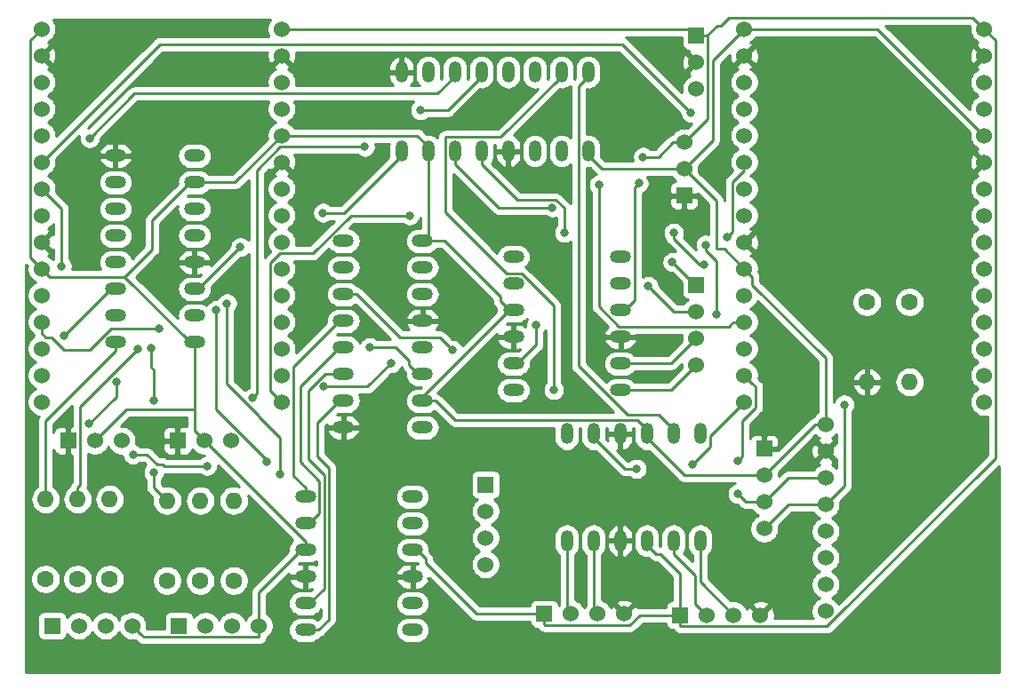
<source format=gbr>
G04 #@! TF.GenerationSoftware,KiCad,Pcbnew,(5.1.4)-1*
G04 #@! TF.CreationDate,2019-10-31T11:37:51-04:00*
G04 #@! TF.ProjectId,central_board,63656e74-7261-46c5-9f62-6f6172642e6b,v01*
G04 #@! TF.SameCoordinates,Original*
G04 #@! TF.FileFunction,Copper,L1,Top*
G04 #@! TF.FilePolarity,Positive*
%FSLAX46Y46*%
G04 Gerber Fmt 4.6, Leading zero omitted, Abs format (unit mm)*
G04 Created by KiCad (PCBNEW (5.1.4)-1) date 2019-10-31 11:37:51*
%MOMM*%
%LPD*%
G04 APERTURE LIST*
%ADD10C,1.524000*%
%ADD11R,1.524000X1.524000*%
%ADD12O,1.600000X1.600000*%
%ADD13C,1.600000*%
%ADD14O,1.200000X2.000000*%
%ADD15O,2.000000X1.200000*%
%ADD16C,0.800000*%
%ADD17C,0.254000*%
G04 APERTURE END LIST*
D10*
X111760000Y-121920000D03*
X109220000Y-121920000D03*
X106680000Y-121920000D03*
D11*
X104140000Y-121920000D03*
D10*
X153416000Y-70739000D03*
X153416000Y-68199000D03*
D11*
X153416000Y-65659000D03*
X152273000Y-80899000D03*
D10*
X152273000Y-78359000D03*
X152273000Y-75819000D03*
D11*
X151892000Y-120904000D03*
D10*
X154432000Y-120904000D03*
X156972000Y-120904000D03*
X159512000Y-120904000D03*
X146558000Y-120777000D03*
X144018000Y-120777000D03*
X141478000Y-120777000D03*
D11*
X138938000Y-120777000D03*
X159893000Y-105029000D03*
D10*
X159893000Y-107569000D03*
X159893000Y-110109000D03*
X159893000Y-112649000D03*
X153416000Y-97028000D03*
X153416000Y-94488000D03*
X153416000Y-91948000D03*
D11*
X153416000Y-89408000D03*
X133350000Y-108458000D03*
D10*
X133350000Y-110998000D03*
X133350000Y-113538000D03*
X133350000Y-116078000D03*
D11*
X104013000Y-104267000D03*
D10*
X106553000Y-104267000D03*
X109093000Y-104267000D03*
X98679000Y-104267000D03*
X96139000Y-104267000D03*
D11*
X93599000Y-104267000D03*
D10*
X99695000Y-121920000D03*
X97155000Y-121920000D03*
X94615000Y-121920000D03*
D11*
X92075000Y-121920000D03*
D12*
X169672000Y-98679000D03*
D13*
X169672000Y-91059000D03*
X173736000Y-91059000D03*
D12*
X173736000Y-98679000D03*
X102997000Y-109982000D03*
D13*
X102997000Y-117602000D03*
X91440000Y-117475000D03*
D12*
X91440000Y-109855000D03*
D13*
X106172000Y-117602000D03*
D12*
X106172000Y-109982000D03*
X94488000Y-109855000D03*
D13*
X94488000Y-117475000D03*
X97536000Y-117475000D03*
D12*
X97536000Y-109855000D03*
X109347000Y-109982000D03*
D13*
X109347000Y-117602000D03*
D10*
X165735000Y-120523000D03*
X165735000Y-117983000D03*
X165735000Y-115443000D03*
X165735000Y-112903000D03*
X165735000Y-110363000D03*
X165735000Y-107823000D03*
X165735000Y-105283000D03*
X165735000Y-102743000D03*
X180848000Y-65024000D03*
X180848000Y-67564000D03*
X180848000Y-70104000D03*
X180848000Y-72644000D03*
X180848000Y-75184000D03*
X180848000Y-77724000D03*
X180848000Y-80264000D03*
X180848000Y-82804000D03*
X180848000Y-85344000D03*
X180848000Y-87884000D03*
X180848000Y-90424000D03*
X180848000Y-92964000D03*
X180848000Y-95504000D03*
X180848000Y-98044000D03*
X180848000Y-100584000D03*
X157988000Y-100584000D03*
X157988000Y-98044000D03*
X157988000Y-95504000D03*
X157988000Y-92964000D03*
X157988000Y-90424000D03*
X157988000Y-87884000D03*
X157988000Y-85344000D03*
X157988000Y-82804000D03*
X157988000Y-80264000D03*
X157988000Y-77724000D03*
X157988000Y-75184000D03*
X157988000Y-72644000D03*
X157988000Y-70104000D03*
X157988000Y-67564000D03*
X157988000Y-65024000D03*
X91059000Y-65024000D03*
X91059000Y-67564000D03*
X91059000Y-70104000D03*
X91059000Y-72644000D03*
X91059000Y-75184000D03*
X91059000Y-77724000D03*
X91059000Y-80264000D03*
X91059000Y-82804000D03*
X91059000Y-85344000D03*
X91059000Y-87884000D03*
X91059000Y-90424000D03*
X91059000Y-92964000D03*
X91059000Y-95504000D03*
X91059000Y-98044000D03*
X91059000Y-100584000D03*
X113919000Y-100584000D03*
X113919000Y-98044000D03*
X113919000Y-95504000D03*
X113919000Y-92964000D03*
X113919000Y-90424000D03*
X113919000Y-87884000D03*
X113919000Y-85344000D03*
X113919000Y-82804000D03*
X113919000Y-80264000D03*
X113919000Y-77724000D03*
X113919000Y-75184000D03*
X113919000Y-72644000D03*
X113919000Y-70104000D03*
X113919000Y-67564000D03*
X113919000Y-65024000D03*
D14*
X143129000Y-76658000D03*
X143129000Y-69138000D03*
X140589000Y-76658000D03*
X140589000Y-69138000D03*
X138049000Y-76658000D03*
X138049000Y-69138000D03*
X135509000Y-76658000D03*
X135509000Y-69138000D03*
X132969000Y-76658000D03*
X132969000Y-69138000D03*
X130429000Y-76658000D03*
X130429000Y-69138000D03*
X127889000Y-76658000D03*
X127889000Y-69138000D03*
X125349000Y-76658000D03*
X125349000Y-69138000D03*
D15*
X105614000Y-94869000D03*
X98094000Y-94869000D03*
X105614000Y-92329000D03*
X98094000Y-92329000D03*
X105614000Y-89789000D03*
X98094000Y-89789000D03*
X105614000Y-87249000D03*
X98094000Y-87249000D03*
X105614000Y-84709000D03*
X98094000Y-84709000D03*
X105614000Y-82169000D03*
X98094000Y-82169000D03*
X105614000Y-79629000D03*
X98094000Y-79629000D03*
X105614000Y-77089000D03*
X98094000Y-77089000D03*
X119811000Y-102997000D03*
X127331000Y-102997000D03*
X119811000Y-100457000D03*
X127331000Y-100457000D03*
X119811000Y-97917000D03*
X127331000Y-97917000D03*
X119811000Y-95377000D03*
X127331000Y-95377000D03*
X119811000Y-92837000D03*
X127331000Y-92837000D03*
X119811000Y-90297000D03*
X127331000Y-90297000D03*
X119811000Y-87757000D03*
X127331000Y-87757000D03*
X119811000Y-85217000D03*
X127331000Y-85217000D03*
D14*
X141097000Y-103612000D03*
X141097000Y-113812000D03*
X143637000Y-103612000D03*
X143637000Y-113812000D03*
X146177000Y-103612000D03*
X146177000Y-113812000D03*
X148717000Y-103612000D03*
X148717000Y-113812000D03*
X151257000Y-103612000D03*
X151257000Y-113812000D03*
X153797000Y-103612000D03*
X153797000Y-113812000D03*
D15*
X146197000Y-86741000D03*
X135997000Y-86741000D03*
X146197000Y-89281000D03*
X135997000Y-89281000D03*
X146197000Y-91821000D03*
X135997000Y-91821000D03*
X146197000Y-94361000D03*
X135997000Y-94361000D03*
X146197000Y-96901000D03*
X135997000Y-96901000D03*
X146197000Y-99441000D03*
X135997000Y-99441000D03*
X126385000Y-109601000D03*
X116185000Y-109601000D03*
X126385000Y-112141000D03*
X116185000Y-112141000D03*
X126385000Y-114681000D03*
X116185000Y-114681000D03*
X126385000Y-117221000D03*
X116185000Y-117221000D03*
X126385000Y-119761000D03*
X116185000Y-119761000D03*
X126385000Y-122301000D03*
X116185000Y-122301000D03*
D16*
X153289000Y-83566000D03*
X148336000Y-77216000D03*
X147936001Y-79737001D03*
X157353000Y-109347000D03*
X157353000Y-106172000D03*
X167513000Y-100838000D03*
X148844000Y-89535000D03*
X151130000Y-87249000D03*
X106807000Y-106680000D03*
X99756630Y-105598630D03*
X101507999Y-95411999D03*
X101727000Y-100457000D03*
X101727000Y-107315000D03*
X107696000Y-91821000D03*
X112522000Y-106299000D03*
X100203000Y-95504000D03*
X93218000Y-94234000D03*
X98171000Y-98679000D03*
X95567500Y-102679500D03*
X108712000Y-91176010D03*
X113792000Y-107442000D03*
X153035000Y-106553000D03*
X147719999Y-106952999D03*
X144145000Y-79883000D03*
X140843000Y-84455000D03*
X151257000Y-84455000D03*
X154178000Y-87503000D03*
X126111000Y-82804000D03*
X139700000Y-82042000D03*
X156337000Y-84836000D03*
X154305000Y-85598000D03*
X155321000Y-92202000D03*
X152908000Y-73025000D03*
X92964000Y-87630000D03*
X122301000Y-95377000D03*
X124333000Y-96901000D03*
X117929001Y-99133001D03*
X102235000Y-93599000D03*
X95631000Y-75438000D03*
X111125000Y-100203000D03*
X121846999Y-76273001D03*
X127127000Y-72771000D03*
X139827000Y-99441000D03*
X109982000Y-85821000D03*
X117856000Y-82550000D03*
X130175000Y-95631000D03*
X138176000Y-93218000D03*
D17*
X152273000Y-82550000D02*
X152273000Y-80899000D01*
X153289000Y-83566000D02*
X152273000Y-82550000D01*
X152781000Y-65024000D02*
X153416000Y-65659000D01*
X113919000Y-65024000D02*
X152781000Y-65024000D01*
X153034999Y-75057001D02*
X152273000Y-75819000D01*
X154505001Y-73586999D02*
X153034999Y-75057001D01*
X154505001Y-65732001D02*
X154505001Y-73586999D01*
X154432000Y-65659000D02*
X154505001Y-65732001D01*
X154432000Y-65659000D02*
X155394001Y-64696999D01*
X153416000Y-65659000D02*
X154432000Y-65659000D01*
X151892000Y-121920000D02*
X151892000Y-120904000D01*
X151965001Y-121993001D02*
X151892000Y-121920000D01*
X165876721Y-121993001D02*
X151965001Y-121993001D01*
X181937001Y-105932721D02*
X165876721Y-121993001D01*
X148717000Y-114212000D02*
X148717000Y-113812000D01*
X149571000Y-115066000D02*
X148717000Y-114212000D01*
X149971000Y-115066000D02*
X149571000Y-115066000D01*
X151892000Y-116987000D02*
X149971000Y-115066000D01*
X151892000Y-120904000D02*
X151892000Y-116987000D01*
X138938000Y-121793000D02*
X138938000Y-120777000D01*
X139011001Y-121866001D02*
X138938000Y-121793000D01*
X147080721Y-121866001D02*
X139011001Y-121866001D01*
X148042722Y-120904000D02*
X147080721Y-121866001D01*
X151892000Y-120904000D02*
X148042722Y-120904000D01*
X126785000Y-114681000D02*
X126385000Y-114681000D01*
X127639000Y-115535000D02*
X126785000Y-114681000D01*
X127639000Y-115935000D02*
X127639000Y-115535000D01*
X132481000Y-120777000D02*
X127639000Y-115935000D01*
X138938000Y-120777000D02*
X132481000Y-120777000D01*
X151195370Y-75819000D02*
X149798370Y-77216000D01*
X152273000Y-75819000D02*
X151195370Y-75819000D01*
X149798370Y-77216000D02*
X148336000Y-77216000D01*
X148336000Y-77216000D02*
X148336000Y-77216000D01*
X146597000Y-91821000D02*
X146197000Y-91821000D01*
X147524010Y-90893990D02*
X146597000Y-91821000D01*
X147524010Y-80148992D02*
X147524010Y-90893990D01*
X147936001Y-79737001D02*
X147524010Y-80148992D01*
X180086001Y-64262001D02*
X180848000Y-65024000D01*
X179758999Y-63934999D02*
X180086001Y-64262001D01*
X156537001Y-63934999D02*
X179758999Y-63934999D01*
X155775001Y-64696999D02*
X156537001Y-63934999D01*
X155394001Y-64696999D02*
X155775001Y-64696999D01*
X181937001Y-66113001D02*
X181937001Y-105932721D01*
X180848000Y-65024000D02*
X181937001Y-66113001D01*
X90297001Y-87122001D02*
X91059000Y-87884000D01*
X89969999Y-86794999D02*
X90297001Y-87122001D01*
X89969999Y-66113001D02*
X89969999Y-86794999D01*
X91059000Y-65024000D02*
X89969999Y-66113001D01*
X105214000Y-94869000D02*
X105614000Y-94869000D01*
X98990999Y-88645999D02*
X105214000Y-94869000D01*
X91820999Y-88645999D02*
X98990999Y-88645999D01*
X91059000Y-87884000D02*
X91820999Y-88645999D01*
X105214000Y-79629000D02*
X105614000Y-79629000D01*
X101600000Y-83243000D02*
X105214000Y-79629000D01*
X101600000Y-86036998D02*
X101600000Y-83243000D01*
X98990999Y-88645999D02*
X101600000Y-86036998D01*
X105614000Y-103328000D02*
X106553000Y-104267000D01*
X99137000Y-101269000D02*
X96139000Y-104267000D01*
X105614000Y-101269000D02*
X99137000Y-101269000D01*
X105614000Y-101269000D02*
X105614000Y-103328000D01*
X105614000Y-94869000D02*
X105614000Y-101269000D01*
X116185000Y-113899000D02*
X116185000Y-114681000D01*
X106553000Y-104267000D02*
X116185000Y-113899000D01*
X99948999Y-122173999D02*
X99187000Y-121412000D01*
X100276001Y-122501001D02*
X99948999Y-122173999D01*
X109474000Y-79629000D02*
X113919000Y-75184000D01*
X105614000Y-79629000D02*
X109474000Y-79629000D01*
X127889000Y-76258000D02*
X127889000Y-76658000D01*
X126815000Y-75184000D02*
X127889000Y-76258000D01*
X113919000Y-75184000D02*
X126815000Y-75184000D01*
X127889000Y-84659000D02*
X127331000Y-85217000D01*
X127889000Y-76658000D02*
X127889000Y-84659000D01*
X134743000Y-90967000D02*
X135597000Y-91821000D01*
X134743000Y-90567000D02*
X134743000Y-90967000D01*
X129393000Y-85217000D02*
X134743000Y-90567000D01*
X127331000Y-85217000D02*
X129393000Y-85217000D01*
X127331000Y-100087000D02*
X127331000Y-100457000D01*
X135597000Y-91821000D02*
X127331000Y-100087000D01*
X135997000Y-91821000D02*
X135597000Y-91821000D01*
X148717000Y-103212000D02*
X148717000Y-103612000D01*
X147789990Y-102284990D02*
X148717000Y-103212000D01*
X130412990Y-102284990D02*
X147789990Y-102284990D01*
X128585000Y-100457000D02*
X130412990Y-102284990D01*
X127331000Y-100457000D02*
X128585000Y-100457000D01*
X158815370Y-107569000D02*
X159893000Y-107569000D01*
X152274000Y-107569000D02*
X158815370Y-107569000D01*
X148717000Y-104012000D02*
X152274000Y-107569000D01*
X148717000Y-103612000D02*
X148717000Y-104012000D01*
X164719000Y-102743000D02*
X165735000Y-102743000D01*
X159893000Y-107569000D02*
X164719000Y-102743000D01*
X165735000Y-102743000D02*
X165735000Y-96393000D01*
X143129000Y-77058000D02*
X143129000Y-76658000D01*
X144430000Y-78359000D02*
X143129000Y-77058000D01*
X152273000Y-78359000D02*
X144430000Y-78359000D01*
X111760000Y-120842370D02*
X111760000Y-121920000D01*
X111760000Y-118706000D02*
X111760000Y-120842370D01*
X115785000Y-114681000D02*
X111760000Y-118706000D01*
X116185000Y-114681000D02*
X115785000Y-114681000D01*
X100456999Y-122681999D02*
X99695000Y-121920000D01*
X100784001Y-123009001D02*
X100456999Y-122681999D01*
X111748629Y-123009001D02*
X100784001Y-123009001D01*
X111760000Y-122997630D02*
X111748629Y-123009001D01*
X111760000Y-121920000D02*
X111760000Y-122997630D01*
X157226001Y-65785999D02*
X157988000Y-65024000D01*
X154959011Y-68052989D02*
X157226001Y-65785999D01*
X154959011Y-75672989D02*
X154959011Y-68052989D01*
X152273000Y-78359000D02*
X154959011Y-75672989D01*
X170688000Y-65024000D02*
X180848000Y-75184000D01*
X157988000Y-65024000D02*
X170688000Y-65024000D01*
X156083000Y-85979000D02*
X157988000Y-87884000D01*
X155321000Y-85979000D02*
X156083000Y-85979000D01*
X152273000Y-78359000D02*
X155321000Y-81407000D01*
X155321000Y-81407000D02*
X155321000Y-85979000D01*
X158749999Y-89407999D02*
X165735000Y-96393000D01*
X158749999Y-88645999D02*
X158749999Y-89407999D01*
X157988000Y-87884000D02*
X158749999Y-88645999D01*
X153670001Y-120142001D02*
X154432000Y-120904000D01*
X153342990Y-119814990D02*
X153670001Y-120142001D01*
X153342990Y-117151990D02*
X153342990Y-119814990D01*
X151257000Y-115066000D02*
X153342990Y-117151990D01*
X151257000Y-113812000D02*
X151257000Y-115066000D01*
X153797000Y-117729000D02*
X156972000Y-120904000D01*
X153797000Y-113812000D02*
X153797000Y-117729000D01*
X143637000Y-120396000D02*
X144018000Y-120777000D01*
X143637000Y-113812000D02*
X143637000Y-120396000D01*
X141097000Y-120396000D02*
X141478000Y-120777000D01*
X141097000Y-113812000D02*
X141097000Y-120396000D01*
X162179000Y-107823000D02*
X159893000Y-110109000D01*
X165735000Y-107823000D02*
X162179000Y-107823000D01*
X159893000Y-110109000D02*
X158115000Y-110109000D01*
X158115000Y-110109000D02*
X157353000Y-109347000D01*
X157353000Y-109347000D02*
X157353000Y-109347000D01*
X158749999Y-98805999D02*
X157988000Y-98044000D01*
X159077001Y-99133001D02*
X158749999Y-98805999D01*
X159077001Y-101106721D02*
X159077001Y-99133001D01*
X157752999Y-102430723D02*
X159077001Y-101106721D01*
X157752999Y-105772001D02*
X157752999Y-102430723D01*
X157353000Y-106172000D02*
X157752999Y-105772001D01*
X167513000Y-108585000D02*
X165735000Y-110363000D01*
X167513000Y-100838000D02*
X167513000Y-108585000D01*
X162179000Y-110363000D02*
X159893000Y-112649000D01*
X165735000Y-110363000D02*
X162179000Y-110363000D01*
X151003000Y-99441000D02*
X153416000Y-97028000D01*
X146197000Y-99441000D02*
X151003000Y-99441000D01*
X151003000Y-96901000D02*
X153416000Y-94488000D01*
X146197000Y-96901000D02*
X151003000Y-96901000D01*
X151257000Y-91948000D02*
X153416000Y-91948000D01*
X148844000Y-89535000D02*
X151257000Y-91948000D01*
X153289000Y-89408000D02*
X153416000Y-89408000D01*
X151130000Y-87249000D02*
X153289000Y-89408000D01*
X102608315Y-106553000D02*
X102735315Y-106680000D01*
X102042630Y-106553000D02*
X102608315Y-106553000D01*
X102735315Y-106680000D02*
X106807000Y-106680000D01*
X106807000Y-106680000D02*
X106807000Y-106680000D01*
X101088260Y-105598630D02*
X102042630Y-106553000D01*
X99756630Y-105598630D02*
X101088260Y-105598630D01*
X101507999Y-97286279D02*
X101727000Y-97505280D01*
X101507999Y-95411999D02*
X101507999Y-97286279D01*
X101727000Y-97505280D02*
X101727000Y-100457000D01*
X101727000Y-100457000D02*
X101727000Y-100457000D01*
X101727000Y-108712000D02*
X102997000Y-109982000D01*
X101727000Y-107315000D02*
X101727000Y-108712000D01*
X91440000Y-108723630D02*
X91440000Y-109855000D01*
X91440000Y-102377000D02*
X91440000Y-108723630D01*
X98094000Y-95723000D02*
X91440000Y-102377000D01*
X98094000Y-94869000D02*
X98094000Y-95723000D01*
X107696000Y-91821000D02*
X107696000Y-100457000D01*
X107696000Y-101258278D02*
X112522000Y-106084278D01*
X107696000Y-100457000D02*
X107696000Y-101258278D01*
X112522000Y-106084278D02*
X112522000Y-106299000D01*
X112522000Y-106299000D02*
X112522000Y-106299000D01*
X94488000Y-108723630D02*
X94488000Y-109855000D01*
X94688001Y-108523629D02*
X94488000Y-108723630D01*
X94688001Y-101018999D02*
X94688001Y-108523629D01*
X100203000Y-95504000D02*
X94688001Y-101018999D01*
X97694000Y-89789000D02*
X94646000Y-92837000D01*
X98094000Y-89789000D02*
X97694000Y-89789000D01*
X94646000Y-92837000D02*
X94615000Y-92837000D01*
X94615000Y-92837000D02*
X93218000Y-94234000D01*
X93218000Y-94234000D02*
X93218000Y-94234000D01*
X98171000Y-98679000D02*
X98171000Y-100076000D01*
X98171000Y-100076000D02*
X95567500Y-102679500D01*
X95567500Y-102679500D02*
X95504000Y-102743000D01*
X108712000Y-98865962D02*
X111760000Y-101913962D01*
X108712000Y-91176010D02*
X108712000Y-98865962D01*
X111760000Y-101913962D02*
X111760000Y-101981000D01*
X111760000Y-101981000D02*
X113792000Y-104013000D01*
X113792000Y-104013000D02*
X113792000Y-107442000D01*
X113792000Y-107442000D02*
X113792000Y-107442000D01*
X154724010Y-103847990D02*
X154724010Y-104863990D01*
X157988000Y-100584000D02*
X154724010Y-103847990D01*
X154724010Y-104863990D02*
X153035000Y-106553000D01*
X153035000Y-106553000D02*
X153035000Y-106553000D01*
X143637000Y-104012000D02*
X143637000Y-103612000D01*
X146577999Y-106952999D02*
X143637000Y-104012000D01*
X147719999Y-106952999D02*
X146577999Y-106952999D01*
X146064009Y-93398999D02*
X156583369Y-93398999D01*
X144145000Y-91479990D02*
X146064009Y-93398999D01*
X144145000Y-79883000D02*
X144145000Y-91479990D01*
X156910370Y-92964000D02*
X157988000Y-92964000D01*
X156583369Y-93291001D02*
X156910370Y-92964000D01*
X156583369Y-93398999D02*
X156583369Y-93291001D01*
X140048961Y-81314999D02*
X140843000Y-82109038D01*
X136371999Y-81314999D02*
X140048961Y-81314999D01*
X132969000Y-76658000D02*
X132969000Y-77912000D01*
X132969000Y-77912000D02*
X136371999Y-81314999D01*
X140843000Y-82109038D02*
X140843000Y-84455000D01*
X140843000Y-84455000D02*
X140843000Y-84455000D01*
X151257000Y-85020685D02*
X153739315Y-87503000D01*
X151257000Y-84455000D02*
X151257000Y-85020685D01*
X153739315Y-87503000D02*
X154178000Y-87503000D01*
X154178000Y-87503000D02*
X154178000Y-87503000D01*
X116884009Y-86433001D02*
X120513010Y-82804000D01*
X113758277Y-86433001D02*
X116884009Y-86433001D01*
X112829999Y-87361279D02*
X113758277Y-86433001D01*
X113919000Y-100584000D02*
X112829999Y-99494999D01*
X112829999Y-99494999D02*
X112829999Y-87361279D01*
X120513010Y-82804000D02*
X126111000Y-82804000D01*
X126111000Y-82804000D02*
X126111000Y-82804000D01*
X130429000Y-77912000D02*
X134559000Y-82042000D01*
X130429000Y-76658000D02*
X130429000Y-77912000D01*
X134559000Y-82042000D02*
X139700000Y-82042000D01*
X139700000Y-82042000D02*
X139700000Y-82042000D01*
X156845000Y-79629000D02*
X156845000Y-84328000D01*
X157988000Y-78486000D02*
X156845000Y-79629000D01*
X156845000Y-84328000D02*
X156337000Y-84836000D01*
X156337000Y-84836000D02*
X156337000Y-84836000D01*
X154305000Y-86163685D02*
X155321000Y-87179685D01*
X154305000Y-85598000D02*
X154305000Y-86163685D01*
X155321000Y-87179685D02*
X155321000Y-92202000D01*
X155321000Y-92202000D02*
X155321000Y-92202000D01*
X102308001Y-66474999D02*
X146357999Y-66474999D01*
X91059000Y-77724000D02*
X102308001Y-66474999D01*
X146357999Y-66474999D02*
X152908000Y-73025000D01*
X152908000Y-73025000D02*
X152908000Y-73025000D01*
X91059000Y-80264000D02*
X92964000Y-82169000D01*
X92964000Y-82169000D02*
X92964000Y-87630000D01*
X92964000Y-87630000D02*
X92964000Y-87630000D01*
X126931000Y-97917000D02*
X127331000Y-97917000D01*
X126077000Y-97063000D02*
X126931000Y-97917000D01*
X126077000Y-96663000D02*
X126077000Y-97063000D01*
X124791000Y-95377000D02*
X126077000Y-96663000D01*
X122301000Y-95377000D02*
X124791000Y-95377000D01*
X122100999Y-99133001D02*
X124333000Y-96901000D01*
X124333000Y-96901000D02*
X124333000Y-96901000D01*
X122100999Y-99133001D02*
X117929001Y-99133001D01*
X117929001Y-99133001D02*
X117929001Y-99133001D01*
X102235000Y-93599000D02*
X102235000Y-93599000D01*
X91432369Y-94414999D02*
X92001999Y-94414999D01*
X91059000Y-92964000D02*
X91059000Y-94041630D01*
X91059000Y-94041630D02*
X91432369Y-94414999D01*
X92001999Y-94414999D02*
X93218000Y-95631000D01*
X101669315Y-93599000D02*
X102235000Y-93599000D01*
X97653010Y-93599000D02*
X101669315Y-93599000D01*
X95621010Y-95631000D02*
X97653010Y-93599000D01*
X93218000Y-95631000D02*
X95621010Y-95631000D01*
X130429000Y-69538000D02*
X130429000Y-69138000D01*
X128773999Y-71193001D02*
X130429000Y-69538000D01*
X99875999Y-71193001D02*
X128773999Y-71193001D01*
X95631000Y-75438000D02*
X99875999Y-71193001D01*
X113758277Y-76273001D02*
X121846999Y-76273001D01*
X111524999Y-78506279D02*
X113758277Y-76273001D01*
X111125000Y-100203000D02*
X111524999Y-99803001D01*
X111524999Y-99803001D02*
X111524999Y-78506279D01*
X121846999Y-76273001D02*
X121846999Y-76273001D01*
X132969000Y-69538000D02*
X132969000Y-69138000D01*
X129736000Y-72771000D02*
X132969000Y-69538000D01*
X127127000Y-72771000D02*
X129736000Y-72771000D01*
X151257000Y-103212000D02*
X151257000Y-103612000D01*
X149875980Y-101830980D02*
X151257000Y-103212000D01*
X146875990Y-101830980D02*
X149875980Y-101830980D01*
X142201990Y-97156980D02*
X146875990Y-101830980D01*
X142201990Y-70465010D02*
X142201990Y-97156980D01*
X143129000Y-69538000D02*
X142201990Y-70465010D01*
X143129000Y-69138000D02*
X143129000Y-69538000D01*
X136780980Y-88353990D02*
X139827000Y-91400010D01*
X135343990Y-88353990D02*
X136780980Y-88353990D01*
X140589000Y-69538000D02*
X134796010Y-75330990D01*
X134796010Y-75330990D02*
X129520010Y-75330990D01*
X129520010Y-75330990D02*
X129501990Y-75349010D01*
X140589000Y-69138000D02*
X140589000Y-69538000D01*
X129501990Y-75349010D02*
X129501990Y-82511990D01*
X129501990Y-82511990D02*
X135343990Y-88353990D01*
X139827000Y-91400010D02*
X139827000Y-99441000D01*
X139827000Y-99441000D02*
X139827000Y-99441000D01*
X106014000Y-89789000D02*
X109982000Y-85821000D01*
X105614000Y-89789000D02*
X106014000Y-89789000D01*
X109982000Y-85821000D02*
X109982000Y-85821000D01*
X125349000Y-77058000D02*
X125349000Y-76658000D01*
X119857000Y-82550000D02*
X125349000Y-77058000D01*
X117856000Y-82550000D02*
X119857000Y-82550000D01*
X118420030Y-121319970D02*
X118420030Y-106863030D01*
X116185000Y-122301000D02*
X117439000Y-122301000D01*
X117439000Y-122301000D02*
X118420030Y-121319970D01*
X118420030Y-106863030D02*
X117348000Y-105791000D01*
X119411000Y-100457000D02*
X119811000Y-100457000D01*
X117348000Y-102520000D02*
X119411000Y-100457000D01*
X117348000Y-105791000D02*
X117348000Y-102520000D01*
X117966020Y-118379980D02*
X117966020Y-107552020D01*
X116185000Y-119761000D02*
X116585000Y-119761000D01*
X116585000Y-119761000D02*
X117966020Y-118379980D01*
X117966020Y-107552020D02*
X116459000Y-106045000D01*
X118557000Y-97917000D02*
X119811000Y-97917000D01*
X118069040Y-97917000D02*
X118557000Y-97917000D01*
X116459000Y-99527040D02*
X118069040Y-97917000D01*
X116459000Y-106045000D02*
X116459000Y-99527040D01*
X117512010Y-111213990D02*
X117512010Y-108114010D01*
X116185000Y-112141000D02*
X116585000Y-112141000D01*
X116585000Y-112141000D02*
X117512010Y-111213990D01*
X117512010Y-108114010D02*
X115697000Y-106299000D01*
X119411000Y-95377000D02*
X119811000Y-95377000D01*
X115697000Y-99091000D02*
X119411000Y-95377000D01*
X115697000Y-106299000D02*
X115697000Y-99091000D01*
X116185000Y-108747000D02*
X115062000Y-107624000D01*
X116185000Y-109601000D02*
X116185000Y-108747000D01*
X119411000Y-92837000D02*
X119811000Y-92837000D01*
X115062000Y-97186000D02*
X119411000Y-92837000D01*
X115062000Y-107624000D02*
X115062000Y-97186000D01*
X125217990Y-94449990D02*
X128993990Y-94449990D01*
X119811000Y-90297000D02*
X121065000Y-90297000D01*
X121065000Y-90297000D02*
X125217990Y-94449990D01*
X128993990Y-94449990D02*
X130175000Y-95631000D01*
X130175000Y-95631000D02*
X130175000Y-95631000D01*
X136397000Y-96901000D02*
X135997000Y-96901000D01*
X138176000Y-95122000D02*
X136397000Y-96901000D01*
X138176000Y-93218000D02*
X138176000Y-95122000D01*
G36*
X89692159Y-87594788D02*
G01*
X89662000Y-87746408D01*
X89662000Y-88021592D01*
X89715686Y-88291490D01*
X89820995Y-88545727D01*
X89973880Y-88774535D01*
X90168465Y-88969120D01*
X90397273Y-89122005D01*
X90474515Y-89154000D01*
X90397273Y-89185995D01*
X90168465Y-89338880D01*
X89973880Y-89533465D01*
X89820995Y-89762273D01*
X89715686Y-90016510D01*
X89662000Y-90286408D01*
X89662000Y-90561592D01*
X89715686Y-90831490D01*
X89820995Y-91085727D01*
X89973880Y-91314535D01*
X90168465Y-91509120D01*
X90397273Y-91662005D01*
X90474515Y-91694000D01*
X90397273Y-91725995D01*
X90168465Y-91878880D01*
X89973880Y-92073465D01*
X89820995Y-92302273D01*
X89715686Y-92556510D01*
X89662000Y-92826408D01*
X89662000Y-93101592D01*
X89715686Y-93371490D01*
X89820995Y-93625727D01*
X89973880Y-93854535D01*
X90168465Y-94049120D01*
X90302899Y-94138946D01*
X90308027Y-94191008D01*
X90341981Y-94302940D01*
X90168465Y-94418880D01*
X89973880Y-94613465D01*
X89820995Y-94842273D01*
X89715686Y-95096510D01*
X89662000Y-95366408D01*
X89662000Y-95641592D01*
X89715686Y-95911490D01*
X89820995Y-96165727D01*
X89973880Y-96394535D01*
X90168465Y-96589120D01*
X90397273Y-96742005D01*
X90474515Y-96774000D01*
X90397273Y-96805995D01*
X90168465Y-96958880D01*
X89973880Y-97153465D01*
X89820995Y-97382273D01*
X89715686Y-97636510D01*
X89662000Y-97906408D01*
X89662000Y-98181592D01*
X89715686Y-98451490D01*
X89820995Y-98705727D01*
X89973880Y-98934535D01*
X90168465Y-99129120D01*
X90397273Y-99282005D01*
X90474515Y-99314000D01*
X90397273Y-99345995D01*
X90168465Y-99498880D01*
X89973880Y-99693465D01*
X89820995Y-99922273D01*
X89715686Y-100176510D01*
X89662000Y-100446408D01*
X89662000Y-100721592D01*
X89715686Y-100991490D01*
X89820995Y-101245727D01*
X89973880Y-101474535D01*
X90168465Y-101669120D01*
X90397273Y-101822005D01*
X90651510Y-101927314D01*
X90800500Y-101956950D01*
X90774640Y-102005331D01*
X90732598Y-102083986D01*
X90689026Y-102227623D01*
X90678022Y-102339354D01*
X90674314Y-102377000D01*
X90678000Y-102414423D01*
X90678001Y-108635168D01*
X90638899Y-108656068D01*
X90420392Y-108835392D01*
X90241068Y-109053899D01*
X90107818Y-109303192D01*
X90025764Y-109573691D01*
X89998057Y-109855000D01*
X90025764Y-110136309D01*
X90107818Y-110406808D01*
X90241068Y-110656101D01*
X90420392Y-110874608D01*
X90638899Y-111053932D01*
X90888192Y-111187182D01*
X91158691Y-111269236D01*
X91369508Y-111290000D01*
X91510492Y-111290000D01*
X91721309Y-111269236D01*
X91991808Y-111187182D01*
X92241101Y-111053932D01*
X92459608Y-110874608D01*
X92638932Y-110656101D01*
X92772182Y-110406808D01*
X92854236Y-110136309D01*
X92881943Y-109855000D01*
X92854236Y-109573691D01*
X92772182Y-109303192D01*
X92638932Y-109053899D01*
X92459608Y-108835392D01*
X92241101Y-108656068D01*
X92202000Y-108635168D01*
X92202000Y-105060192D01*
X92211188Y-105153482D01*
X92247498Y-105273180D01*
X92306463Y-105383494D01*
X92385815Y-105480185D01*
X92482506Y-105559537D01*
X92592820Y-105618502D01*
X92712518Y-105654812D01*
X92837000Y-105667072D01*
X93313250Y-105664000D01*
X93472000Y-105505250D01*
X93472000Y-104394000D01*
X93452000Y-104394000D01*
X93452000Y-104140000D01*
X93472000Y-104140000D01*
X93472000Y-103028750D01*
X93313250Y-102870000D01*
X92837000Y-102866928D01*
X92712518Y-102879188D01*
X92592820Y-102915498D01*
X92482506Y-102974463D01*
X92385815Y-103053815D01*
X92306463Y-103150506D01*
X92247498Y-103260820D01*
X92211188Y-103380518D01*
X92202000Y-103473808D01*
X92202000Y-102692630D01*
X93927415Y-100967215D01*
X93926001Y-100981573D01*
X93922315Y-101018999D01*
X93926001Y-101056422D01*
X93926001Y-102869734D01*
X93884750Y-102870000D01*
X93726000Y-103028750D01*
X93726000Y-104140000D01*
X93746000Y-104140000D01*
X93746000Y-104394000D01*
X93726000Y-104394000D01*
X93726000Y-105505250D01*
X93884750Y-105664000D01*
X93926002Y-105664266D01*
X93926002Y-108207280D01*
X93906853Y-108230614D01*
X93851355Y-108298238D01*
X93823688Y-108350000D01*
X93780598Y-108430616D01*
X93737026Y-108574253D01*
X93731306Y-108632332D01*
X93686899Y-108656068D01*
X93468392Y-108835392D01*
X93289068Y-109053899D01*
X93155818Y-109303192D01*
X93073764Y-109573691D01*
X93046057Y-109855000D01*
X93073764Y-110136309D01*
X93155818Y-110406808D01*
X93289068Y-110656101D01*
X93468392Y-110874608D01*
X93686899Y-111053932D01*
X93936192Y-111187182D01*
X94206691Y-111269236D01*
X94417508Y-111290000D01*
X94558492Y-111290000D01*
X94769309Y-111269236D01*
X95039808Y-111187182D01*
X95289101Y-111053932D01*
X95507608Y-110874608D01*
X95686932Y-110656101D01*
X95820182Y-110406808D01*
X95902236Y-110136309D01*
X95929943Y-109855000D01*
X96094057Y-109855000D01*
X96121764Y-110136309D01*
X96203818Y-110406808D01*
X96337068Y-110656101D01*
X96516392Y-110874608D01*
X96734899Y-111053932D01*
X96984192Y-111187182D01*
X97254691Y-111269236D01*
X97465508Y-111290000D01*
X97606492Y-111290000D01*
X97817309Y-111269236D01*
X98087808Y-111187182D01*
X98337101Y-111053932D01*
X98555608Y-110874608D01*
X98734932Y-110656101D01*
X98868182Y-110406808D01*
X98950236Y-110136309D01*
X98977943Y-109855000D01*
X98950236Y-109573691D01*
X98868182Y-109303192D01*
X98734932Y-109053899D01*
X98555608Y-108835392D01*
X98337101Y-108656068D01*
X98087808Y-108522818D01*
X97817309Y-108440764D01*
X97606492Y-108420000D01*
X97465508Y-108420000D01*
X97254691Y-108440764D01*
X96984192Y-108522818D01*
X96734899Y-108656068D01*
X96516392Y-108835392D01*
X96337068Y-109053899D01*
X96203818Y-109303192D01*
X96121764Y-109573691D01*
X96094057Y-109855000D01*
X95929943Y-109855000D01*
X95902236Y-109573691D01*
X95820182Y-109303192D01*
X95686932Y-109053899D01*
X95507608Y-108835392D01*
X95413215Y-108757926D01*
X95438975Y-108673007D01*
X95450001Y-108561055D01*
X95450001Y-108561053D01*
X95453687Y-108523630D01*
X95450001Y-108486207D01*
X95450001Y-105486782D01*
X95477273Y-105505005D01*
X95731510Y-105610314D01*
X96001408Y-105664000D01*
X96276592Y-105664000D01*
X96546490Y-105610314D01*
X96800727Y-105505005D01*
X97029535Y-105352120D01*
X97224120Y-105157535D01*
X97377005Y-104928727D01*
X97409000Y-104851485D01*
X97440995Y-104928727D01*
X97593880Y-105157535D01*
X97788465Y-105352120D01*
X98017273Y-105505005D01*
X98271510Y-105610314D01*
X98541408Y-105664000D01*
X98721630Y-105664000D01*
X98721630Y-105700569D01*
X98761404Y-105900528D01*
X98839425Y-106088886D01*
X98952693Y-106258404D01*
X99096856Y-106402567D01*
X99266374Y-106515835D01*
X99454732Y-106593856D01*
X99654691Y-106633630D01*
X99858569Y-106633630D01*
X100058528Y-106593856D01*
X100246886Y-106515835D01*
X100416404Y-106402567D01*
X100458341Y-106360630D01*
X100772630Y-106360630D01*
X100995144Y-106583145D01*
X100923063Y-106655226D01*
X100809795Y-106824744D01*
X100731774Y-107013102D01*
X100692000Y-107213061D01*
X100692000Y-107416939D01*
X100731774Y-107616898D01*
X100809795Y-107805256D01*
X100923063Y-107974774D01*
X100965001Y-108016712D01*
X100965001Y-108674567D01*
X100961314Y-108712000D01*
X100976027Y-108861378D01*
X101019599Y-109005015D01*
X101090355Y-109137392D01*
X101158150Y-109220000D01*
X101185579Y-109253422D01*
X101214649Y-109277279D01*
X101595634Y-109658264D01*
X101582764Y-109700691D01*
X101555057Y-109982000D01*
X101582764Y-110263309D01*
X101664818Y-110533808D01*
X101798068Y-110783101D01*
X101977392Y-111001608D01*
X102195899Y-111180932D01*
X102445192Y-111314182D01*
X102715691Y-111396236D01*
X102926508Y-111417000D01*
X103067492Y-111417000D01*
X103278309Y-111396236D01*
X103548808Y-111314182D01*
X103798101Y-111180932D01*
X104016608Y-111001608D01*
X104195932Y-110783101D01*
X104329182Y-110533808D01*
X104411236Y-110263309D01*
X104438943Y-109982000D01*
X104730057Y-109982000D01*
X104757764Y-110263309D01*
X104839818Y-110533808D01*
X104973068Y-110783101D01*
X105152392Y-111001608D01*
X105370899Y-111180932D01*
X105620192Y-111314182D01*
X105890691Y-111396236D01*
X106101508Y-111417000D01*
X106242492Y-111417000D01*
X106453309Y-111396236D01*
X106723808Y-111314182D01*
X106973101Y-111180932D01*
X107191608Y-111001608D01*
X107370932Y-110783101D01*
X107504182Y-110533808D01*
X107586236Y-110263309D01*
X107613943Y-109982000D01*
X107586236Y-109700691D01*
X107504182Y-109430192D01*
X107370932Y-109180899D01*
X107191608Y-108962392D01*
X106973101Y-108783068D01*
X106723808Y-108649818D01*
X106453309Y-108567764D01*
X106242492Y-108547000D01*
X106101508Y-108547000D01*
X105890691Y-108567764D01*
X105620192Y-108649818D01*
X105370899Y-108783068D01*
X105152392Y-108962392D01*
X104973068Y-109180899D01*
X104839818Y-109430192D01*
X104757764Y-109700691D01*
X104730057Y-109982000D01*
X104438943Y-109982000D01*
X104411236Y-109700691D01*
X104329182Y-109430192D01*
X104195932Y-109180899D01*
X104016608Y-108962392D01*
X103798101Y-108783068D01*
X103548808Y-108649818D01*
X103278309Y-108567764D01*
X103067492Y-108547000D01*
X102926508Y-108547000D01*
X102715691Y-108567764D01*
X102673264Y-108580634D01*
X102489000Y-108396370D01*
X102489000Y-108016711D01*
X102530937Y-107974774D01*
X102644205Y-107805256D01*
X102722226Y-107616898D01*
X102756701Y-107443580D01*
X102772737Y-107442000D01*
X106105289Y-107442000D01*
X106147226Y-107483937D01*
X106316744Y-107597205D01*
X106505102Y-107675226D01*
X106705061Y-107715000D01*
X106908939Y-107715000D01*
X107108898Y-107675226D01*
X107297256Y-107597205D01*
X107466774Y-107483937D01*
X107610937Y-107339774D01*
X107724205Y-107170256D01*
X107802226Y-106981898D01*
X107842000Y-106781939D01*
X107842000Y-106633630D01*
X109840500Y-108632131D01*
X109628309Y-108567764D01*
X109417492Y-108547000D01*
X109276508Y-108547000D01*
X109065691Y-108567764D01*
X108795192Y-108649818D01*
X108545899Y-108783068D01*
X108327392Y-108962392D01*
X108148068Y-109180899D01*
X108014818Y-109430192D01*
X107932764Y-109700691D01*
X107905057Y-109982000D01*
X107932764Y-110263309D01*
X108014818Y-110533808D01*
X108148068Y-110783101D01*
X108327392Y-111001608D01*
X108545899Y-111180932D01*
X108795192Y-111314182D01*
X109065691Y-111396236D01*
X109276508Y-111417000D01*
X109417492Y-111417000D01*
X109628309Y-111396236D01*
X109898808Y-111314182D01*
X110148101Y-111180932D01*
X110366608Y-111001608D01*
X110545932Y-110783101D01*
X110679182Y-110533808D01*
X110761236Y-110263309D01*
X110788943Y-109982000D01*
X110761236Y-109700691D01*
X110696869Y-109488500D01*
X114964822Y-113756453D01*
X114907498Y-113803498D01*
X114753167Y-113991551D01*
X114638489Y-114206099D01*
X114567870Y-114438898D01*
X114544025Y-114681000D01*
X114558671Y-114829699D01*
X111247654Y-118140716D01*
X111218578Y-118164578D01*
X111164394Y-118230602D01*
X111123355Y-118280608D01*
X111122757Y-118281727D01*
X111052598Y-118412986D01*
X111009026Y-118556623D01*
X111003327Y-118614489D01*
X110994314Y-118706000D01*
X110998000Y-118743424D01*
X110998001Y-120748995D01*
X110869465Y-120834880D01*
X110674880Y-121029465D01*
X110521995Y-121258273D01*
X110490000Y-121335515D01*
X110458005Y-121258273D01*
X110305120Y-121029465D01*
X110110535Y-120834880D01*
X109881727Y-120681995D01*
X109627490Y-120576686D01*
X109357592Y-120523000D01*
X109082408Y-120523000D01*
X108812510Y-120576686D01*
X108558273Y-120681995D01*
X108329465Y-120834880D01*
X108134880Y-121029465D01*
X107981995Y-121258273D01*
X107950000Y-121335515D01*
X107918005Y-121258273D01*
X107765120Y-121029465D01*
X107570535Y-120834880D01*
X107341727Y-120681995D01*
X107087490Y-120576686D01*
X106817592Y-120523000D01*
X106542408Y-120523000D01*
X106272510Y-120576686D01*
X106018273Y-120681995D01*
X105789465Y-120834880D01*
X105594880Y-121029465D01*
X105536080Y-121117465D01*
X105527812Y-121033518D01*
X105491502Y-120913820D01*
X105432537Y-120803506D01*
X105353185Y-120706815D01*
X105256494Y-120627463D01*
X105146180Y-120568498D01*
X105026482Y-120532188D01*
X104902000Y-120519928D01*
X103378000Y-120519928D01*
X103253518Y-120532188D01*
X103133820Y-120568498D01*
X103023506Y-120627463D01*
X102926815Y-120706815D01*
X102847463Y-120803506D01*
X102788498Y-120913820D01*
X102752188Y-121033518D01*
X102739928Y-121158000D01*
X102739928Y-122247001D01*
X101099631Y-122247001D01*
X101061841Y-122209211D01*
X101092000Y-122057592D01*
X101092000Y-121782408D01*
X101038314Y-121512510D01*
X100933005Y-121258273D01*
X100780120Y-121029465D01*
X100585535Y-120834880D01*
X100356727Y-120681995D01*
X100102490Y-120576686D01*
X99832592Y-120523000D01*
X99557408Y-120523000D01*
X99287510Y-120576686D01*
X99098329Y-120655048D01*
X99037622Y-120661027D01*
X98893985Y-120704599D01*
X98761608Y-120775355D01*
X98645579Y-120870579D01*
X98550355Y-120986608D01*
X98479599Y-121118985D01*
X98436027Y-121262622D01*
X98430048Y-121323329D01*
X98425000Y-121335515D01*
X98393005Y-121258273D01*
X98240120Y-121029465D01*
X98045535Y-120834880D01*
X97816727Y-120681995D01*
X97562490Y-120576686D01*
X97292592Y-120523000D01*
X97017408Y-120523000D01*
X96747510Y-120576686D01*
X96493273Y-120681995D01*
X96264465Y-120834880D01*
X96069880Y-121029465D01*
X95916995Y-121258273D01*
X95885000Y-121335515D01*
X95853005Y-121258273D01*
X95700120Y-121029465D01*
X95505535Y-120834880D01*
X95276727Y-120681995D01*
X95022490Y-120576686D01*
X94752592Y-120523000D01*
X94477408Y-120523000D01*
X94207510Y-120576686D01*
X93953273Y-120681995D01*
X93724465Y-120834880D01*
X93529880Y-121029465D01*
X93471080Y-121117465D01*
X93462812Y-121033518D01*
X93426502Y-120913820D01*
X93367537Y-120803506D01*
X93288185Y-120706815D01*
X93191494Y-120627463D01*
X93081180Y-120568498D01*
X92961482Y-120532188D01*
X92837000Y-120519928D01*
X91313000Y-120519928D01*
X91188518Y-120532188D01*
X91068820Y-120568498D01*
X90958506Y-120627463D01*
X90861815Y-120706815D01*
X90782463Y-120803506D01*
X90723498Y-120913820D01*
X90687188Y-121033518D01*
X90674928Y-121158000D01*
X90674928Y-122682000D01*
X90687188Y-122806482D01*
X90723498Y-122926180D01*
X90782463Y-123036494D01*
X90861815Y-123133185D01*
X90958506Y-123212537D01*
X91068820Y-123271502D01*
X91188518Y-123307812D01*
X91313000Y-123320072D01*
X92837000Y-123320072D01*
X92961482Y-123307812D01*
X93081180Y-123271502D01*
X93191494Y-123212537D01*
X93288185Y-123133185D01*
X93367537Y-123036494D01*
X93426502Y-122926180D01*
X93462812Y-122806482D01*
X93471080Y-122722535D01*
X93529880Y-122810535D01*
X93724465Y-123005120D01*
X93953273Y-123158005D01*
X94207510Y-123263314D01*
X94477408Y-123317000D01*
X94752592Y-123317000D01*
X95022490Y-123263314D01*
X95276727Y-123158005D01*
X95505535Y-123005120D01*
X95700120Y-122810535D01*
X95853005Y-122581727D01*
X95885000Y-122504485D01*
X95916995Y-122581727D01*
X96069880Y-122810535D01*
X96264465Y-123005120D01*
X96493273Y-123158005D01*
X96747510Y-123263314D01*
X97017408Y-123317000D01*
X97292592Y-123317000D01*
X97562490Y-123263314D01*
X97816727Y-123158005D01*
X98045535Y-123005120D01*
X98240120Y-122810535D01*
X98393005Y-122581727D01*
X98425000Y-122504485D01*
X98456995Y-122581727D01*
X98609880Y-122810535D01*
X98804465Y-123005120D01*
X99033273Y-123158005D01*
X99287510Y-123263314D01*
X99557408Y-123317000D01*
X99832592Y-123317000D01*
X99984211Y-123286841D01*
X100218713Y-123521342D01*
X100242579Y-123550423D01*
X100358609Y-123645646D01*
X100490986Y-123716403D01*
X100634623Y-123759975D01*
X100746575Y-123771001D01*
X100746578Y-123771001D01*
X100784001Y-123774687D01*
X100821424Y-123771001D01*
X111711206Y-123771001D01*
X111748629Y-123774687D01*
X111786052Y-123771001D01*
X111786055Y-123771001D01*
X111898007Y-123759975D01*
X112041644Y-123716403D01*
X112174021Y-123645646D01*
X112290051Y-123550423D01*
X112295177Y-123544178D01*
X112301422Y-123539052D01*
X112396645Y-123423022D01*
X112467402Y-123290645D01*
X112510974Y-123147008D01*
X112516102Y-123094946D01*
X112650535Y-123005120D01*
X112845120Y-122810535D01*
X112998005Y-122581727D01*
X113103314Y-122327490D01*
X113157000Y-122057592D01*
X113157000Y-121782408D01*
X113103314Y-121512510D01*
X112998005Y-121258273D01*
X112845120Y-121029465D01*
X112650535Y-120834880D01*
X112522000Y-120748995D01*
X112522000Y-119021630D01*
X114005021Y-117538609D01*
X114591538Y-117538609D01*
X114595409Y-117576282D01*
X114687579Y-117801533D01*
X114821922Y-118004474D01*
X114993275Y-118177307D01*
X115195054Y-118313390D01*
X115419504Y-118407493D01*
X115658000Y-118456000D01*
X116058000Y-118456000D01*
X116058000Y-117348000D01*
X114716269Y-117348000D01*
X114591538Y-117538609D01*
X114005021Y-117538609D01*
X114610801Y-116932829D01*
X114716269Y-117094000D01*
X116058000Y-117094000D01*
X116058000Y-115986000D01*
X115658000Y-115986000D01*
X115532004Y-116011626D01*
X115636301Y-115907329D01*
X115724335Y-115916000D01*
X116645665Y-115916000D01*
X116827102Y-115898130D01*
X117059901Y-115827511D01*
X117204020Y-115750478D01*
X117204020Y-116148218D01*
X117174946Y-116128610D01*
X116950496Y-116034507D01*
X116712000Y-115986000D01*
X116312000Y-115986000D01*
X116312000Y-117094000D01*
X116332000Y-117094000D01*
X116332000Y-117348000D01*
X116312000Y-117348000D01*
X116312000Y-118456000D01*
X116712000Y-118456000D01*
X116837995Y-118430374D01*
X116733699Y-118534671D01*
X116645665Y-118526000D01*
X115724335Y-118526000D01*
X115542898Y-118543870D01*
X115310099Y-118614489D01*
X115095551Y-118729167D01*
X114907498Y-118883498D01*
X114753167Y-119071551D01*
X114638489Y-119286099D01*
X114567870Y-119518898D01*
X114544025Y-119761000D01*
X114567870Y-120003102D01*
X114638489Y-120235901D01*
X114753167Y-120450449D01*
X114907498Y-120638502D01*
X115095551Y-120792833D01*
X115310099Y-120907511D01*
X115542898Y-120978130D01*
X115724335Y-120996000D01*
X116645665Y-120996000D01*
X116827102Y-120978130D01*
X117059901Y-120907511D01*
X117274449Y-120792833D01*
X117462502Y-120638502D01*
X117616833Y-120450449D01*
X117658030Y-120373375D01*
X117658030Y-121004339D01*
X117339674Y-121322696D01*
X117274449Y-121269167D01*
X117059901Y-121154489D01*
X116827102Y-121083870D01*
X116645665Y-121066000D01*
X115724335Y-121066000D01*
X115542898Y-121083870D01*
X115310099Y-121154489D01*
X115095551Y-121269167D01*
X114907498Y-121423498D01*
X114753167Y-121611551D01*
X114638489Y-121826099D01*
X114567870Y-122058898D01*
X114544025Y-122301000D01*
X114567870Y-122543102D01*
X114638489Y-122775901D01*
X114753167Y-122990449D01*
X114907498Y-123178502D01*
X115095551Y-123332833D01*
X115310099Y-123447511D01*
X115542898Y-123518130D01*
X115724335Y-123536000D01*
X116645665Y-123536000D01*
X116827102Y-123518130D01*
X117059901Y-123447511D01*
X117274449Y-123332833D01*
X117462502Y-123178502D01*
X117564403Y-123054335D01*
X117588378Y-123051974D01*
X117732015Y-123008402D01*
X117864392Y-122937645D01*
X117980422Y-122842422D01*
X118004284Y-122813346D01*
X118516630Y-122301000D01*
X124744025Y-122301000D01*
X124767870Y-122543102D01*
X124838489Y-122775901D01*
X124953167Y-122990449D01*
X125107498Y-123178502D01*
X125295551Y-123332833D01*
X125510099Y-123447511D01*
X125742898Y-123518130D01*
X125924335Y-123536000D01*
X126845665Y-123536000D01*
X127027102Y-123518130D01*
X127259901Y-123447511D01*
X127474449Y-123332833D01*
X127662502Y-123178502D01*
X127816833Y-122990449D01*
X127931511Y-122775901D01*
X128002130Y-122543102D01*
X128025975Y-122301000D01*
X128002130Y-122058898D01*
X127931511Y-121826099D01*
X127816833Y-121611551D01*
X127662502Y-121423498D01*
X127474449Y-121269167D01*
X127259901Y-121154489D01*
X127027102Y-121083870D01*
X126845665Y-121066000D01*
X125924335Y-121066000D01*
X125742898Y-121083870D01*
X125510099Y-121154489D01*
X125295551Y-121269167D01*
X125107498Y-121423498D01*
X124953167Y-121611551D01*
X124838489Y-121826099D01*
X124767870Y-122058898D01*
X124744025Y-122301000D01*
X118516630Y-122301000D01*
X118932383Y-121885248D01*
X118961452Y-121861392D01*
X119019646Y-121790482D01*
X119056675Y-121745363D01*
X119119948Y-121626986D01*
X119127432Y-121612985D01*
X119171004Y-121469348D01*
X119182030Y-121357396D01*
X119182030Y-121357393D01*
X119185716Y-121319970D01*
X119182030Y-121282547D01*
X119182030Y-119761000D01*
X124744025Y-119761000D01*
X124767870Y-120003102D01*
X124838489Y-120235901D01*
X124953167Y-120450449D01*
X125107498Y-120638502D01*
X125295551Y-120792833D01*
X125510099Y-120907511D01*
X125742898Y-120978130D01*
X125924335Y-120996000D01*
X126845665Y-120996000D01*
X127027102Y-120978130D01*
X127259901Y-120907511D01*
X127474449Y-120792833D01*
X127662502Y-120638502D01*
X127816833Y-120450449D01*
X127931511Y-120235901D01*
X128002130Y-120003102D01*
X128025975Y-119761000D01*
X128002130Y-119518898D01*
X127931511Y-119286099D01*
X127816833Y-119071551D01*
X127662502Y-118883498D01*
X127474449Y-118729167D01*
X127259901Y-118614489D01*
X127027102Y-118543870D01*
X126845665Y-118526000D01*
X125924335Y-118526000D01*
X125742898Y-118543870D01*
X125510099Y-118614489D01*
X125295551Y-118729167D01*
X125107498Y-118883498D01*
X124953167Y-119071551D01*
X124838489Y-119286099D01*
X124767870Y-119518898D01*
X124744025Y-119761000D01*
X119182030Y-119761000D01*
X119182030Y-117538609D01*
X124791538Y-117538609D01*
X124795409Y-117576282D01*
X124887579Y-117801533D01*
X125021922Y-118004474D01*
X125193275Y-118177307D01*
X125395054Y-118313390D01*
X125619504Y-118407493D01*
X125858000Y-118456000D01*
X126258000Y-118456000D01*
X126258000Y-117348000D01*
X124916269Y-117348000D01*
X124791538Y-117538609D01*
X119182030Y-117538609D01*
X119182030Y-116903391D01*
X124791538Y-116903391D01*
X124916269Y-117094000D01*
X126258000Y-117094000D01*
X126258000Y-115986000D01*
X125858000Y-115986000D01*
X125619504Y-116034507D01*
X125395054Y-116128610D01*
X125193275Y-116264693D01*
X125021922Y-116437526D01*
X124887579Y-116640467D01*
X124795409Y-116865718D01*
X124791538Y-116903391D01*
X119182030Y-116903391D01*
X119182030Y-112141000D01*
X124744025Y-112141000D01*
X124767870Y-112383102D01*
X124838489Y-112615901D01*
X124953167Y-112830449D01*
X125107498Y-113018502D01*
X125295551Y-113172833D01*
X125510099Y-113287511D01*
X125742898Y-113358130D01*
X125924335Y-113376000D01*
X126845665Y-113376000D01*
X127027102Y-113358130D01*
X127259901Y-113287511D01*
X127474449Y-113172833D01*
X127662502Y-113018502D01*
X127816833Y-112830449D01*
X127931511Y-112615901D01*
X128002130Y-112383102D01*
X128025975Y-112141000D01*
X128002130Y-111898898D01*
X127931511Y-111666099D01*
X127816833Y-111451551D01*
X127662502Y-111263498D01*
X127474449Y-111109167D01*
X127259901Y-110994489D01*
X127027102Y-110923870D01*
X126845665Y-110906000D01*
X125924335Y-110906000D01*
X125742898Y-110923870D01*
X125510099Y-110994489D01*
X125295551Y-111109167D01*
X125107498Y-111263498D01*
X124953167Y-111451551D01*
X124838489Y-111666099D01*
X124767870Y-111898898D01*
X124744025Y-112141000D01*
X119182030Y-112141000D01*
X119182030Y-109601000D01*
X124744025Y-109601000D01*
X124767870Y-109843102D01*
X124838489Y-110075901D01*
X124953167Y-110290449D01*
X125107498Y-110478502D01*
X125295551Y-110632833D01*
X125510099Y-110747511D01*
X125742898Y-110818130D01*
X125924335Y-110836000D01*
X126845665Y-110836000D01*
X127027102Y-110818130D01*
X127259901Y-110747511D01*
X127474449Y-110632833D01*
X127662502Y-110478502D01*
X127816833Y-110290449D01*
X127931511Y-110075901D01*
X128002130Y-109843102D01*
X128025975Y-109601000D01*
X128002130Y-109358898D01*
X127931511Y-109126099D01*
X127816833Y-108911551D01*
X127662502Y-108723498D01*
X127474449Y-108569167D01*
X127259901Y-108454489D01*
X127027102Y-108383870D01*
X126845665Y-108366000D01*
X125924335Y-108366000D01*
X125742898Y-108383870D01*
X125510099Y-108454489D01*
X125295551Y-108569167D01*
X125107498Y-108723498D01*
X124953167Y-108911551D01*
X124838489Y-109126099D01*
X124767870Y-109358898D01*
X124744025Y-109601000D01*
X119182030Y-109601000D01*
X119182030Y-107696000D01*
X131949928Y-107696000D01*
X131949928Y-109220000D01*
X131962188Y-109344482D01*
X131998498Y-109464180D01*
X132057463Y-109574494D01*
X132136815Y-109671185D01*
X132233506Y-109750537D01*
X132343820Y-109809502D01*
X132463518Y-109845812D01*
X132547465Y-109854080D01*
X132459465Y-109912880D01*
X132264880Y-110107465D01*
X132111995Y-110336273D01*
X132006686Y-110590510D01*
X131953000Y-110860408D01*
X131953000Y-111135592D01*
X132006686Y-111405490D01*
X132111995Y-111659727D01*
X132264880Y-111888535D01*
X132459465Y-112083120D01*
X132688273Y-112236005D01*
X132765515Y-112268000D01*
X132688273Y-112299995D01*
X132459465Y-112452880D01*
X132264880Y-112647465D01*
X132111995Y-112876273D01*
X132006686Y-113130510D01*
X131953000Y-113400408D01*
X131953000Y-113675592D01*
X132006686Y-113945490D01*
X132111995Y-114199727D01*
X132264880Y-114428535D01*
X132459465Y-114623120D01*
X132688273Y-114776005D01*
X132765515Y-114808000D01*
X132688273Y-114839995D01*
X132459465Y-114992880D01*
X132264880Y-115187465D01*
X132111995Y-115416273D01*
X132006686Y-115670510D01*
X131953000Y-115940408D01*
X131953000Y-116215592D01*
X132006686Y-116485490D01*
X132111995Y-116739727D01*
X132264880Y-116968535D01*
X132459465Y-117163120D01*
X132688273Y-117316005D01*
X132942510Y-117421314D01*
X133212408Y-117475000D01*
X133487592Y-117475000D01*
X133757490Y-117421314D01*
X134011727Y-117316005D01*
X134240535Y-117163120D01*
X134435120Y-116968535D01*
X134588005Y-116739727D01*
X134693314Y-116485490D01*
X134747000Y-116215592D01*
X134747000Y-115940408D01*
X134693314Y-115670510D01*
X134588005Y-115416273D01*
X134435120Y-115187465D01*
X134240535Y-114992880D01*
X134011727Y-114839995D01*
X133934485Y-114808000D01*
X134011727Y-114776005D01*
X134240535Y-114623120D01*
X134435120Y-114428535D01*
X134588005Y-114199727D01*
X134693314Y-113945490D01*
X134747000Y-113675592D01*
X134747000Y-113400408D01*
X134693314Y-113130510D01*
X134588005Y-112876273D01*
X134435120Y-112647465D01*
X134240535Y-112452880D01*
X134011727Y-112299995D01*
X133934485Y-112268000D01*
X134011727Y-112236005D01*
X134240535Y-112083120D01*
X134435120Y-111888535D01*
X134588005Y-111659727D01*
X134693314Y-111405490D01*
X134747000Y-111135592D01*
X134747000Y-110860408D01*
X134693314Y-110590510D01*
X134588005Y-110336273D01*
X134435120Y-110107465D01*
X134240535Y-109912880D01*
X134152535Y-109854080D01*
X134236482Y-109845812D01*
X134356180Y-109809502D01*
X134466494Y-109750537D01*
X134563185Y-109671185D01*
X134642537Y-109574494D01*
X134701502Y-109464180D01*
X134737812Y-109344482D01*
X134750072Y-109220000D01*
X134750072Y-107696000D01*
X134737812Y-107571518D01*
X134701502Y-107451820D01*
X134642537Y-107341506D01*
X134563185Y-107244815D01*
X134466494Y-107165463D01*
X134356180Y-107106498D01*
X134236482Y-107070188D01*
X134112000Y-107057928D01*
X132588000Y-107057928D01*
X132463518Y-107070188D01*
X132343820Y-107106498D01*
X132233506Y-107165463D01*
X132136815Y-107244815D01*
X132057463Y-107341506D01*
X131998498Y-107451820D01*
X131962188Y-107571518D01*
X131949928Y-107696000D01*
X119182030Y-107696000D01*
X119182030Y-106900452D01*
X119185716Y-106863029D01*
X119181945Y-106824744D01*
X119171004Y-106713652D01*
X119127432Y-106570015D01*
X119120308Y-106556686D01*
X119103261Y-106524795D01*
X119056675Y-106437638D01*
X118961452Y-106321608D01*
X118932382Y-106297751D01*
X118110000Y-105475370D01*
X118110000Y-103314609D01*
X118217538Y-103314609D01*
X118221409Y-103352282D01*
X118313579Y-103577533D01*
X118447922Y-103780474D01*
X118619275Y-103953307D01*
X118821054Y-104089390D01*
X119045504Y-104183493D01*
X119284000Y-104232000D01*
X119684000Y-104232000D01*
X119684000Y-103124000D01*
X119938000Y-103124000D01*
X119938000Y-104232000D01*
X120338000Y-104232000D01*
X120576496Y-104183493D01*
X120800946Y-104089390D01*
X121002725Y-103953307D01*
X121174078Y-103780474D01*
X121308421Y-103577533D01*
X121400591Y-103352282D01*
X121404462Y-103314609D01*
X121279731Y-103124000D01*
X119938000Y-103124000D01*
X119684000Y-103124000D01*
X118342269Y-103124000D01*
X118217538Y-103314609D01*
X118110000Y-103314609D01*
X118110000Y-102997000D01*
X125690025Y-102997000D01*
X125713870Y-103239102D01*
X125784489Y-103471901D01*
X125899167Y-103686449D01*
X126053498Y-103874502D01*
X126241551Y-104028833D01*
X126456099Y-104143511D01*
X126688898Y-104214130D01*
X126870335Y-104232000D01*
X127791665Y-104232000D01*
X127973102Y-104214130D01*
X128205901Y-104143511D01*
X128420449Y-104028833D01*
X128608502Y-103874502D01*
X128762833Y-103686449D01*
X128877511Y-103471901D01*
X128948130Y-103239102D01*
X128971975Y-102997000D01*
X128948130Y-102754898D01*
X128877511Y-102522099D01*
X128762833Y-102307551D01*
X128608502Y-102119498D01*
X128420449Y-101965167D01*
X128205901Y-101850489D01*
X127973102Y-101779870D01*
X127791665Y-101762000D01*
X126870335Y-101762000D01*
X126688898Y-101779870D01*
X126456099Y-101850489D01*
X126241551Y-101965167D01*
X126053498Y-102119498D01*
X125899167Y-102307551D01*
X125784489Y-102522099D01*
X125713870Y-102754898D01*
X125690025Y-102997000D01*
X118110000Y-102997000D01*
X118110000Y-102835630D01*
X118236801Y-102708829D01*
X118342269Y-102870000D01*
X119684000Y-102870000D01*
X119684000Y-101762000D01*
X119938000Y-101762000D01*
X119938000Y-102870000D01*
X121279731Y-102870000D01*
X121404462Y-102679391D01*
X121400591Y-102641718D01*
X121308421Y-102416467D01*
X121174078Y-102213526D01*
X121002725Y-102040693D01*
X120800946Y-101904610D01*
X120576496Y-101810507D01*
X120338000Y-101762000D01*
X119938000Y-101762000D01*
X119684000Y-101762000D01*
X119284000Y-101762000D01*
X119158004Y-101787626D01*
X119262301Y-101683329D01*
X119350335Y-101692000D01*
X120271665Y-101692000D01*
X120453102Y-101674130D01*
X120685901Y-101603511D01*
X120900449Y-101488833D01*
X121088502Y-101334502D01*
X121242833Y-101146449D01*
X121357511Y-100931901D01*
X121428130Y-100699102D01*
X121451975Y-100457000D01*
X121428130Y-100214898D01*
X121357511Y-99982099D01*
X121310956Y-99895001D01*
X122063576Y-99895001D01*
X122100999Y-99898687D01*
X122138422Y-99895001D01*
X122138425Y-99895001D01*
X122250377Y-99883975D01*
X122394014Y-99840403D01*
X122526391Y-99769646D01*
X122642421Y-99674423D01*
X122666283Y-99645347D01*
X124375631Y-97936000D01*
X124434939Y-97936000D01*
X124634898Y-97896226D01*
X124823256Y-97818205D01*
X124992774Y-97704937D01*
X125136937Y-97560774D01*
X125250205Y-97391256D01*
X125325694Y-97209010D01*
X125326026Y-97212378D01*
X125369598Y-97356015D01*
X125440355Y-97488392D01*
X125535578Y-97604422D01*
X125564652Y-97628282D01*
X125704671Y-97768301D01*
X125690025Y-97917000D01*
X125713870Y-98159102D01*
X125784489Y-98391901D01*
X125899167Y-98606449D01*
X126053498Y-98794502D01*
X126241551Y-98948833D01*
X126456099Y-99063511D01*
X126688898Y-99134130D01*
X126870335Y-99152000D01*
X127188370Y-99152000D01*
X127118370Y-99222000D01*
X126870335Y-99222000D01*
X126688898Y-99239870D01*
X126456099Y-99310489D01*
X126241551Y-99425167D01*
X126053498Y-99579498D01*
X125899167Y-99767551D01*
X125784489Y-99982099D01*
X125713870Y-100214898D01*
X125690025Y-100457000D01*
X125713870Y-100699102D01*
X125784489Y-100931901D01*
X125899167Y-101146449D01*
X126053498Y-101334502D01*
X126241551Y-101488833D01*
X126456099Y-101603511D01*
X126688898Y-101674130D01*
X126870335Y-101692000D01*
X127791665Y-101692000D01*
X127973102Y-101674130D01*
X128205901Y-101603511D01*
X128420449Y-101488833D01*
X128485674Y-101435304D01*
X129847710Y-102797341D01*
X129871568Y-102826412D01*
X129987598Y-102921635D01*
X130119975Y-102992392D01*
X130263612Y-103035964D01*
X130375564Y-103046990D01*
X130375566Y-103046990D01*
X130412989Y-103050676D01*
X130450412Y-103046990D01*
X139872277Y-103046990D01*
X139862000Y-103151335D01*
X139862000Y-104072664D01*
X139879870Y-104254101D01*
X139950489Y-104486900D01*
X140065167Y-104701448D01*
X140219498Y-104889502D01*
X140407551Y-105043833D01*
X140622099Y-105158511D01*
X140854898Y-105229130D01*
X141097000Y-105252975D01*
X141339101Y-105229130D01*
X141571900Y-105158511D01*
X141786448Y-105043833D01*
X141974502Y-104889502D01*
X142128833Y-104701449D01*
X142243511Y-104486901D01*
X142314130Y-104254102D01*
X142332000Y-104072665D01*
X142332000Y-103151336D01*
X142321723Y-103046990D01*
X142412277Y-103046990D01*
X142402000Y-103151335D01*
X142402000Y-104072664D01*
X142419870Y-104254101D01*
X142490489Y-104486900D01*
X142605167Y-104701448D01*
X142759498Y-104889502D01*
X142947551Y-105043833D01*
X143162099Y-105158511D01*
X143394898Y-105229130D01*
X143637000Y-105252975D01*
X143785699Y-105238329D01*
X146012715Y-107465345D01*
X146036577Y-107494421D01*
X146096915Y-107543939D01*
X146152606Y-107589644D01*
X146223363Y-107627464D01*
X146284984Y-107660401D01*
X146428621Y-107703973D01*
X146540573Y-107714999D01*
X146540576Y-107714999D01*
X146577999Y-107718685D01*
X146615422Y-107714999D01*
X147018288Y-107714999D01*
X147060225Y-107756936D01*
X147229743Y-107870204D01*
X147418101Y-107948225D01*
X147618060Y-107987999D01*
X147821938Y-107987999D01*
X148021897Y-107948225D01*
X148210255Y-107870204D01*
X148379773Y-107756936D01*
X148523936Y-107612773D01*
X148637204Y-107443255D01*
X148715225Y-107254897D01*
X148754999Y-107054938D01*
X148754999Y-106851060D01*
X148715225Y-106651101D01*
X148637204Y-106462743D01*
X148523936Y-106293225D01*
X148379773Y-106149062D01*
X148210255Y-106035794D01*
X148021897Y-105957773D01*
X147821938Y-105917999D01*
X147618060Y-105917999D01*
X147418101Y-105957773D01*
X147229743Y-106035794D01*
X147060225Y-106149062D01*
X147018288Y-106190999D01*
X146893629Y-106190999D01*
X145888829Y-105186199D01*
X146050000Y-105080731D01*
X146050000Y-103739000D01*
X146304000Y-103739000D01*
X146304000Y-105080731D01*
X146494609Y-105205462D01*
X146532282Y-105201591D01*
X146757533Y-105109421D01*
X146960474Y-104975078D01*
X147133307Y-104803725D01*
X147269390Y-104601946D01*
X147363493Y-104377496D01*
X147412000Y-104139000D01*
X147412000Y-103739000D01*
X146304000Y-103739000D01*
X146050000Y-103739000D01*
X144942000Y-103739000D01*
X144942000Y-104139000D01*
X144967626Y-104264996D01*
X144863329Y-104160699D01*
X144872000Y-104072665D01*
X144872000Y-103151336D01*
X144861723Y-103046990D01*
X144949731Y-103046990D01*
X144942000Y-103085000D01*
X144942000Y-103485000D01*
X146050000Y-103485000D01*
X146050000Y-103465000D01*
X146304000Y-103465000D01*
X146304000Y-103485000D01*
X147412000Y-103485000D01*
X147412000Y-103085000D01*
X147404269Y-103046990D01*
X147474360Y-103046990D01*
X147490671Y-103063301D01*
X147482000Y-103151335D01*
X147482000Y-104072664D01*
X147499870Y-104254101D01*
X147570489Y-104486900D01*
X147685167Y-104701448D01*
X147839498Y-104889502D01*
X148027551Y-105043833D01*
X148242099Y-105158511D01*
X148474898Y-105229130D01*
X148717000Y-105252975D01*
X148865699Y-105238329D01*
X151708716Y-108081346D01*
X151732578Y-108110422D01*
X151792512Y-108159608D01*
X151848607Y-108205645D01*
X151895533Y-108230727D01*
X151980985Y-108276402D01*
X152124622Y-108319974D01*
X152236574Y-108331000D01*
X152236577Y-108331000D01*
X152274000Y-108334686D01*
X152311423Y-108331000D01*
X157155541Y-108331000D01*
X157051102Y-108351774D01*
X156862744Y-108429795D01*
X156693226Y-108543063D01*
X156549063Y-108687226D01*
X156435795Y-108856744D01*
X156357774Y-109045102D01*
X156318000Y-109245061D01*
X156318000Y-109448939D01*
X156357774Y-109648898D01*
X156435795Y-109837256D01*
X156549063Y-110006774D01*
X156693226Y-110150937D01*
X156862744Y-110264205D01*
X157051102Y-110342226D01*
X157251061Y-110382000D01*
X157310369Y-110382000D01*
X157549720Y-110621351D01*
X157573578Y-110650422D01*
X157602648Y-110674279D01*
X157689607Y-110745645D01*
X157736533Y-110770727D01*
X157821985Y-110816402D01*
X157965622Y-110859974D01*
X158077574Y-110871000D01*
X158077577Y-110871000D01*
X158115000Y-110874686D01*
X158152423Y-110871000D01*
X158721995Y-110871000D01*
X158807880Y-110999535D01*
X159002465Y-111194120D01*
X159231273Y-111347005D01*
X159308515Y-111379000D01*
X159231273Y-111410995D01*
X159002465Y-111563880D01*
X158807880Y-111758465D01*
X158654995Y-111987273D01*
X158549686Y-112241510D01*
X158496000Y-112511408D01*
X158496000Y-112786592D01*
X158549686Y-113056490D01*
X158654995Y-113310727D01*
X158807880Y-113539535D01*
X159002465Y-113734120D01*
X159231273Y-113887005D01*
X159485510Y-113992314D01*
X159755408Y-114046000D01*
X160030592Y-114046000D01*
X160300490Y-113992314D01*
X160554727Y-113887005D01*
X160783535Y-113734120D01*
X160978120Y-113539535D01*
X161131005Y-113310727D01*
X161236314Y-113056490D01*
X161290000Y-112786592D01*
X161290000Y-112511408D01*
X161259841Y-112359789D01*
X162494631Y-111125000D01*
X164563995Y-111125000D01*
X164649880Y-111253535D01*
X164844465Y-111448120D01*
X165073273Y-111601005D01*
X165150515Y-111633000D01*
X165073273Y-111664995D01*
X164844465Y-111817880D01*
X164649880Y-112012465D01*
X164496995Y-112241273D01*
X164391686Y-112495510D01*
X164338000Y-112765408D01*
X164338000Y-113040592D01*
X164391686Y-113310490D01*
X164496995Y-113564727D01*
X164649880Y-113793535D01*
X164844465Y-113988120D01*
X165073273Y-114141005D01*
X165150515Y-114173000D01*
X165073273Y-114204995D01*
X164844465Y-114357880D01*
X164649880Y-114552465D01*
X164496995Y-114781273D01*
X164391686Y-115035510D01*
X164338000Y-115305408D01*
X164338000Y-115580592D01*
X164391686Y-115850490D01*
X164496995Y-116104727D01*
X164649880Y-116333535D01*
X164844465Y-116528120D01*
X165073273Y-116681005D01*
X165150515Y-116713000D01*
X165073273Y-116744995D01*
X164844465Y-116897880D01*
X164649880Y-117092465D01*
X164496995Y-117321273D01*
X164391686Y-117575510D01*
X164338000Y-117845408D01*
X164338000Y-118120592D01*
X164391686Y-118390490D01*
X164496995Y-118644727D01*
X164649880Y-118873535D01*
X164844465Y-119068120D01*
X165073273Y-119221005D01*
X165150515Y-119253000D01*
X165073273Y-119284995D01*
X164844465Y-119437880D01*
X164649880Y-119632465D01*
X164496995Y-119861273D01*
X164391686Y-120115510D01*
X164338000Y-120385408D01*
X164338000Y-120660592D01*
X164391686Y-120930490D01*
X164496995Y-121184727D01*
X164527914Y-121231001D01*
X160870224Y-121231001D01*
X160901023Y-121106865D01*
X160913910Y-120831983D01*
X160872922Y-120559867D01*
X160779636Y-120300977D01*
X160717656Y-120185020D01*
X160477565Y-120118040D01*
X159691605Y-120904000D01*
X159705748Y-120918143D01*
X159526143Y-121097748D01*
X159512000Y-121083605D01*
X159497858Y-121097748D01*
X159318253Y-120918143D01*
X159332395Y-120904000D01*
X158546435Y-120118040D01*
X158306344Y-120185020D01*
X158242515Y-120320760D01*
X158210005Y-120242273D01*
X158057120Y-120013465D01*
X157982090Y-119938435D01*
X158726040Y-119938435D01*
X159512000Y-120724395D01*
X160297960Y-119938435D01*
X160230980Y-119698344D01*
X159981952Y-119581244D01*
X159714865Y-119514977D01*
X159439983Y-119502090D01*
X159167867Y-119543078D01*
X158908977Y-119636364D01*
X158793020Y-119698344D01*
X158726040Y-119938435D01*
X157982090Y-119938435D01*
X157862535Y-119818880D01*
X157633727Y-119665995D01*
X157379490Y-119560686D01*
X157109592Y-119507000D01*
X156834408Y-119507000D01*
X156682790Y-119537159D01*
X154559000Y-117413370D01*
X154559000Y-115184291D01*
X154674502Y-115089502D01*
X154828833Y-114901449D01*
X154943511Y-114686901D01*
X155014130Y-114454102D01*
X155032000Y-114272665D01*
X155032000Y-113351336D01*
X155014130Y-113169899D01*
X154943511Y-112937099D01*
X154828833Y-112722551D01*
X154674502Y-112534498D01*
X154486449Y-112380167D01*
X154271901Y-112265489D01*
X154039102Y-112194870D01*
X153797000Y-112171025D01*
X153554899Y-112194870D01*
X153322100Y-112265489D01*
X153107552Y-112380167D01*
X152919499Y-112534498D01*
X152765168Y-112722551D01*
X152650489Y-112937099D01*
X152579870Y-113169898D01*
X152562000Y-113351335D01*
X152562000Y-114272664D01*
X152579870Y-114454101D01*
X152650489Y-114686900D01*
X152765167Y-114901448D01*
X152919498Y-115089502D01*
X153035000Y-115184292D01*
X153035000Y-115766370D01*
X152235304Y-114966674D01*
X152288833Y-114901449D01*
X152403511Y-114686901D01*
X152474130Y-114454102D01*
X152492000Y-114272665D01*
X152492000Y-113351336D01*
X152474130Y-113169899D01*
X152403511Y-112937099D01*
X152288833Y-112722551D01*
X152134502Y-112534498D01*
X151946449Y-112380167D01*
X151731901Y-112265489D01*
X151499102Y-112194870D01*
X151257000Y-112171025D01*
X151014899Y-112194870D01*
X150782100Y-112265489D01*
X150567552Y-112380167D01*
X150379499Y-112534498D01*
X150225168Y-112722551D01*
X150110489Y-112937099D01*
X150039870Y-113169898D01*
X150022000Y-113351335D01*
X150022000Y-114272664D01*
X150025250Y-114305657D01*
X150008426Y-114304000D01*
X150008423Y-114304000D01*
X149971000Y-114300314D01*
X149949064Y-114302475D01*
X149952000Y-114272665D01*
X149952000Y-113351336D01*
X149934130Y-113169899D01*
X149863511Y-112937099D01*
X149748833Y-112722551D01*
X149594502Y-112534498D01*
X149406449Y-112380167D01*
X149191901Y-112265489D01*
X148959102Y-112194870D01*
X148717000Y-112171025D01*
X148474899Y-112194870D01*
X148242100Y-112265489D01*
X148027552Y-112380167D01*
X147839499Y-112534498D01*
X147685168Y-112722551D01*
X147570489Y-112937099D01*
X147499870Y-113169898D01*
X147482000Y-113351335D01*
X147482000Y-114272664D01*
X147499870Y-114454101D01*
X147570489Y-114686900D01*
X147685167Y-114901448D01*
X147839498Y-115089502D01*
X148027551Y-115243833D01*
X148242099Y-115358511D01*
X148474898Y-115429130D01*
X148717000Y-115452975D01*
X148865699Y-115438329D01*
X149005720Y-115578351D01*
X149029578Y-115607422D01*
X149145608Y-115702645D01*
X149277985Y-115773402D01*
X149421622Y-115816974D01*
X149533574Y-115828000D01*
X149533576Y-115828000D01*
X149570999Y-115831686D01*
X149608422Y-115828000D01*
X149655370Y-115828000D01*
X151130001Y-117302632D01*
X151130000Y-119503928D01*
X151005518Y-119516188D01*
X150885820Y-119552498D01*
X150775506Y-119611463D01*
X150678815Y-119690815D01*
X150599463Y-119787506D01*
X150540498Y-119897820D01*
X150504188Y-120017518D01*
X150491928Y-120142000D01*
X148080145Y-120142000D01*
X148042722Y-120138314D01*
X148005299Y-120142000D01*
X148005296Y-120142000D01*
X147893344Y-120153026D01*
X147825447Y-120173623D01*
X147763656Y-120058020D01*
X147523565Y-119991040D01*
X146737605Y-120777000D01*
X146751748Y-120791143D01*
X146572143Y-120970748D01*
X146558000Y-120956605D01*
X146543858Y-120970748D01*
X146364253Y-120791143D01*
X146378395Y-120777000D01*
X145592435Y-119991040D01*
X145352344Y-120058020D01*
X145288515Y-120193760D01*
X145256005Y-120115273D01*
X145103120Y-119886465D01*
X145028090Y-119811435D01*
X145772040Y-119811435D01*
X146558000Y-120597395D01*
X147343960Y-119811435D01*
X147276980Y-119571344D01*
X147027952Y-119454244D01*
X146760865Y-119387977D01*
X146485983Y-119375090D01*
X146213867Y-119416078D01*
X145954977Y-119509364D01*
X145839020Y-119571344D01*
X145772040Y-119811435D01*
X145028090Y-119811435D01*
X144908535Y-119691880D01*
X144679727Y-119538995D01*
X144425490Y-119433686D01*
X144399000Y-119428417D01*
X144399000Y-115184291D01*
X144514502Y-115089502D01*
X144668833Y-114901449D01*
X144783511Y-114686901D01*
X144854130Y-114454102D01*
X144872000Y-114272665D01*
X144872000Y-113939000D01*
X144942000Y-113939000D01*
X144942000Y-114339000D01*
X144990507Y-114577496D01*
X145084610Y-114801946D01*
X145220693Y-115003725D01*
X145393526Y-115175078D01*
X145596467Y-115309421D01*
X145821718Y-115401591D01*
X145859391Y-115405462D01*
X146050000Y-115280731D01*
X146050000Y-113939000D01*
X146304000Y-113939000D01*
X146304000Y-115280731D01*
X146494609Y-115405462D01*
X146532282Y-115401591D01*
X146757533Y-115309421D01*
X146960474Y-115175078D01*
X147133307Y-115003725D01*
X147269390Y-114801946D01*
X147363493Y-114577496D01*
X147412000Y-114339000D01*
X147412000Y-113939000D01*
X146304000Y-113939000D01*
X146050000Y-113939000D01*
X144942000Y-113939000D01*
X144872000Y-113939000D01*
X144872000Y-113351336D01*
X144865467Y-113285000D01*
X144942000Y-113285000D01*
X144942000Y-113685000D01*
X146050000Y-113685000D01*
X146050000Y-112343269D01*
X146304000Y-112343269D01*
X146304000Y-113685000D01*
X147412000Y-113685000D01*
X147412000Y-113285000D01*
X147363493Y-113046504D01*
X147269390Y-112822054D01*
X147133307Y-112620275D01*
X146960474Y-112448922D01*
X146757533Y-112314579D01*
X146532282Y-112222409D01*
X146494609Y-112218538D01*
X146304000Y-112343269D01*
X146050000Y-112343269D01*
X145859391Y-112218538D01*
X145821718Y-112222409D01*
X145596467Y-112314579D01*
X145393526Y-112448922D01*
X145220693Y-112620275D01*
X145084610Y-112822054D01*
X144990507Y-113046504D01*
X144942000Y-113285000D01*
X144865467Y-113285000D01*
X144854130Y-113169899D01*
X144783511Y-112937099D01*
X144668833Y-112722551D01*
X144514502Y-112534498D01*
X144326449Y-112380167D01*
X144111901Y-112265489D01*
X143879102Y-112194870D01*
X143637000Y-112171025D01*
X143394899Y-112194870D01*
X143162100Y-112265489D01*
X142947552Y-112380167D01*
X142759499Y-112534498D01*
X142605168Y-112722551D01*
X142490489Y-112937099D01*
X142419870Y-113169898D01*
X142402000Y-113351335D01*
X142402000Y-114272664D01*
X142419870Y-114454101D01*
X142490489Y-114686900D01*
X142605167Y-114901448D01*
X142759498Y-115089502D01*
X142875000Y-115184292D01*
X142875001Y-119973087D01*
X142779995Y-120115273D01*
X142748000Y-120192515D01*
X142716005Y-120115273D01*
X142563120Y-119886465D01*
X142368535Y-119691880D01*
X142139727Y-119538995D01*
X141885490Y-119433686D01*
X141859000Y-119428417D01*
X141859000Y-115184291D01*
X141974502Y-115089502D01*
X142128833Y-114901449D01*
X142243511Y-114686901D01*
X142314130Y-114454102D01*
X142332000Y-114272665D01*
X142332000Y-113351336D01*
X142314130Y-113169899D01*
X142243511Y-112937099D01*
X142128833Y-112722551D01*
X141974502Y-112534498D01*
X141786449Y-112380167D01*
X141571901Y-112265489D01*
X141339102Y-112194870D01*
X141097000Y-112171025D01*
X140854899Y-112194870D01*
X140622100Y-112265489D01*
X140407552Y-112380167D01*
X140219499Y-112534498D01*
X140065168Y-112722551D01*
X139950489Y-112937099D01*
X139879870Y-113169898D01*
X139862000Y-113351335D01*
X139862000Y-114272664D01*
X139879870Y-114454101D01*
X139950489Y-114686900D01*
X140065167Y-114901448D01*
X140219498Y-115089502D01*
X140335000Y-115184292D01*
X140335001Y-119973087D01*
X140334080Y-119974465D01*
X140325812Y-119890518D01*
X140289502Y-119770820D01*
X140230537Y-119660506D01*
X140151185Y-119563815D01*
X140054494Y-119484463D01*
X139944180Y-119425498D01*
X139824482Y-119389188D01*
X139700000Y-119376928D01*
X138176000Y-119376928D01*
X138051518Y-119389188D01*
X137931820Y-119425498D01*
X137821506Y-119484463D01*
X137724815Y-119563815D01*
X137645463Y-119660506D01*
X137586498Y-119770820D01*
X137550188Y-119890518D01*
X137537928Y-120015000D01*
X132796631Y-120015000D01*
X128401000Y-115619370D01*
X128401000Y-115572422D01*
X128404686Y-115534999D01*
X128394539Y-115431974D01*
X128389974Y-115385622D01*
X128346402Y-115241985D01*
X128275645Y-115109608D01*
X128180422Y-114993578D01*
X128151351Y-114969720D01*
X128011329Y-114829699D01*
X128025975Y-114681000D01*
X128002130Y-114438898D01*
X127931511Y-114206099D01*
X127816833Y-113991551D01*
X127662502Y-113803498D01*
X127474449Y-113649167D01*
X127259901Y-113534489D01*
X127027102Y-113463870D01*
X126845665Y-113446000D01*
X125924335Y-113446000D01*
X125742898Y-113463870D01*
X125510099Y-113534489D01*
X125295551Y-113649167D01*
X125107498Y-113803498D01*
X124953167Y-113991551D01*
X124838489Y-114206099D01*
X124767870Y-114438898D01*
X124744025Y-114681000D01*
X124767870Y-114923102D01*
X124838489Y-115155901D01*
X124953167Y-115370449D01*
X125107498Y-115558502D01*
X125295551Y-115712833D01*
X125510099Y-115827511D01*
X125742898Y-115898130D01*
X125924335Y-115916000D01*
X126845665Y-115916000D01*
X126875475Y-115913064D01*
X126873314Y-115935000D01*
X126877000Y-115972423D01*
X126877000Y-115972425D01*
X126878337Y-115986000D01*
X126512000Y-115986000D01*
X126512000Y-117094000D01*
X126532000Y-117094000D01*
X126532000Y-117348000D01*
X126512000Y-117348000D01*
X126512000Y-118456000D01*
X126912000Y-118456000D01*
X127150496Y-118407493D01*
X127374946Y-118313390D01*
X127576725Y-118177307D01*
X127748078Y-118004474D01*
X127882421Y-117801533D01*
X127974591Y-117576282D01*
X127978462Y-117538609D01*
X127853732Y-117348002D01*
X127974372Y-117348002D01*
X131915721Y-121289352D01*
X131939578Y-121318422D01*
X132055608Y-121413645D01*
X132187985Y-121484402D01*
X132331622Y-121527974D01*
X132443574Y-121539000D01*
X132443576Y-121539000D01*
X132480999Y-121542686D01*
X132518422Y-121539000D01*
X137537928Y-121539000D01*
X137550188Y-121663482D01*
X137586498Y-121783180D01*
X137645463Y-121893494D01*
X137724815Y-121990185D01*
X137821506Y-122069537D01*
X137931820Y-122128502D01*
X138051518Y-122164812D01*
X138176000Y-122177072D01*
X138279269Y-122177072D01*
X138301355Y-122218392D01*
X138324552Y-122246657D01*
X138396578Y-122334422D01*
X138425654Y-122358284D01*
X138445717Y-122378347D01*
X138469579Y-122407423D01*
X138585609Y-122502646D01*
X138717986Y-122573403D01*
X138861623Y-122616975D01*
X138973575Y-122628001D01*
X138973577Y-122628001D01*
X139011000Y-122631687D01*
X139048423Y-122628001D01*
X147043298Y-122628001D01*
X147080721Y-122631687D01*
X147118144Y-122628001D01*
X147118147Y-122628001D01*
X147230099Y-122616975D01*
X147373736Y-122573403D01*
X147506113Y-122502646D01*
X147622143Y-122407423D01*
X147646005Y-122378347D01*
X148358353Y-121666000D01*
X150491928Y-121666000D01*
X150504188Y-121790482D01*
X150540498Y-121910180D01*
X150599463Y-122020494D01*
X150678815Y-122117185D01*
X150775506Y-122196537D01*
X150885820Y-122255502D01*
X151005518Y-122291812D01*
X151130000Y-122304072D01*
X151233269Y-122304072D01*
X151255355Y-122345392D01*
X151268153Y-122360986D01*
X151350578Y-122461422D01*
X151379654Y-122485284D01*
X151399717Y-122505347D01*
X151423579Y-122534423D01*
X151539609Y-122629646D01*
X151671986Y-122700403D01*
X151815623Y-122743975D01*
X151927575Y-122755001D01*
X151927577Y-122755001D01*
X151965000Y-122758687D01*
X152002423Y-122755001D01*
X165839298Y-122755001D01*
X165876721Y-122758687D01*
X165914144Y-122755001D01*
X165914147Y-122755001D01*
X166026099Y-122743975D01*
X166169736Y-122700403D01*
X166302113Y-122629646D01*
X166418143Y-122534423D01*
X166442005Y-122505347D01*
X182232301Y-106715052D01*
X182232301Y-126352300D01*
X89547700Y-126352300D01*
X89547700Y-117333665D01*
X90005000Y-117333665D01*
X90005000Y-117616335D01*
X90060147Y-117893574D01*
X90168320Y-118154727D01*
X90325363Y-118389759D01*
X90525241Y-118589637D01*
X90760273Y-118746680D01*
X91021426Y-118854853D01*
X91298665Y-118910000D01*
X91581335Y-118910000D01*
X91858574Y-118854853D01*
X92119727Y-118746680D01*
X92354759Y-118589637D01*
X92554637Y-118389759D01*
X92711680Y-118154727D01*
X92819853Y-117893574D01*
X92875000Y-117616335D01*
X92875000Y-117333665D01*
X93053000Y-117333665D01*
X93053000Y-117616335D01*
X93108147Y-117893574D01*
X93216320Y-118154727D01*
X93373363Y-118389759D01*
X93573241Y-118589637D01*
X93808273Y-118746680D01*
X94069426Y-118854853D01*
X94346665Y-118910000D01*
X94629335Y-118910000D01*
X94906574Y-118854853D01*
X95167727Y-118746680D01*
X95402759Y-118589637D01*
X95602637Y-118389759D01*
X95759680Y-118154727D01*
X95867853Y-117893574D01*
X95923000Y-117616335D01*
X95923000Y-117333665D01*
X96101000Y-117333665D01*
X96101000Y-117616335D01*
X96156147Y-117893574D01*
X96264320Y-118154727D01*
X96421363Y-118389759D01*
X96621241Y-118589637D01*
X96856273Y-118746680D01*
X97117426Y-118854853D01*
X97394665Y-118910000D01*
X97677335Y-118910000D01*
X97954574Y-118854853D01*
X98215727Y-118746680D01*
X98450759Y-118589637D01*
X98650637Y-118389759D01*
X98807680Y-118154727D01*
X98915853Y-117893574D01*
X98971000Y-117616335D01*
X98971000Y-117460665D01*
X101562000Y-117460665D01*
X101562000Y-117743335D01*
X101617147Y-118020574D01*
X101725320Y-118281727D01*
X101882363Y-118516759D01*
X102082241Y-118716637D01*
X102317273Y-118873680D01*
X102578426Y-118981853D01*
X102855665Y-119037000D01*
X103138335Y-119037000D01*
X103415574Y-118981853D01*
X103676727Y-118873680D01*
X103911759Y-118716637D01*
X104111637Y-118516759D01*
X104268680Y-118281727D01*
X104376853Y-118020574D01*
X104432000Y-117743335D01*
X104432000Y-117460665D01*
X104737000Y-117460665D01*
X104737000Y-117743335D01*
X104792147Y-118020574D01*
X104900320Y-118281727D01*
X105057363Y-118516759D01*
X105257241Y-118716637D01*
X105492273Y-118873680D01*
X105753426Y-118981853D01*
X106030665Y-119037000D01*
X106313335Y-119037000D01*
X106590574Y-118981853D01*
X106851727Y-118873680D01*
X107086759Y-118716637D01*
X107286637Y-118516759D01*
X107443680Y-118281727D01*
X107551853Y-118020574D01*
X107607000Y-117743335D01*
X107607000Y-117460665D01*
X107912000Y-117460665D01*
X107912000Y-117743335D01*
X107967147Y-118020574D01*
X108075320Y-118281727D01*
X108232363Y-118516759D01*
X108432241Y-118716637D01*
X108667273Y-118873680D01*
X108928426Y-118981853D01*
X109205665Y-119037000D01*
X109488335Y-119037000D01*
X109765574Y-118981853D01*
X110026727Y-118873680D01*
X110261759Y-118716637D01*
X110461637Y-118516759D01*
X110618680Y-118281727D01*
X110726853Y-118020574D01*
X110782000Y-117743335D01*
X110782000Y-117460665D01*
X110726853Y-117183426D01*
X110618680Y-116922273D01*
X110461637Y-116687241D01*
X110261759Y-116487363D01*
X110026727Y-116330320D01*
X109765574Y-116222147D01*
X109488335Y-116167000D01*
X109205665Y-116167000D01*
X108928426Y-116222147D01*
X108667273Y-116330320D01*
X108432241Y-116487363D01*
X108232363Y-116687241D01*
X108075320Y-116922273D01*
X107967147Y-117183426D01*
X107912000Y-117460665D01*
X107607000Y-117460665D01*
X107551853Y-117183426D01*
X107443680Y-116922273D01*
X107286637Y-116687241D01*
X107086759Y-116487363D01*
X106851727Y-116330320D01*
X106590574Y-116222147D01*
X106313335Y-116167000D01*
X106030665Y-116167000D01*
X105753426Y-116222147D01*
X105492273Y-116330320D01*
X105257241Y-116487363D01*
X105057363Y-116687241D01*
X104900320Y-116922273D01*
X104792147Y-117183426D01*
X104737000Y-117460665D01*
X104432000Y-117460665D01*
X104376853Y-117183426D01*
X104268680Y-116922273D01*
X104111637Y-116687241D01*
X103911759Y-116487363D01*
X103676727Y-116330320D01*
X103415574Y-116222147D01*
X103138335Y-116167000D01*
X102855665Y-116167000D01*
X102578426Y-116222147D01*
X102317273Y-116330320D01*
X102082241Y-116487363D01*
X101882363Y-116687241D01*
X101725320Y-116922273D01*
X101617147Y-117183426D01*
X101562000Y-117460665D01*
X98971000Y-117460665D01*
X98971000Y-117333665D01*
X98915853Y-117056426D01*
X98807680Y-116795273D01*
X98650637Y-116560241D01*
X98450759Y-116360363D01*
X98215727Y-116203320D01*
X97954574Y-116095147D01*
X97677335Y-116040000D01*
X97394665Y-116040000D01*
X97117426Y-116095147D01*
X96856273Y-116203320D01*
X96621241Y-116360363D01*
X96421363Y-116560241D01*
X96264320Y-116795273D01*
X96156147Y-117056426D01*
X96101000Y-117333665D01*
X95923000Y-117333665D01*
X95867853Y-117056426D01*
X95759680Y-116795273D01*
X95602637Y-116560241D01*
X95402759Y-116360363D01*
X95167727Y-116203320D01*
X94906574Y-116095147D01*
X94629335Y-116040000D01*
X94346665Y-116040000D01*
X94069426Y-116095147D01*
X93808273Y-116203320D01*
X93573241Y-116360363D01*
X93373363Y-116560241D01*
X93216320Y-116795273D01*
X93108147Y-117056426D01*
X93053000Y-117333665D01*
X92875000Y-117333665D01*
X92819853Y-117056426D01*
X92711680Y-116795273D01*
X92554637Y-116560241D01*
X92354759Y-116360363D01*
X92119727Y-116203320D01*
X91858574Y-116095147D01*
X91581335Y-116040000D01*
X91298665Y-116040000D01*
X91021426Y-116095147D01*
X90760273Y-116203320D01*
X90525241Y-116360363D01*
X90325363Y-116560241D01*
X90168320Y-116795273D01*
X90060147Y-117056426D01*
X90005000Y-117333665D01*
X89547700Y-117333665D01*
X89547700Y-87450330D01*
X89692159Y-87594788D01*
X89692159Y-87594788D01*
G37*
X89692159Y-87594788D02*
X89662000Y-87746408D01*
X89662000Y-88021592D01*
X89715686Y-88291490D01*
X89820995Y-88545727D01*
X89973880Y-88774535D01*
X90168465Y-88969120D01*
X90397273Y-89122005D01*
X90474515Y-89154000D01*
X90397273Y-89185995D01*
X90168465Y-89338880D01*
X89973880Y-89533465D01*
X89820995Y-89762273D01*
X89715686Y-90016510D01*
X89662000Y-90286408D01*
X89662000Y-90561592D01*
X89715686Y-90831490D01*
X89820995Y-91085727D01*
X89973880Y-91314535D01*
X90168465Y-91509120D01*
X90397273Y-91662005D01*
X90474515Y-91694000D01*
X90397273Y-91725995D01*
X90168465Y-91878880D01*
X89973880Y-92073465D01*
X89820995Y-92302273D01*
X89715686Y-92556510D01*
X89662000Y-92826408D01*
X89662000Y-93101592D01*
X89715686Y-93371490D01*
X89820995Y-93625727D01*
X89973880Y-93854535D01*
X90168465Y-94049120D01*
X90302899Y-94138946D01*
X90308027Y-94191008D01*
X90341981Y-94302940D01*
X90168465Y-94418880D01*
X89973880Y-94613465D01*
X89820995Y-94842273D01*
X89715686Y-95096510D01*
X89662000Y-95366408D01*
X89662000Y-95641592D01*
X89715686Y-95911490D01*
X89820995Y-96165727D01*
X89973880Y-96394535D01*
X90168465Y-96589120D01*
X90397273Y-96742005D01*
X90474515Y-96774000D01*
X90397273Y-96805995D01*
X90168465Y-96958880D01*
X89973880Y-97153465D01*
X89820995Y-97382273D01*
X89715686Y-97636510D01*
X89662000Y-97906408D01*
X89662000Y-98181592D01*
X89715686Y-98451490D01*
X89820995Y-98705727D01*
X89973880Y-98934535D01*
X90168465Y-99129120D01*
X90397273Y-99282005D01*
X90474515Y-99314000D01*
X90397273Y-99345995D01*
X90168465Y-99498880D01*
X89973880Y-99693465D01*
X89820995Y-99922273D01*
X89715686Y-100176510D01*
X89662000Y-100446408D01*
X89662000Y-100721592D01*
X89715686Y-100991490D01*
X89820995Y-101245727D01*
X89973880Y-101474535D01*
X90168465Y-101669120D01*
X90397273Y-101822005D01*
X90651510Y-101927314D01*
X90800500Y-101956950D01*
X90774640Y-102005331D01*
X90732598Y-102083986D01*
X90689026Y-102227623D01*
X90678022Y-102339354D01*
X90674314Y-102377000D01*
X90678000Y-102414423D01*
X90678001Y-108635168D01*
X90638899Y-108656068D01*
X90420392Y-108835392D01*
X90241068Y-109053899D01*
X90107818Y-109303192D01*
X90025764Y-109573691D01*
X89998057Y-109855000D01*
X90025764Y-110136309D01*
X90107818Y-110406808D01*
X90241068Y-110656101D01*
X90420392Y-110874608D01*
X90638899Y-111053932D01*
X90888192Y-111187182D01*
X91158691Y-111269236D01*
X91369508Y-111290000D01*
X91510492Y-111290000D01*
X91721309Y-111269236D01*
X91991808Y-111187182D01*
X92241101Y-111053932D01*
X92459608Y-110874608D01*
X92638932Y-110656101D01*
X92772182Y-110406808D01*
X92854236Y-110136309D01*
X92881943Y-109855000D01*
X92854236Y-109573691D01*
X92772182Y-109303192D01*
X92638932Y-109053899D01*
X92459608Y-108835392D01*
X92241101Y-108656068D01*
X92202000Y-108635168D01*
X92202000Y-105060192D01*
X92211188Y-105153482D01*
X92247498Y-105273180D01*
X92306463Y-105383494D01*
X92385815Y-105480185D01*
X92482506Y-105559537D01*
X92592820Y-105618502D01*
X92712518Y-105654812D01*
X92837000Y-105667072D01*
X93313250Y-105664000D01*
X93472000Y-105505250D01*
X93472000Y-104394000D01*
X93452000Y-104394000D01*
X93452000Y-104140000D01*
X93472000Y-104140000D01*
X93472000Y-103028750D01*
X93313250Y-102870000D01*
X92837000Y-102866928D01*
X92712518Y-102879188D01*
X92592820Y-102915498D01*
X92482506Y-102974463D01*
X92385815Y-103053815D01*
X92306463Y-103150506D01*
X92247498Y-103260820D01*
X92211188Y-103380518D01*
X92202000Y-103473808D01*
X92202000Y-102692630D01*
X93927415Y-100967215D01*
X93926001Y-100981573D01*
X93922315Y-101018999D01*
X93926001Y-101056422D01*
X93926001Y-102869734D01*
X93884750Y-102870000D01*
X93726000Y-103028750D01*
X93726000Y-104140000D01*
X93746000Y-104140000D01*
X93746000Y-104394000D01*
X93726000Y-104394000D01*
X93726000Y-105505250D01*
X93884750Y-105664000D01*
X93926002Y-105664266D01*
X93926002Y-108207280D01*
X93906853Y-108230614D01*
X93851355Y-108298238D01*
X93823688Y-108350000D01*
X93780598Y-108430616D01*
X93737026Y-108574253D01*
X93731306Y-108632332D01*
X93686899Y-108656068D01*
X93468392Y-108835392D01*
X93289068Y-109053899D01*
X93155818Y-109303192D01*
X93073764Y-109573691D01*
X93046057Y-109855000D01*
X93073764Y-110136309D01*
X93155818Y-110406808D01*
X93289068Y-110656101D01*
X93468392Y-110874608D01*
X93686899Y-111053932D01*
X93936192Y-111187182D01*
X94206691Y-111269236D01*
X94417508Y-111290000D01*
X94558492Y-111290000D01*
X94769309Y-111269236D01*
X95039808Y-111187182D01*
X95289101Y-111053932D01*
X95507608Y-110874608D01*
X95686932Y-110656101D01*
X95820182Y-110406808D01*
X95902236Y-110136309D01*
X95929943Y-109855000D01*
X96094057Y-109855000D01*
X96121764Y-110136309D01*
X96203818Y-110406808D01*
X96337068Y-110656101D01*
X96516392Y-110874608D01*
X96734899Y-111053932D01*
X96984192Y-111187182D01*
X97254691Y-111269236D01*
X97465508Y-111290000D01*
X97606492Y-111290000D01*
X97817309Y-111269236D01*
X98087808Y-111187182D01*
X98337101Y-111053932D01*
X98555608Y-110874608D01*
X98734932Y-110656101D01*
X98868182Y-110406808D01*
X98950236Y-110136309D01*
X98977943Y-109855000D01*
X98950236Y-109573691D01*
X98868182Y-109303192D01*
X98734932Y-109053899D01*
X98555608Y-108835392D01*
X98337101Y-108656068D01*
X98087808Y-108522818D01*
X97817309Y-108440764D01*
X97606492Y-108420000D01*
X97465508Y-108420000D01*
X97254691Y-108440764D01*
X96984192Y-108522818D01*
X96734899Y-108656068D01*
X96516392Y-108835392D01*
X96337068Y-109053899D01*
X96203818Y-109303192D01*
X96121764Y-109573691D01*
X96094057Y-109855000D01*
X95929943Y-109855000D01*
X95902236Y-109573691D01*
X95820182Y-109303192D01*
X95686932Y-109053899D01*
X95507608Y-108835392D01*
X95413215Y-108757926D01*
X95438975Y-108673007D01*
X95450001Y-108561055D01*
X95450001Y-108561053D01*
X95453687Y-108523630D01*
X95450001Y-108486207D01*
X95450001Y-105486782D01*
X95477273Y-105505005D01*
X95731510Y-105610314D01*
X96001408Y-105664000D01*
X96276592Y-105664000D01*
X96546490Y-105610314D01*
X96800727Y-105505005D01*
X97029535Y-105352120D01*
X97224120Y-105157535D01*
X97377005Y-104928727D01*
X97409000Y-104851485D01*
X97440995Y-104928727D01*
X97593880Y-105157535D01*
X97788465Y-105352120D01*
X98017273Y-105505005D01*
X98271510Y-105610314D01*
X98541408Y-105664000D01*
X98721630Y-105664000D01*
X98721630Y-105700569D01*
X98761404Y-105900528D01*
X98839425Y-106088886D01*
X98952693Y-106258404D01*
X99096856Y-106402567D01*
X99266374Y-106515835D01*
X99454732Y-106593856D01*
X99654691Y-106633630D01*
X99858569Y-106633630D01*
X100058528Y-106593856D01*
X100246886Y-106515835D01*
X100416404Y-106402567D01*
X100458341Y-106360630D01*
X100772630Y-106360630D01*
X100995144Y-106583145D01*
X100923063Y-106655226D01*
X100809795Y-106824744D01*
X100731774Y-107013102D01*
X100692000Y-107213061D01*
X100692000Y-107416939D01*
X100731774Y-107616898D01*
X100809795Y-107805256D01*
X100923063Y-107974774D01*
X100965001Y-108016712D01*
X100965001Y-108674567D01*
X100961314Y-108712000D01*
X100976027Y-108861378D01*
X101019599Y-109005015D01*
X101090355Y-109137392D01*
X101158150Y-109220000D01*
X101185579Y-109253422D01*
X101214649Y-109277279D01*
X101595634Y-109658264D01*
X101582764Y-109700691D01*
X101555057Y-109982000D01*
X101582764Y-110263309D01*
X101664818Y-110533808D01*
X101798068Y-110783101D01*
X101977392Y-111001608D01*
X102195899Y-111180932D01*
X102445192Y-111314182D01*
X102715691Y-111396236D01*
X102926508Y-111417000D01*
X103067492Y-111417000D01*
X103278309Y-111396236D01*
X103548808Y-111314182D01*
X103798101Y-111180932D01*
X104016608Y-111001608D01*
X104195932Y-110783101D01*
X104329182Y-110533808D01*
X104411236Y-110263309D01*
X104438943Y-109982000D01*
X104730057Y-109982000D01*
X104757764Y-110263309D01*
X104839818Y-110533808D01*
X104973068Y-110783101D01*
X105152392Y-111001608D01*
X105370899Y-111180932D01*
X105620192Y-111314182D01*
X105890691Y-111396236D01*
X106101508Y-111417000D01*
X106242492Y-111417000D01*
X106453309Y-111396236D01*
X106723808Y-111314182D01*
X106973101Y-111180932D01*
X107191608Y-111001608D01*
X107370932Y-110783101D01*
X107504182Y-110533808D01*
X107586236Y-110263309D01*
X107613943Y-109982000D01*
X107586236Y-109700691D01*
X107504182Y-109430192D01*
X107370932Y-109180899D01*
X107191608Y-108962392D01*
X106973101Y-108783068D01*
X106723808Y-108649818D01*
X106453309Y-108567764D01*
X106242492Y-108547000D01*
X106101508Y-108547000D01*
X105890691Y-108567764D01*
X105620192Y-108649818D01*
X105370899Y-108783068D01*
X105152392Y-108962392D01*
X104973068Y-109180899D01*
X104839818Y-109430192D01*
X104757764Y-109700691D01*
X104730057Y-109982000D01*
X104438943Y-109982000D01*
X104411236Y-109700691D01*
X104329182Y-109430192D01*
X104195932Y-109180899D01*
X104016608Y-108962392D01*
X103798101Y-108783068D01*
X103548808Y-108649818D01*
X103278309Y-108567764D01*
X103067492Y-108547000D01*
X102926508Y-108547000D01*
X102715691Y-108567764D01*
X102673264Y-108580634D01*
X102489000Y-108396370D01*
X102489000Y-108016711D01*
X102530937Y-107974774D01*
X102644205Y-107805256D01*
X102722226Y-107616898D01*
X102756701Y-107443580D01*
X102772737Y-107442000D01*
X106105289Y-107442000D01*
X106147226Y-107483937D01*
X106316744Y-107597205D01*
X106505102Y-107675226D01*
X106705061Y-107715000D01*
X106908939Y-107715000D01*
X107108898Y-107675226D01*
X107297256Y-107597205D01*
X107466774Y-107483937D01*
X107610937Y-107339774D01*
X107724205Y-107170256D01*
X107802226Y-106981898D01*
X107842000Y-106781939D01*
X107842000Y-106633630D01*
X109840500Y-108632131D01*
X109628309Y-108567764D01*
X109417492Y-108547000D01*
X109276508Y-108547000D01*
X109065691Y-108567764D01*
X108795192Y-108649818D01*
X108545899Y-108783068D01*
X108327392Y-108962392D01*
X108148068Y-109180899D01*
X108014818Y-109430192D01*
X107932764Y-109700691D01*
X107905057Y-109982000D01*
X107932764Y-110263309D01*
X108014818Y-110533808D01*
X108148068Y-110783101D01*
X108327392Y-111001608D01*
X108545899Y-111180932D01*
X108795192Y-111314182D01*
X109065691Y-111396236D01*
X109276508Y-111417000D01*
X109417492Y-111417000D01*
X109628309Y-111396236D01*
X109898808Y-111314182D01*
X110148101Y-111180932D01*
X110366608Y-111001608D01*
X110545932Y-110783101D01*
X110679182Y-110533808D01*
X110761236Y-110263309D01*
X110788943Y-109982000D01*
X110761236Y-109700691D01*
X110696869Y-109488500D01*
X114964822Y-113756453D01*
X114907498Y-113803498D01*
X114753167Y-113991551D01*
X114638489Y-114206099D01*
X114567870Y-114438898D01*
X114544025Y-114681000D01*
X114558671Y-114829699D01*
X111247654Y-118140716D01*
X111218578Y-118164578D01*
X111164394Y-118230602D01*
X111123355Y-118280608D01*
X111122757Y-118281727D01*
X111052598Y-118412986D01*
X111009026Y-118556623D01*
X111003327Y-118614489D01*
X110994314Y-118706000D01*
X110998000Y-118743424D01*
X110998001Y-120748995D01*
X110869465Y-120834880D01*
X110674880Y-121029465D01*
X110521995Y-121258273D01*
X110490000Y-121335515D01*
X110458005Y-121258273D01*
X110305120Y-121029465D01*
X110110535Y-120834880D01*
X109881727Y-120681995D01*
X109627490Y-120576686D01*
X109357592Y-120523000D01*
X109082408Y-120523000D01*
X108812510Y-120576686D01*
X108558273Y-120681995D01*
X108329465Y-120834880D01*
X108134880Y-121029465D01*
X107981995Y-121258273D01*
X107950000Y-121335515D01*
X107918005Y-121258273D01*
X107765120Y-121029465D01*
X107570535Y-120834880D01*
X107341727Y-120681995D01*
X107087490Y-120576686D01*
X106817592Y-120523000D01*
X106542408Y-120523000D01*
X106272510Y-120576686D01*
X106018273Y-120681995D01*
X105789465Y-120834880D01*
X105594880Y-121029465D01*
X105536080Y-121117465D01*
X105527812Y-121033518D01*
X105491502Y-120913820D01*
X105432537Y-120803506D01*
X105353185Y-120706815D01*
X105256494Y-120627463D01*
X105146180Y-120568498D01*
X105026482Y-120532188D01*
X104902000Y-120519928D01*
X103378000Y-120519928D01*
X103253518Y-120532188D01*
X103133820Y-120568498D01*
X103023506Y-120627463D01*
X102926815Y-120706815D01*
X102847463Y-120803506D01*
X102788498Y-120913820D01*
X102752188Y-121033518D01*
X102739928Y-121158000D01*
X102739928Y-122247001D01*
X101099631Y-122247001D01*
X101061841Y-122209211D01*
X101092000Y-122057592D01*
X101092000Y-121782408D01*
X101038314Y-121512510D01*
X100933005Y-121258273D01*
X100780120Y-121029465D01*
X100585535Y-120834880D01*
X100356727Y-120681995D01*
X100102490Y-120576686D01*
X99832592Y-120523000D01*
X99557408Y-120523000D01*
X99287510Y-120576686D01*
X99098329Y-120655048D01*
X99037622Y-120661027D01*
X98893985Y-120704599D01*
X98761608Y-120775355D01*
X98645579Y-120870579D01*
X98550355Y-120986608D01*
X98479599Y-121118985D01*
X98436027Y-121262622D01*
X98430048Y-121323329D01*
X98425000Y-121335515D01*
X98393005Y-121258273D01*
X98240120Y-121029465D01*
X98045535Y-120834880D01*
X97816727Y-120681995D01*
X97562490Y-120576686D01*
X97292592Y-120523000D01*
X97017408Y-120523000D01*
X96747510Y-120576686D01*
X96493273Y-120681995D01*
X96264465Y-120834880D01*
X96069880Y-121029465D01*
X95916995Y-121258273D01*
X95885000Y-121335515D01*
X95853005Y-121258273D01*
X95700120Y-121029465D01*
X95505535Y-120834880D01*
X95276727Y-120681995D01*
X95022490Y-120576686D01*
X94752592Y-120523000D01*
X94477408Y-120523000D01*
X94207510Y-120576686D01*
X93953273Y-120681995D01*
X93724465Y-120834880D01*
X93529880Y-121029465D01*
X93471080Y-121117465D01*
X93462812Y-121033518D01*
X93426502Y-120913820D01*
X93367537Y-120803506D01*
X93288185Y-120706815D01*
X93191494Y-120627463D01*
X93081180Y-120568498D01*
X92961482Y-120532188D01*
X92837000Y-120519928D01*
X91313000Y-120519928D01*
X91188518Y-120532188D01*
X91068820Y-120568498D01*
X90958506Y-120627463D01*
X90861815Y-120706815D01*
X90782463Y-120803506D01*
X90723498Y-120913820D01*
X90687188Y-121033518D01*
X90674928Y-121158000D01*
X90674928Y-122682000D01*
X90687188Y-122806482D01*
X90723498Y-122926180D01*
X90782463Y-123036494D01*
X90861815Y-123133185D01*
X90958506Y-123212537D01*
X91068820Y-123271502D01*
X91188518Y-123307812D01*
X91313000Y-123320072D01*
X92837000Y-123320072D01*
X92961482Y-123307812D01*
X93081180Y-123271502D01*
X93191494Y-123212537D01*
X93288185Y-123133185D01*
X93367537Y-123036494D01*
X93426502Y-122926180D01*
X93462812Y-122806482D01*
X93471080Y-122722535D01*
X93529880Y-122810535D01*
X93724465Y-123005120D01*
X93953273Y-123158005D01*
X94207510Y-123263314D01*
X94477408Y-123317000D01*
X94752592Y-123317000D01*
X95022490Y-123263314D01*
X95276727Y-123158005D01*
X95505535Y-123005120D01*
X95700120Y-122810535D01*
X95853005Y-122581727D01*
X95885000Y-122504485D01*
X95916995Y-122581727D01*
X96069880Y-122810535D01*
X96264465Y-123005120D01*
X96493273Y-123158005D01*
X96747510Y-123263314D01*
X97017408Y-123317000D01*
X97292592Y-123317000D01*
X97562490Y-123263314D01*
X97816727Y-123158005D01*
X98045535Y-123005120D01*
X98240120Y-122810535D01*
X98393005Y-122581727D01*
X98425000Y-122504485D01*
X98456995Y-122581727D01*
X98609880Y-122810535D01*
X98804465Y-123005120D01*
X99033273Y-123158005D01*
X99287510Y-123263314D01*
X99557408Y-123317000D01*
X99832592Y-123317000D01*
X99984211Y-123286841D01*
X100218713Y-123521342D01*
X100242579Y-123550423D01*
X100358609Y-123645646D01*
X100490986Y-123716403D01*
X100634623Y-123759975D01*
X100746575Y-123771001D01*
X100746578Y-123771001D01*
X100784001Y-123774687D01*
X100821424Y-123771001D01*
X111711206Y-123771001D01*
X111748629Y-123774687D01*
X111786052Y-123771001D01*
X111786055Y-123771001D01*
X111898007Y-123759975D01*
X112041644Y-123716403D01*
X112174021Y-123645646D01*
X112290051Y-123550423D01*
X112295177Y-123544178D01*
X112301422Y-123539052D01*
X112396645Y-123423022D01*
X112467402Y-123290645D01*
X112510974Y-123147008D01*
X112516102Y-123094946D01*
X112650535Y-123005120D01*
X112845120Y-122810535D01*
X112998005Y-122581727D01*
X113103314Y-122327490D01*
X113157000Y-122057592D01*
X113157000Y-121782408D01*
X113103314Y-121512510D01*
X112998005Y-121258273D01*
X112845120Y-121029465D01*
X112650535Y-120834880D01*
X112522000Y-120748995D01*
X112522000Y-119021630D01*
X114005021Y-117538609D01*
X114591538Y-117538609D01*
X114595409Y-117576282D01*
X114687579Y-117801533D01*
X114821922Y-118004474D01*
X114993275Y-118177307D01*
X115195054Y-118313390D01*
X115419504Y-118407493D01*
X115658000Y-118456000D01*
X116058000Y-118456000D01*
X116058000Y-117348000D01*
X114716269Y-117348000D01*
X114591538Y-117538609D01*
X114005021Y-117538609D01*
X114610801Y-116932829D01*
X114716269Y-117094000D01*
X116058000Y-117094000D01*
X116058000Y-115986000D01*
X115658000Y-115986000D01*
X115532004Y-116011626D01*
X115636301Y-115907329D01*
X115724335Y-115916000D01*
X116645665Y-115916000D01*
X116827102Y-115898130D01*
X117059901Y-115827511D01*
X117204020Y-115750478D01*
X117204020Y-116148218D01*
X117174946Y-116128610D01*
X116950496Y-116034507D01*
X116712000Y-115986000D01*
X116312000Y-115986000D01*
X116312000Y-117094000D01*
X116332000Y-117094000D01*
X116332000Y-117348000D01*
X116312000Y-117348000D01*
X116312000Y-118456000D01*
X116712000Y-118456000D01*
X116837995Y-118430374D01*
X116733699Y-118534671D01*
X116645665Y-118526000D01*
X115724335Y-118526000D01*
X115542898Y-118543870D01*
X115310099Y-118614489D01*
X115095551Y-118729167D01*
X114907498Y-118883498D01*
X114753167Y-119071551D01*
X114638489Y-119286099D01*
X114567870Y-119518898D01*
X114544025Y-119761000D01*
X114567870Y-120003102D01*
X114638489Y-120235901D01*
X114753167Y-120450449D01*
X114907498Y-120638502D01*
X115095551Y-120792833D01*
X115310099Y-120907511D01*
X115542898Y-120978130D01*
X115724335Y-120996000D01*
X116645665Y-120996000D01*
X116827102Y-120978130D01*
X117059901Y-120907511D01*
X117274449Y-120792833D01*
X117462502Y-120638502D01*
X117616833Y-120450449D01*
X117658030Y-120373375D01*
X117658030Y-121004339D01*
X117339674Y-121322696D01*
X117274449Y-121269167D01*
X117059901Y-121154489D01*
X116827102Y-121083870D01*
X116645665Y-121066000D01*
X115724335Y-121066000D01*
X115542898Y-121083870D01*
X115310099Y-121154489D01*
X115095551Y-121269167D01*
X114907498Y-121423498D01*
X114753167Y-121611551D01*
X114638489Y-121826099D01*
X114567870Y-122058898D01*
X114544025Y-122301000D01*
X114567870Y-122543102D01*
X114638489Y-122775901D01*
X114753167Y-122990449D01*
X114907498Y-123178502D01*
X115095551Y-123332833D01*
X115310099Y-123447511D01*
X115542898Y-123518130D01*
X115724335Y-123536000D01*
X116645665Y-123536000D01*
X116827102Y-123518130D01*
X117059901Y-123447511D01*
X117274449Y-123332833D01*
X117462502Y-123178502D01*
X117564403Y-123054335D01*
X117588378Y-123051974D01*
X117732015Y-123008402D01*
X117864392Y-122937645D01*
X117980422Y-122842422D01*
X118004284Y-122813346D01*
X118516630Y-122301000D01*
X124744025Y-122301000D01*
X124767870Y-122543102D01*
X124838489Y-122775901D01*
X124953167Y-122990449D01*
X125107498Y-123178502D01*
X125295551Y-123332833D01*
X125510099Y-123447511D01*
X125742898Y-123518130D01*
X125924335Y-123536000D01*
X126845665Y-123536000D01*
X127027102Y-123518130D01*
X127259901Y-123447511D01*
X127474449Y-123332833D01*
X127662502Y-123178502D01*
X127816833Y-122990449D01*
X127931511Y-122775901D01*
X128002130Y-122543102D01*
X128025975Y-122301000D01*
X128002130Y-122058898D01*
X127931511Y-121826099D01*
X127816833Y-121611551D01*
X127662502Y-121423498D01*
X127474449Y-121269167D01*
X127259901Y-121154489D01*
X127027102Y-121083870D01*
X126845665Y-121066000D01*
X125924335Y-121066000D01*
X125742898Y-121083870D01*
X125510099Y-121154489D01*
X125295551Y-121269167D01*
X125107498Y-121423498D01*
X124953167Y-121611551D01*
X124838489Y-121826099D01*
X124767870Y-122058898D01*
X124744025Y-122301000D01*
X118516630Y-122301000D01*
X118932383Y-121885248D01*
X118961452Y-121861392D01*
X119019646Y-121790482D01*
X119056675Y-121745363D01*
X119119948Y-121626986D01*
X119127432Y-121612985D01*
X119171004Y-121469348D01*
X119182030Y-121357396D01*
X119182030Y-121357393D01*
X119185716Y-121319970D01*
X119182030Y-121282547D01*
X119182030Y-119761000D01*
X124744025Y-119761000D01*
X124767870Y-120003102D01*
X124838489Y-120235901D01*
X124953167Y-120450449D01*
X125107498Y-120638502D01*
X125295551Y-120792833D01*
X125510099Y-120907511D01*
X125742898Y-120978130D01*
X125924335Y-120996000D01*
X126845665Y-120996000D01*
X127027102Y-120978130D01*
X127259901Y-120907511D01*
X127474449Y-120792833D01*
X127662502Y-120638502D01*
X127816833Y-120450449D01*
X127931511Y-120235901D01*
X128002130Y-120003102D01*
X128025975Y-119761000D01*
X128002130Y-119518898D01*
X127931511Y-119286099D01*
X127816833Y-119071551D01*
X127662502Y-118883498D01*
X127474449Y-118729167D01*
X127259901Y-118614489D01*
X127027102Y-118543870D01*
X126845665Y-118526000D01*
X125924335Y-118526000D01*
X125742898Y-118543870D01*
X125510099Y-118614489D01*
X125295551Y-118729167D01*
X125107498Y-118883498D01*
X124953167Y-119071551D01*
X124838489Y-119286099D01*
X124767870Y-119518898D01*
X124744025Y-119761000D01*
X119182030Y-119761000D01*
X119182030Y-117538609D01*
X124791538Y-117538609D01*
X124795409Y-117576282D01*
X124887579Y-117801533D01*
X125021922Y-118004474D01*
X125193275Y-118177307D01*
X125395054Y-118313390D01*
X125619504Y-118407493D01*
X125858000Y-118456000D01*
X126258000Y-118456000D01*
X126258000Y-117348000D01*
X124916269Y-117348000D01*
X124791538Y-117538609D01*
X119182030Y-117538609D01*
X119182030Y-116903391D01*
X124791538Y-116903391D01*
X124916269Y-117094000D01*
X126258000Y-117094000D01*
X126258000Y-115986000D01*
X125858000Y-115986000D01*
X125619504Y-116034507D01*
X125395054Y-116128610D01*
X125193275Y-116264693D01*
X125021922Y-116437526D01*
X124887579Y-116640467D01*
X124795409Y-116865718D01*
X124791538Y-116903391D01*
X119182030Y-116903391D01*
X119182030Y-112141000D01*
X124744025Y-112141000D01*
X124767870Y-112383102D01*
X124838489Y-112615901D01*
X124953167Y-112830449D01*
X125107498Y-113018502D01*
X125295551Y-113172833D01*
X125510099Y-113287511D01*
X125742898Y-113358130D01*
X125924335Y-113376000D01*
X126845665Y-113376000D01*
X127027102Y-113358130D01*
X127259901Y-113287511D01*
X127474449Y-113172833D01*
X127662502Y-113018502D01*
X127816833Y-112830449D01*
X127931511Y-112615901D01*
X128002130Y-112383102D01*
X128025975Y-112141000D01*
X128002130Y-111898898D01*
X127931511Y-111666099D01*
X127816833Y-111451551D01*
X127662502Y-111263498D01*
X127474449Y-111109167D01*
X127259901Y-110994489D01*
X127027102Y-110923870D01*
X126845665Y-110906000D01*
X125924335Y-110906000D01*
X125742898Y-110923870D01*
X125510099Y-110994489D01*
X125295551Y-111109167D01*
X125107498Y-111263498D01*
X124953167Y-111451551D01*
X124838489Y-111666099D01*
X124767870Y-111898898D01*
X124744025Y-112141000D01*
X119182030Y-112141000D01*
X119182030Y-109601000D01*
X124744025Y-109601000D01*
X124767870Y-109843102D01*
X124838489Y-110075901D01*
X124953167Y-110290449D01*
X125107498Y-110478502D01*
X125295551Y-110632833D01*
X125510099Y-110747511D01*
X125742898Y-110818130D01*
X125924335Y-110836000D01*
X126845665Y-110836000D01*
X127027102Y-110818130D01*
X127259901Y-110747511D01*
X127474449Y-110632833D01*
X127662502Y-110478502D01*
X127816833Y-110290449D01*
X127931511Y-110075901D01*
X128002130Y-109843102D01*
X128025975Y-109601000D01*
X128002130Y-109358898D01*
X127931511Y-109126099D01*
X127816833Y-108911551D01*
X127662502Y-108723498D01*
X127474449Y-108569167D01*
X127259901Y-108454489D01*
X127027102Y-108383870D01*
X126845665Y-108366000D01*
X125924335Y-108366000D01*
X125742898Y-108383870D01*
X125510099Y-108454489D01*
X125295551Y-108569167D01*
X125107498Y-108723498D01*
X124953167Y-108911551D01*
X124838489Y-109126099D01*
X124767870Y-109358898D01*
X124744025Y-109601000D01*
X119182030Y-109601000D01*
X119182030Y-107696000D01*
X131949928Y-107696000D01*
X131949928Y-109220000D01*
X131962188Y-109344482D01*
X131998498Y-109464180D01*
X132057463Y-109574494D01*
X132136815Y-109671185D01*
X132233506Y-109750537D01*
X132343820Y-109809502D01*
X132463518Y-109845812D01*
X132547465Y-109854080D01*
X132459465Y-109912880D01*
X132264880Y-110107465D01*
X132111995Y-110336273D01*
X132006686Y-110590510D01*
X131953000Y-110860408D01*
X131953000Y-111135592D01*
X132006686Y-111405490D01*
X132111995Y-111659727D01*
X132264880Y-111888535D01*
X132459465Y-112083120D01*
X132688273Y-112236005D01*
X132765515Y-112268000D01*
X132688273Y-112299995D01*
X132459465Y-112452880D01*
X132264880Y-112647465D01*
X132111995Y-112876273D01*
X132006686Y-113130510D01*
X131953000Y-113400408D01*
X131953000Y-113675592D01*
X132006686Y-113945490D01*
X132111995Y-114199727D01*
X132264880Y-114428535D01*
X132459465Y-114623120D01*
X132688273Y-114776005D01*
X132765515Y-114808000D01*
X132688273Y-114839995D01*
X132459465Y-114992880D01*
X132264880Y-115187465D01*
X132111995Y-115416273D01*
X132006686Y-115670510D01*
X131953000Y-115940408D01*
X131953000Y-116215592D01*
X132006686Y-116485490D01*
X132111995Y-116739727D01*
X132264880Y-116968535D01*
X132459465Y-117163120D01*
X132688273Y-117316005D01*
X132942510Y-117421314D01*
X133212408Y-117475000D01*
X133487592Y-117475000D01*
X133757490Y-117421314D01*
X134011727Y-117316005D01*
X134240535Y-117163120D01*
X134435120Y-116968535D01*
X134588005Y-116739727D01*
X134693314Y-116485490D01*
X134747000Y-116215592D01*
X134747000Y-115940408D01*
X134693314Y-115670510D01*
X134588005Y-115416273D01*
X134435120Y-115187465D01*
X134240535Y-114992880D01*
X134011727Y-114839995D01*
X133934485Y-114808000D01*
X134011727Y-114776005D01*
X134240535Y-114623120D01*
X134435120Y-114428535D01*
X134588005Y-114199727D01*
X134693314Y-113945490D01*
X134747000Y-113675592D01*
X134747000Y-113400408D01*
X134693314Y-113130510D01*
X134588005Y-112876273D01*
X134435120Y-112647465D01*
X134240535Y-112452880D01*
X134011727Y-112299995D01*
X133934485Y-112268000D01*
X134011727Y-112236005D01*
X134240535Y-112083120D01*
X134435120Y-111888535D01*
X134588005Y-111659727D01*
X134693314Y-111405490D01*
X134747000Y-111135592D01*
X134747000Y-110860408D01*
X134693314Y-110590510D01*
X134588005Y-110336273D01*
X134435120Y-110107465D01*
X134240535Y-109912880D01*
X134152535Y-109854080D01*
X134236482Y-109845812D01*
X134356180Y-109809502D01*
X134466494Y-109750537D01*
X134563185Y-109671185D01*
X134642537Y-109574494D01*
X134701502Y-109464180D01*
X134737812Y-109344482D01*
X134750072Y-109220000D01*
X134750072Y-107696000D01*
X134737812Y-107571518D01*
X134701502Y-107451820D01*
X134642537Y-107341506D01*
X134563185Y-107244815D01*
X134466494Y-107165463D01*
X134356180Y-107106498D01*
X134236482Y-107070188D01*
X134112000Y-107057928D01*
X132588000Y-107057928D01*
X132463518Y-107070188D01*
X132343820Y-107106498D01*
X132233506Y-107165463D01*
X132136815Y-107244815D01*
X132057463Y-107341506D01*
X131998498Y-107451820D01*
X131962188Y-107571518D01*
X131949928Y-107696000D01*
X119182030Y-107696000D01*
X119182030Y-106900452D01*
X119185716Y-106863029D01*
X119181945Y-106824744D01*
X119171004Y-106713652D01*
X119127432Y-106570015D01*
X119120308Y-106556686D01*
X119103261Y-106524795D01*
X119056675Y-106437638D01*
X118961452Y-106321608D01*
X118932382Y-106297751D01*
X118110000Y-105475370D01*
X118110000Y-103314609D01*
X118217538Y-103314609D01*
X118221409Y-103352282D01*
X118313579Y-103577533D01*
X118447922Y-103780474D01*
X118619275Y-103953307D01*
X118821054Y-104089390D01*
X119045504Y-104183493D01*
X119284000Y-104232000D01*
X119684000Y-104232000D01*
X119684000Y-103124000D01*
X119938000Y-103124000D01*
X119938000Y-104232000D01*
X120338000Y-104232000D01*
X120576496Y-104183493D01*
X120800946Y-104089390D01*
X121002725Y-103953307D01*
X121174078Y-103780474D01*
X121308421Y-103577533D01*
X121400591Y-103352282D01*
X121404462Y-103314609D01*
X121279731Y-103124000D01*
X119938000Y-103124000D01*
X119684000Y-103124000D01*
X118342269Y-103124000D01*
X118217538Y-103314609D01*
X118110000Y-103314609D01*
X118110000Y-102997000D01*
X125690025Y-102997000D01*
X125713870Y-103239102D01*
X125784489Y-103471901D01*
X125899167Y-103686449D01*
X126053498Y-103874502D01*
X126241551Y-104028833D01*
X126456099Y-104143511D01*
X126688898Y-104214130D01*
X126870335Y-104232000D01*
X127791665Y-104232000D01*
X127973102Y-104214130D01*
X128205901Y-104143511D01*
X128420449Y-104028833D01*
X128608502Y-103874502D01*
X128762833Y-103686449D01*
X128877511Y-103471901D01*
X128948130Y-103239102D01*
X128971975Y-102997000D01*
X128948130Y-102754898D01*
X128877511Y-102522099D01*
X128762833Y-102307551D01*
X128608502Y-102119498D01*
X128420449Y-101965167D01*
X128205901Y-101850489D01*
X127973102Y-101779870D01*
X127791665Y-101762000D01*
X126870335Y-101762000D01*
X126688898Y-101779870D01*
X126456099Y-101850489D01*
X126241551Y-101965167D01*
X126053498Y-102119498D01*
X125899167Y-102307551D01*
X125784489Y-102522099D01*
X125713870Y-102754898D01*
X125690025Y-102997000D01*
X118110000Y-102997000D01*
X118110000Y-102835630D01*
X118236801Y-102708829D01*
X118342269Y-102870000D01*
X119684000Y-102870000D01*
X119684000Y-101762000D01*
X119938000Y-101762000D01*
X119938000Y-102870000D01*
X121279731Y-102870000D01*
X121404462Y-102679391D01*
X121400591Y-102641718D01*
X121308421Y-102416467D01*
X121174078Y-102213526D01*
X121002725Y-102040693D01*
X120800946Y-101904610D01*
X120576496Y-101810507D01*
X120338000Y-101762000D01*
X119938000Y-101762000D01*
X119684000Y-101762000D01*
X119284000Y-101762000D01*
X119158004Y-101787626D01*
X119262301Y-101683329D01*
X119350335Y-101692000D01*
X120271665Y-101692000D01*
X120453102Y-101674130D01*
X120685901Y-101603511D01*
X120900449Y-101488833D01*
X121088502Y-101334502D01*
X121242833Y-101146449D01*
X121357511Y-100931901D01*
X121428130Y-100699102D01*
X121451975Y-100457000D01*
X121428130Y-100214898D01*
X121357511Y-99982099D01*
X121310956Y-99895001D01*
X122063576Y-99895001D01*
X122100999Y-99898687D01*
X122138422Y-99895001D01*
X122138425Y-99895001D01*
X122250377Y-99883975D01*
X122394014Y-99840403D01*
X122526391Y-99769646D01*
X122642421Y-99674423D01*
X122666283Y-99645347D01*
X124375631Y-97936000D01*
X124434939Y-97936000D01*
X124634898Y-97896226D01*
X124823256Y-97818205D01*
X124992774Y-97704937D01*
X125136937Y-97560774D01*
X125250205Y-97391256D01*
X125325694Y-97209010D01*
X125326026Y-97212378D01*
X125369598Y-97356015D01*
X125440355Y-97488392D01*
X125535578Y-97604422D01*
X125564652Y-97628282D01*
X125704671Y-97768301D01*
X125690025Y-97917000D01*
X125713870Y-98159102D01*
X125784489Y-98391901D01*
X125899167Y-98606449D01*
X126053498Y-98794502D01*
X126241551Y-98948833D01*
X126456099Y-99063511D01*
X126688898Y-99134130D01*
X126870335Y-99152000D01*
X127188370Y-99152000D01*
X127118370Y-99222000D01*
X126870335Y-99222000D01*
X126688898Y-99239870D01*
X126456099Y-99310489D01*
X126241551Y-99425167D01*
X126053498Y-99579498D01*
X125899167Y-99767551D01*
X125784489Y-99982099D01*
X125713870Y-100214898D01*
X125690025Y-100457000D01*
X125713870Y-100699102D01*
X125784489Y-100931901D01*
X125899167Y-101146449D01*
X126053498Y-101334502D01*
X126241551Y-101488833D01*
X126456099Y-101603511D01*
X126688898Y-101674130D01*
X126870335Y-101692000D01*
X127791665Y-101692000D01*
X127973102Y-101674130D01*
X128205901Y-101603511D01*
X128420449Y-101488833D01*
X128485674Y-101435304D01*
X129847710Y-102797341D01*
X129871568Y-102826412D01*
X129987598Y-102921635D01*
X130119975Y-102992392D01*
X130263612Y-103035964D01*
X130375564Y-103046990D01*
X130375566Y-103046990D01*
X130412989Y-103050676D01*
X130450412Y-103046990D01*
X139872277Y-103046990D01*
X139862000Y-103151335D01*
X139862000Y-104072664D01*
X139879870Y-104254101D01*
X139950489Y-104486900D01*
X140065167Y-104701448D01*
X140219498Y-104889502D01*
X140407551Y-105043833D01*
X140622099Y-105158511D01*
X140854898Y-105229130D01*
X141097000Y-105252975D01*
X141339101Y-105229130D01*
X141571900Y-105158511D01*
X141786448Y-105043833D01*
X141974502Y-104889502D01*
X142128833Y-104701449D01*
X142243511Y-104486901D01*
X142314130Y-104254102D01*
X142332000Y-104072665D01*
X142332000Y-103151336D01*
X142321723Y-103046990D01*
X142412277Y-103046990D01*
X142402000Y-103151335D01*
X142402000Y-104072664D01*
X142419870Y-104254101D01*
X142490489Y-104486900D01*
X142605167Y-104701448D01*
X142759498Y-104889502D01*
X142947551Y-105043833D01*
X143162099Y-105158511D01*
X143394898Y-105229130D01*
X143637000Y-105252975D01*
X143785699Y-105238329D01*
X146012715Y-107465345D01*
X146036577Y-107494421D01*
X146096915Y-107543939D01*
X146152606Y-107589644D01*
X146223363Y-107627464D01*
X146284984Y-107660401D01*
X146428621Y-107703973D01*
X146540573Y-107714999D01*
X146540576Y-107714999D01*
X146577999Y-107718685D01*
X146615422Y-107714999D01*
X147018288Y-107714999D01*
X147060225Y-107756936D01*
X147229743Y-107870204D01*
X147418101Y-107948225D01*
X147618060Y-107987999D01*
X147821938Y-107987999D01*
X148021897Y-107948225D01*
X148210255Y-107870204D01*
X148379773Y-107756936D01*
X148523936Y-107612773D01*
X148637204Y-107443255D01*
X148715225Y-107254897D01*
X148754999Y-107054938D01*
X148754999Y-106851060D01*
X148715225Y-106651101D01*
X148637204Y-106462743D01*
X148523936Y-106293225D01*
X148379773Y-106149062D01*
X148210255Y-106035794D01*
X148021897Y-105957773D01*
X147821938Y-105917999D01*
X147618060Y-105917999D01*
X147418101Y-105957773D01*
X147229743Y-106035794D01*
X147060225Y-106149062D01*
X147018288Y-106190999D01*
X146893629Y-106190999D01*
X145888829Y-105186199D01*
X146050000Y-105080731D01*
X146050000Y-103739000D01*
X146304000Y-103739000D01*
X146304000Y-105080731D01*
X146494609Y-105205462D01*
X146532282Y-105201591D01*
X146757533Y-105109421D01*
X146960474Y-104975078D01*
X147133307Y-104803725D01*
X147269390Y-104601946D01*
X147363493Y-104377496D01*
X147412000Y-104139000D01*
X147412000Y-103739000D01*
X146304000Y-103739000D01*
X146050000Y-103739000D01*
X144942000Y-103739000D01*
X144942000Y-104139000D01*
X144967626Y-104264996D01*
X144863329Y-104160699D01*
X144872000Y-104072665D01*
X144872000Y-103151336D01*
X144861723Y-103046990D01*
X144949731Y-103046990D01*
X144942000Y-103085000D01*
X144942000Y-103485000D01*
X146050000Y-103485000D01*
X146050000Y-103465000D01*
X146304000Y-103465000D01*
X146304000Y-103485000D01*
X147412000Y-103485000D01*
X147412000Y-103085000D01*
X147404269Y-103046990D01*
X147474360Y-103046990D01*
X147490671Y-103063301D01*
X147482000Y-103151335D01*
X147482000Y-104072664D01*
X147499870Y-104254101D01*
X147570489Y-104486900D01*
X147685167Y-104701448D01*
X147839498Y-104889502D01*
X148027551Y-105043833D01*
X148242099Y-105158511D01*
X148474898Y-105229130D01*
X148717000Y-105252975D01*
X148865699Y-105238329D01*
X151708716Y-108081346D01*
X151732578Y-108110422D01*
X151792512Y-108159608D01*
X151848607Y-108205645D01*
X151895533Y-108230727D01*
X151980985Y-108276402D01*
X152124622Y-108319974D01*
X152236574Y-108331000D01*
X152236577Y-108331000D01*
X152274000Y-108334686D01*
X152311423Y-108331000D01*
X157155541Y-108331000D01*
X157051102Y-108351774D01*
X156862744Y-108429795D01*
X156693226Y-108543063D01*
X156549063Y-108687226D01*
X156435795Y-108856744D01*
X156357774Y-109045102D01*
X156318000Y-109245061D01*
X156318000Y-109448939D01*
X156357774Y-109648898D01*
X156435795Y-109837256D01*
X156549063Y-110006774D01*
X156693226Y-110150937D01*
X156862744Y-110264205D01*
X157051102Y-110342226D01*
X157251061Y-110382000D01*
X157310369Y-110382000D01*
X157549720Y-110621351D01*
X157573578Y-110650422D01*
X157602648Y-110674279D01*
X157689607Y-110745645D01*
X157736533Y-110770727D01*
X157821985Y-110816402D01*
X157965622Y-110859974D01*
X158077574Y-110871000D01*
X158077577Y-110871000D01*
X158115000Y-110874686D01*
X158152423Y-110871000D01*
X158721995Y-110871000D01*
X158807880Y-110999535D01*
X159002465Y-111194120D01*
X159231273Y-111347005D01*
X159308515Y-111379000D01*
X159231273Y-111410995D01*
X159002465Y-111563880D01*
X158807880Y-111758465D01*
X158654995Y-111987273D01*
X158549686Y-112241510D01*
X158496000Y-112511408D01*
X158496000Y-112786592D01*
X158549686Y-113056490D01*
X158654995Y-113310727D01*
X158807880Y-113539535D01*
X159002465Y-113734120D01*
X159231273Y-113887005D01*
X159485510Y-113992314D01*
X159755408Y-114046000D01*
X160030592Y-114046000D01*
X160300490Y-113992314D01*
X160554727Y-113887005D01*
X160783535Y-113734120D01*
X160978120Y-113539535D01*
X161131005Y-113310727D01*
X161236314Y-113056490D01*
X161290000Y-112786592D01*
X161290000Y-112511408D01*
X161259841Y-112359789D01*
X162494631Y-111125000D01*
X164563995Y-111125000D01*
X164649880Y-111253535D01*
X164844465Y-111448120D01*
X165073273Y-111601005D01*
X165150515Y-111633000D01*
X165073273Y-111664995D01*
X164844465Y-111817880D01*
X164649880Y-112012465D01*
X164496995Y-112241273D01*
X164391686Y-112495510D01*
X164338000Y-112765408D01*
X164338000Y-113040592D01*
X164391686Y-113310490D01*
X164496995Y-113564727D01*
X164649880Y-113793535D01*
X164844465Y-113988120D01*
X165073273Y-114141005D01*
X165150515Y-114173000D01*
X165073273Y-114204995D01*
X164844465Y-114357880D01*
X164649880Y-114552465D01*
X164496995Y-114781273D01*
X164391686Y-115035510D01*
X164338000Y-115305408D01*
X164338000Y-115580592D01*
X164391686Y-115850490D01*
X164496995Y-116104727D01*
X164649880Y-116333535D01*
X164844465Y-116528120D01*
X165073273Y-116681005D01*
X165150515Y-116713000D01*
X165073273Y-116744995D01*
X164844465Y-116897880D01*
X164649880Y-117092465D01*
X164496995Y-117321273D01*
X164391686Y-117575510D01*
X164338000Y-117845408D01*
X164338000Y-118120592D01*
X164391686Y-118390490D01*
X164496995Y-118644727D01*
X164649880Y-118873535D01*
X164844465Y-119068120D01*
X165073273Y-119221005D01*
X165150515Y-119253000D01*
X165073273Y-119284995D01*
X164844465Y-119437880D01*
X164649880Y-119632465D01*
X164496995Y-119861273D01*
X164391686Y-120115510D01*
X164338000Y-120385408D01*
X164338000Y-120660592D01*
X164391686Y-120930490D01*
X164496995Y-121184727D01*
X164527914Y-121231001D01*
X160870224Y-121231001D01*
X160901023Y-121106865D01*
X160913910Y-120831983D01*
X160872922Y-120559867D01*
X160779636Y-120300977D01*
X160717656Y-120185020D01*
X160477565Y-120118040D01*
X159691605Y-120904000D01*
X159705748Y-120918143D01*
X159526143Y-121097748D01*
X159512000Y-121083605D01*
X159497858Y-121097748D01*
X159318253Y-120918143D01*
X159332395Y-120904000D01*
X158546435Y-120118040D01*
X158306344Y-120185020D01*
X158242515Y-120320760D01*
X158210005Y-120242273D01*
X158057120Y-120013465D01*
X157982090Y-119938435D01*
X158726040Y-119938435D01*
X159512000Y-120724395D01*
X160297960Y-119938435D01*
X160230980Y-119698344D01*
X159981952Y-119581244D01*
X159714865Y-119514977D01*
X159439983Y-119502090D01*
X159167867Y-119543078D01*
X158908977Y-119636364D01*
X158793020Y-119698344D01*
X158726040Y-119938435D01*
X157982090Y-119938435D01*
X157862535Y-119818880D01*
X157633727Y-119665995D01*
X157379490Y-119560686D01*
X157109592Y-119507000D01*
X156834408Y-119507000D01*
X156682790Y-119537159D01*
X154559000Y-117413370D01*
X154559000Y-115184291D01*
X154674502Y-115089502D01*
X154828833Y-114901449D01*
X154943511Y-114686901D01*
X155014130Y-114454102D01*
X155032000Y-114272665D01*
X155032000Y-113351336D01*
X155014130Y-113169899D01*
X154943511Y-112937099D01*
X154828833Y-112722551D01*
X154674502Y-112534498D01*
X154486449Y-112380167D01*
X154271901Y-112265489D01*
X154039102Y-112194870D01*
X153797000Y-112171025D01*
X153554899Y-112194870D01*
X153322100Y-112265489D01*
X153107552Y-112380167D01*
X152919499Y-112534498D01*
X152765168Y-112722551D01*
X152650489Y-112937099D01*
X152579870Y-113169898D01*
X152562000Y-113351335D01*
X152562000Y-114272664D01*
X152579870Y-114454101D01*
X152650489Y-114686900D01*
X152765167Y-114901448D01*
X152919498Y-115089502D01*
X153035000Y-115184292D01*
X153035000Y-115766370D01*
X152235304Y-114966674D01*
X152288833Y-114901449D01*
X152403511Y-114686901D01*
X152474130Y-114454102D01*
X152492000Y-114272665D01*
X152492000Y-113351336D01*
X152474130Y-113169899D01*
X152403511Y-112937099D01*
X152288833Y-112722551D01*
X152134502Y-112534498D01*
X151946449Y-112380167D01*
X151731901Y-112265489D01*
X151499102Y-112194870D01*
X151257000Y-112171025D01*
X151014899Y-112194870D01*
X150782100Y-112265489D01*
X150567552Y-112380167D01*
X150379499Y-112534498D01*
X150225168Y-112722551D01*
X150110489Y-112937099D01*
X150039870Y-113169898D01*
X150022000Y-113351335D01*
X150022000Y-114272664D01*
X150025250Y-114305657D01*
X150008426Y-114304000D01*
X150008423Y-114304000D01*
X149971000Y-114300314D01*
X149949064Y-114302475D01*
X149952000Y-114272665D01*
X149952000Y-113351336D01*
X149934130Y-113169899D01*
X149863511Y-112937099D01*
X149748833Y-112722551D01*
X149594502Y-112534498D01*
X149406449Y-112380167D01*
X149191901Y-112265489D01*
X148959102Y-112194870D01*
X148717000Y-112171025D01*
X148474899Y-112194870D01*
X148242100Y-112265489D01*
X148027552Y-112380167D01*
X147839499Y-112534498D01*
X147685168Y-112722551D01*
X147570489Y-112937099D01*
X147499870Y-113169898D01*
X147482000Y-113351335D01*
X147482000Y-114272664D01*
X147499870Y-114454101D01*
X147570489Y-114686900D01*
X147685167Y-114901448D01*
X147839498Y-115089502D01*
X148027551Y-115243833D01*
X148242099Y-115358511D01*
X148474898Y-115429130D01*
X148717000Y-115452975D01*
X148865699Y-115438329D01*
X149005720Y-115578351D01*
X149029578Y-115607422D01*
X149145608Y-115702645D01*
X149277985Y-115773402D01*
X149421622Y-115816974D01*
X149533574Y-115828000D01*
X149533576Y-115828000D01*
X149570999Y-115831686D01*
X149608422Y-115828000D01*
X149655370Y-115828000D01*
X151130001Y-117302632D01*
X151130000Y-119503928D01*
X151005518Y-119516188D01*
X150885820Y-119552498D01*
X150775506Y-119611463D01*
X150678815Y-119690815D01*
X150599463Y-119787506D01*
X150540498Y-119897820D01*
X150504188Y-120017518D01*
X150491928Y-120142000D01*
X148080145Y-120142000D01*
X148042722Y-120138314D01*
X148005299Y-120142000D01*
X148005296Y-120142000D01*
X147893344Y-120153026D01*
X147825447Y-120173623D01*
X147763656Y-120058020D01*
X147523565Y-119991040D01*
X146737605Y-120777000D01*
X146751748Y-120791143D01*
X146572143Y-120970748D01*
X146558000Y-120956605D01*
X146543858Y-120970748D01*
X146364253Y-120791143D01*
X146378395Y-120777000D01*
X145592435Y-119991040D01*
X145352344Y-120058020D01*
X145288515Y-120193760D01*
X145256005Y-120115273D01*
X145103120Y-119886465D01*
X145028090Y-119811435D01*
X145772040Y-119811435D01*
X146558000Y-120597395D01*
X147343960Y-119811435D01*
X147276980Y-119571344D01*
X147027952Y-119454244D01*
X146760865Y-119387977D01*
X146485983Y-119375090D01*
X146213867Y-119416078D01*
X145954977Y-119509364D01*
X145839020Y-119571344D01*
X145772040Y-119811435D01*
X145028090Y-119811435D01*
X144908535Y-119691880D01*
X144679727Y-119538995D01*
X144425490Y-119433686D01*
X144399000Y-119428417D01*
X144399000Y-115184291D01*
X144514502Y-115089502D01*
X144668833Y-114901449D01*
X144783511Y-114686901D01*
X144854130Y-114454102D01*
X144872000Y-114272665D01*
X144872000Y-113939000D01*
X144942000Y-113939000D01*
X144942000Y-114339000D01*
X144990507Y-114577496D01*
X145084610Y-114801946D01*
X145220693Y-115003725D01*
X145393526Y-115175078D01*
X145596467Y-115309421D01*
X145821718Y-115401591D01*
X145859391Y-115405462D01*
X146050000Y-115280731D01*
X146050000Y-113939000D01*
X146304000Y-113939000D01*
X146304000Y-115280731D01*
X146494609Y-115405462D01*
X146532282Y-115401591D01*
X146757533Y-115309421D01*
X146960474Y-115175078D01*
X147133307Y-115003725D01*
X147269390Y-114801946D01*
X147363493Y-114577496D01*
X147412000Y-114339000D01*
X147412000Y-113939000D01*
X146304000Y-113939000D01*
X146050000Y-113939000D01*
X144942000Y-113939000D01*
X144872000Y-113939000D01*
X144872000Y-113351336D01*
X144865467Y-113285000D01*
X144942000Y-113285000D01*
X144942000Y-113685000D01*
X146050000Y-113685000D01*
X146050000Y-112343269D01*
X146304000Y-112343269D01*
X146304000Y-113685000D01*
X147412000Y-113685000D01*
X147412000Y-113285000D01*
X147363493Y-113046504D01*
X147269390Y-112822054D01*
X147133307Y-112620275D01*
X146960474Y-112448922D01*
X146757533Y-112314579D01*
X146532282Y-112222409D01*
X146494609Y-112218538D01*
X146304000Y-112343269D01*
X146050000Y-112343269D01*
X145859391Y-112218538D01*
X145821718Y-112222409D01*
X145596467Y-112314579D01*
X145393526Y-112448922D01*
X145220693Y-112620275D01*
X145084610Y-112822054D01*
X144990507Y-113046504D01*
X144942000Y-113285000D01*
X144865467Y-113285000D01*
X144854130Y-113169899D01*
X144783511Y-112937099D01*
X144668833Y-112722551D01*
X144514502Y-112534498D01*
X144326449Y-112380167D01*
X144111901Y-112265489D01*
X143879102Y-112194870D01*
X143637000Y-112171025D01*
X143394899Y-112194870D01*
X143162100Y-112265489D01*
X142947552Y-112380167D01*
X142759499Y-112534498D01*
X142605168Y-112722551D01*
X142490489Y-112937099D01*
X142419870Y-113169898D01*
X142402000Y-113351335D01*
X142402000Y-114272664D01*
X142419870Y-114454101D01*
X142490489Y-114686900D01*
X142605167Y-114901448D01*
X142759498Y-115089502D01*
X142875000Y-115184292D01*
X142875001Y-119973087D01*
X142779995Y-120115273D01*
X142748000Y-120192515D01*
X142716005Y-120115273D01*
X142563120Y-119886465D01*
X142368535Y-119691880D01*
X142139727Y-119538995D01*
X141885490Y-119433686D01*
X141859000Y-119428417D01*
X141859000Y-115184291D01*
X141974502Y-115089502D01*
X142128833Y-114901449D01*
X142243511Y-114686901D01*
X142314130Y-114454102D01*
X142332000Y-114272665D01*
X142332000Y-113351336D01*
X142314130Y-113169899D01*
X142243511Y-112937099D01*
X142128833Y-112722551D01*
X141974502Y-112534498D01*
X141786449Y-112380167D01*
X141571901Y-112265489D01*
X141339102Y-112194870D01*
X141097000Y-112171025D01*
X140854899Y-112194870D01*
X140622100Y-112265489D01*
X140407552Y-112380167D01*
X140219499Y-112534498D01*
X140065168Y-112722551D01*
X139950489Y-112937099D01*
X139879870Y-113169898D01*
X139862000Y-113351335D01*
X139862000Y-114272664D01*
X139879870Y-114454101D01*
X139950489Y-114686900D01*
X140065167Y-114901448D01*
X140219498Y-115089502D01*
X140335000Y-115184292D01*
X140335001Y-119973087D01*
X140334080Y-119974465D01*
X140325812Y-119890518D01*
X140289502Y-119770820D01*
X140230537Y-119660506D01*
X140151185Y-119563815D01*
X140054494Y-119484463D01*
X139944180Y-119425498D01*
X139824482Y-119389188D01*
X139700000Y-119376928D01*
X138176000Y-119376928D01*
X138051518Y-119389188D01*
X137931820Y-119425498D01*
X137821506Y-119484463D01*
X137724815Y-119563815D01*
X137645463Y-119660506D01*
X137586498Y-119770820D01*
X137550188Y-119890518D01*
X137537928Y-120015000D01*
X132796631Y-120015000D01*
X128401000Y-115619370D01*
X128401000Y-115572422D01*
X128404686Y-115534999D01*
X128394539Y-115431974D01*
X128389974Y-115385622D01*
X128346402Y-115241985D01*
X128275645Y-115109608D01*
X128180422Y-114993578D01*
X128151351Y-114969720D01*
X128011329Y-114829699D01*
X128025975Y-114681000D01*
X128002130Y-114438898D01*
X127931511Y-114206099D01*
X127816833Y-113991551D01*
X127662502Y-113803498D01*
X127474449Y-113649167D01*
X127259901Y-113534489D01*
X127027102Y-113463870D01*
X126845665Y-113446000D01*
X125924335Y-113446000D01*
X125742898Y-113463870D01*
X125510099Y-113534489D01*
X125295551Y-113649167D01*
X125107498Y-113803498D01*
X124953167Y-113991551D01*
X124838489Y-114206099D01*
X124767870Y-114438898D01*
X124744025Y-114681000D01*
X124767870Y-114923102D01*
X124838489Y-115155901D01*
X124953167Y-115370449D01*
X125107498Y-115558502D01*
X125295551Y-115712833D01*
X125510099Y-115827511D01*
X125742898Y-115898130D01*
X125924335Y-115916000D01*
X126845665Y-115916000D01*
X126875475Y-115913064D01*
X126873314Y-115935000D01*
X126877000Y-115972423D01*
X126877000Y-115972425D01*
X126878337Y-115986000D01*
X126512000Y-115986000D01*
X126512000Y-117094000D01*
X126532000Y-117094000D01*
X126532000Y-117348000D01*
X126512000Y-117348000D01*
X126512000Y-118456000D01*
X126912000Y-118456000D01*
X127150496Y-118407493D01*
X127374946Y-118313390D01*
X127576725Y-118177307D01*
X127748078Y-118004474D01*
X127882421Y-117801533D01*
X127974591Y-117576282D01*
X127978462Y-117538609D01*
X127853732Y-117348002D01*
X127974372Y-117348002D01*
X131915721Y-121289352D01*
X131939578Y-121318422D01*
X132055608Y-121413645D01*
X132187985Y-121484402D01*
X132331622Y-121527974D01*
X132443574Y-121539000D01*
X132443576Y-121539000D01*
X132480999Y-121542686D01*
X132518422Y-121539000D01*
X137537928Y-121539000D01*
X137550188Y-121663482D01*
X137586498Y-121783180D01*
X137645463Y-121893494D01*
X137724815Y-121990185D01*
X137821506Y-122069537D01*
X137931820Y-122128502D01*
X138051518Y-122164812D01*
X138176000Y-122177072D01*
X138279269Y-122177072D01*
X138301355Y-122218392D01*
X138324552Y-122246657D01*
X138396578Y-122334422D01*
X138425654Y-122358284D01*
X138445717Y-122378347D01*
X138469579Y-122407423D01*
X138585609Y-122502646D01*
X138717986Y-122573403D01*
X138861623Y-122616975D01*
X138973575Y-122628001D01*
X138973577Y-122628001D01*
X139011000Y-122631687D01*
X139048423Y-122628001D01*
X147043298Y-122628001D01*
X147080721Y-122631687D01*
X147118144Y-122628001D01*
X147118147Y-122628001D01*
X147230099Y-122616975D01*
X147373736Y-122573403D01*
X147506113Y-122502646D01*
X147622143Y-122407423D01*
X147646005Y-122378347D01*
X148358353Y-121666000D01*
X150491928Y-121666000D01*
X150504188Y-121790482D01*
X150540498Y-121910180D01*
X150599463Y-122020494D01*
X150678815Y-122117185D01*
X150775506Y-122196537D01*
X150885820Y-122255502D01*
X151005518Y-122291812D01*
X151130000Y-122304072D01*
X151233269Y-122304072D01*
X151255355Y-122345392D01*
X151268153Y-122360986D01*
X151350578Y-122461422D01*
X151379654Y-122485284D01*
X151399717Y-122505347D01*
X151423579Y-122534423D01*
X151539609Y-122629646D01*
X151671986Y-122700403D01*
X151815623Y-122743975D01*
X151927575Y-122755001D01*
X151927577Y-122755001D01*
X151965000Y-122758687D01*
X152002423Y-122755001D01*
X165839298Y-122755001D01*
X165876721Y-122758687D01*
X165914144Y-122755001D01*
X165914147Y-122755001D01*
X166026099Y-122743975D01*
X166169736Y-122700403D01*
X166302113Y-122629646D01*
X166418143Y-122534423D01*
X166442005Y-122505347D01*
X182232301Y-106715052D01*
X182232301Y-126352300D01*
X89547700Y-126352300D01*
X89547700Y-117333665D01*
X90005000Y-117333665D01*
X90005000Y-117616335D01*
X90060147Y-117893574D01*
X90168320Y-118154727D01*
X90325363Y-118389759D01*
X90525241Y-118589637D01*
X90760273Y-118746680D01*
X91021426Y-118854853D01*
X91298665Y-118910000D01*
X91581335Y-118910000D01*
X91858574Y-118854853D01*
X92119727Y-118746680D01*
X92354759Y-118589637D01*
X92554637Y-118389759D01*
X92711680Y-118154727D01*
X92819853Y-117893574D01*
X92875000Y-117616335D01*
X92875000Y-117333665D01*
X93053000Y-117333665D01*
X93053000Y-117616335D01*
X93108147Y-117893574D01*
X93216320Y-118154727D01*
X93373363Y-118389759D01*
X93573241Y-118589637D01*
X93808273Y-118746680D01*
X94069426Y-118854853D01*
X94346665Y-118910000D01*
X94629335Y-118910000D01*
X94906574Y-118854853D01*
X95167727Y-118746680D01*
X95402759Y-118589637D01*
X95602637Y-118389759D01*
X95759680Y-118154727D01*
X95867853Y-117893574D01*
X95923000Y-117616335D01*
X95923000Y-117333665D01*
X96101000Y-117333665D01*
X96101000Y-117616335D01*
X96156147Y-117893574D01*
X96264320Y-118154727D01*
X96421363Y-118389759D01*
X96621241Y-118589637D01*
X96856273Y-118746680D01*
X97117426Y-118854853D01*
X97394665Y-118910000D01*
X97677335Y-118910000D01*
X97954574Y-118854853D01*
X98215727Y-118746680D01*
X98450759Y-118589637D01*
X98650637Y-118389759D01*
X98807680Y-118154727D01*
X98915853Y-117893574D01*
X98971000Y-117616335D01*
X98971000Y-117460665D01*
X101562000Y-117460665D01*
X101562000Y-117743335D01*
X101617147Y-118020574D01*
X101725320Y-118281727D01*
X101882363Y-118516759D01*
X102082241Y-118716637D01*
X102317273Y-118873680D01*
X102578426Y-118981853D01*
X102855665Y-119037000D01*
X103138335Y-119037000D01*
X103415574Y-118981853D01*
X103676727Y-118873680D01*
X103911759Y-118716637D01*
X104111637Y-118516759D01*
X104268680Y-118281727D01*
X104376853Y-118020574D01*
X104432000Y-117743335D01*
X104432000Y-117460665D01*
X104737000Y-117460665D01*
X104737000Y-117743335D01*
X104792147Y-118020574D01*
X104900320Y-118281727D01*
X105057363Y-118516759D01*
X105257241Y-118716637D01*
X105492273Y-118873680D01*
X105753426Y-118981853D01*
X106030665Y-119037000D01*
X106313335Y-119037000D01*
X106590574Y-118981853D01*
X106851727Y-118873680D01*
X107086759Y-118716637D01*
X107286637Y-118516759D01*
X107443680Y-118281727D01*
X107551853Y-118020574D01*
X107607000Y-117743335D01*
X107607000Y-117460665D01*
X107912000Y-117460665D01*
X107912000Y-117743335D01*
X107967147Y-118020574D01*
X108075320Y-118281727D01*
X108232363Y-118516759D01*
X108432241Y-118716637D01*
X108667273Y-118873680D01*
X108928426Y-118981853D01*
X109205665Y-119037000D01*
X109488335Y-119037000D01*
X109765574Y-118981853D01*
X110026727Y-118873680D01*
X110261759Y-118716637D01*
X110461637Y-118516759D01*
X110618680Y-118281727D01*
X110726853Y-118020574D01*
X110782000Y-117743335D01*
X110782000Y-117460665D01*
X110726853Y-117183426D01*
X110618680Y-116922273D01*
X110461637Y-116687241D01*
X110261759Y-116487363D01*
X110026727Y-116330320D01*
X109765574Y-116222147D01*
X109488335Y-116167000D01*
X109205665Y-116167000D01*
X108928426Y-116222147D01*
X108667273Y-116330320D01*
X108432241Y-116487363D01*
X108232363Y-116687241D01*
X108075320Y-116922273D01*
X107967147Y-117183426D01*
X107912000Y-117460665D01*
X107607000Y-117460665D01*
X107551853Y-117183426D01*
X107443680Y-116922273D01*
X107286637Y-116687241D01*
X107086759Y-116487363D01*
X106851727Y-116330320D01*
X106590574Y-116222147D01*
X106313335Y-116167000D01*
X106030665Y-116167000D01*
X105753426Y-116222147D01*
X105492273Y-116330320D01*
X105257241Y-116487363D01*
X105057363Y-116687241D01*
X104900320Y-116922273D01*
X104792147Y-117183426D01*
X104737000Y-117460665D01*
X104432000Y-117460665D01*
X104376853Y-117183426D01*
X104268680Y-116922273D01*
X104111637Y-116687241D01*
X103911759Y-116487363D01*
X103676727Y-116330320D01*
X103415574Y-116222147D01*
X103138335Y-116167000D01*
X102855665Y-116167000D01*
X102578426Y-116222147D01*
X102317273Y-116330320D01*
X102082241Y-116487363D01*
X101882363Y-116687241D01*
X101725320Y-116922273D01*
X101617147Y-117183426D01*
X101562000Y-117460665D01*
X98971000Y-117460665D01*
X98971000Y-117333665D01*
X98915853Y-117056426D01*
X98807680Y-116795273D01*
X98650637Y-116560241D01*
X98450759Y-116360363D01*
X98215727Y-116203320D01*
X97954574Y-116095147D01*
X97677335Y-116040000D01*
X97394665Y-116040000D01*
X97117426Y-116095147D01*
X96856273Y-116203320D01*
X96621241Y-116360363D01*
X96421363Y-116560241D01*
X96264320Y-116795273D01*
X96156147Y-117056426D01*
X96101000Y-117333665D01*
X95923000Y-117333665D01*
X95867853Y-117056426D01*
X95759680Y-116795273D01*
X95602637Y-116560241D01*
X95402759Y-116360363D01*
X95167727Y-116203320D01*
X94906574Y-116095147D01*
X94629335Y-116040000D01*
X94346665Y-116040000D01*
X94069426Y-116095147D01*
X93808273Y-116203320D01*
X93573241Y-116360363D01*
X93373363Y-116560241D01*
X93216320Y-116795273D01*
X93108147Y-117056426D01*
X93053000Y-117333665D01*
X92875000Y-117333665D01*
X92819853Y-117056426D01*
X92711680Y-116795273D01*
X92554637Y-116560241D01*
X92354759Y-116360363D01*
X92119727Y-116203320D01*
X91858574Y-116095147D01*
X91581335Y-116040000D01*
X91298665Y-116040000D01*
X91021426Y-116095147D01*
X90760273Y-116203320D01*
X90525241Y-116360363D01*
X90325363Y-116560241D01*
X90168320Y-116795273D01*
X90060147Y-117056426D01*
X90005000Y-117333665D01*
X89547700Y-117333665D01*
X89547700Y-87450330D01*
X89692159Y-87594788D01*
G36*
X179481159Y-74894790D02*
G01*
X179451000Y-75046408D01*
X179451000Y-75321592D01*
X179504686Y-75591490D01*
X179609995Y-75845727D01*
X179762880Y-76074535D01*
X179957465Y-76269120D01*
X180186273Y-76422005D01*
X180257943Y-76451692D01*
X180244977Y-76456364D01*
X180129020Y-76518344D01*
X180062040Y-76758435D01*
X180848000Y-77544395D01*
X180862143Y-77530253D01*
X181041748Y-77709858D01*
X181027605Y-77724000D01*
X181041748Y-77738143D01*
X180862143Y-77917748D01*
X180848000Y-77903605D01*
X180062040Y-78689565D01*
X180129020Y-78929656D01*
X180264760Y-78993485D01*
X180186273Y-79025995D01*
X179957465Y-79178880D01*
X179762880Y-79373465D01*
X179609995Y-79602273D01*
X179504686Y-79856510D01*
X179451000Y-80126408D01*
X179451000Y-80401592D01*
X179504686Y-80671490D01*
X179609995Y-80925727D01*
X179762880Y-81154535D01*
X179957465Y-81349120D01*
X180186273Y-81502005D01*
X180263515Y-81534000D01*
X180186273Y-81565995D01*
X179957465Y-81718880D01*
X179762880Y-81913465D01*
X179609995Y-82142273D01*
X179504686Y-82396510D01*
X179451000Y-82666408D01*
X179451000Y-82941592D01*
X179504686Y-83211490D01*
X179609995Y-83465727D01*
X179762880Y-83694535D01*
X179957465Y-83889120D01*
X180186273Y-84042005D01*
X180263515Y-84074000D01*
X180186273Y-84105995D01*
X179957465Y-84258880D01*
X179762880Y-84453465D01*
X179609995Y-84682273D01*
X179504686Y-84936510D01*
X179451000Y-85206408D01*
X179451000Y-85481592D01*
X179504686Y-85751490D01*
X179609995Y-86005727D01*
X179762880Y-86234535D01*
X179957465Y-86429120D01*
X180186273Y-86582005D01*
X180263515Y-86614000D01*
X180186273Y-86645995D01*
X179957465Y-86798880D01*
X179762880Y-86993465D01*
X179609995Y-87222273D01*
X179504686Y-87476510D01*
X179451000Y-87746408D01*
X179451000Y-88021592D01*
X179504686Y-88291490D01*
X179609995Y-88545727D01*
X179762880Y-88774535D01*
X179957465Y-88969120D01*
X180186273Y-89122005D01*
X180263515Y-89154000D01*
X180186273Y-89185995D01*
X179957465Y-89338880D01*
X179762880Y-89533465D01*
X179609995Y-89762273D01*
X179504686Y-90016510D01*
X179451000Y-90286408D01*
X179451000Y-90561592D01*
X179504686Y-90831490D01*
X179609995Y-91085727D01*
X179762880Y-91314535D01*
X179957465Y-91509120D01*
X180186273Y-91662005D01*
X180263515Y-91694000D01*
X180186273Y-91725995D01*
X179957465Y-91878880D01*
X179762880Y-92073465D01*
X179609995Y-92302273D01*
X179504686Y-92556510D01*
X179451000Y-92826408D01*
X179451000Y-93101592D01*
X179504686Y-93371490D01*
X179609995Y-93625727D01*
X179762880Y-93854535D01*
X179957465Y-94049120D01*
X180186273Y-94202005D01*
X180263515Y-94234000D01*
X180186273Y-94265995D01*
X179957465Y-94418880D01*
X179762880Y-94613465D01*
X179609995Y-94842273D01*
X179504686Y-95096510D01*
X179451000Y-95366408D01*
X179451000Y-95641592D01*
X179504686Y-95911490D01*
X179609995Y-96165727D01*
X179762880Y-96394535D01*
X179957465Y-96589120D01*
X180186273Y-96742005D01*
X180263515Y-96774000D01*
X180186273Y-96805995D01*
X179957465Y-96958880D01*
X179762880Y-97153465D01*
X179609995Y-97382273D01*
X179504686Y-97636510D01*
X179451000Y-97906408D01*
X179451000Y-98181592D01*
X179504686Y-98451490D01*
X179609995Y-98705727D01*
X179762880Y-98934535D01*
X179957465Y-99129120D01*
X180186273Y-99282005D01*
X180263515Y-99314000D01*
X180186273Y-99345995D01*
X179957465Y-99498880D01*
X179762880Y-99693465D01*
X179609995Y-99922273D01*
X179504686Y-100176510D01*
X179451000Y-100446408D01*
X179451000Y-100721592D01*
X179504686Y-100991490D01*
X179609995Y-101245727D01*
X179762880Y-101474535D01*
X179957465Y-101669120D01*
X180186273Y-101822005D01*
X180440510Y-101927314D01*
X180710408Y-101981000D01*
X180985592Y-101981000D01*
X181175002Y-101943324D01*
X181175002Y-105617089D01*
X166956108Y-119835984D01*
X166820120Y-119632465D01*
X166625535Y-119437880D01*
X166396727Y-119284995D01*
X166319485Y-119253000D01*
X166396727Y-119221005D01*
X166625535Y-119068120D01*
X166820120Y-118873535D01*
X166973005Y-118644727D01*
X167078314Y-118390490D01*
X167132000Y-118120592D01*
X167132000Y-117845408D01*
X167078314Y-117575510D01*
X166973005Y-117321273D01*
X166820120Y-117092465D01*
X166625535Y-116897880D01*
X166396727Y-116744995D01*
X166319485Y-116713000D01*
X166396727Y-116681005D01*
X166625535Y-116528120D01*
X166820120Y-116333535D01*
X166973005Y-116104727D01*
X167078314Y-115850490D01*
X167132000Y-115580592D01*
X167132000Y-115305408D01*
X167078314Y-115035510D01*
X166973005Y-114781273D01*
X166820120Y-114552465D01*
X166625535Y-114357880D01*
X166396727Y-114204995D01*
X166319485Y-114173000D01*
X166396727Y-114141005D01*
X166625535Y-113988120D01*
X166820120Y-113793535D01*
X166973005Y-113564727D01*
X167078314Y-113310490D01*
X167132000Y-113040592D01*
X167132000Y-112765408D01*
X167078314Y-112495510D01*
X166973005Y-112241273D01*
X166820120Y-112012465D01*
X166625535Y-111817880D01*
X166396727Y-111664995D01*
X166319485Y-111633000D01*
X166396727Y-111601005D01*
X166625535Y-111448120D01*
X166820120Y-111253535D01*
X166973005Y-111024727D01*
X167078314Y-110770490D01*
X167132000Y-110500592D01*
X167132000Y-110225408D01*
X167101841Y-110073789D01*
X168025346Y-109150284D01*
X168054422Y-109126422D01*
X168142018Y-109019686D01*
X168149645Y-109010393D01*
X168202069Y-108912314D01*
X168220402Y-108878015D01*
X168263974Y-108734378D01*
X168275000Y-108622426D01*
X168275000Y-108622423D01*
X168278686Y-108585000D01*
X168275000Y-108547577D01*
X168275000Y-101539711D01*
X168316937Y-101497774D01*
X168430205Y-101328256D01*
X168508226Y-101139898D01*
X168548000Y-100939939D01*
X168548000Y-100736061D01*
X168508226Y-100536102D01*
X168430205Y-100347744D01*
X168316937Y-100178226D01*
X168172774Y-100034063D01*
X168003256Y-99920795D01*
X167814898Y-99842774D01*
X167614939Y-99803000D01*
X167411061Y-99803000D01*
X167211102Y-99842774D01*
X167022744Y-99920795D01*
X166853226Y-100034063D01*
X166709063Y-100178226D01*
X166595795Y-100347744D01*
X166517774Y-100536102D01*
X166497000Y-100640541D01*
X166497000Y-99028040D01*
X168280091Y-99028040D01*
X168374930Y-99292881D01*
X168519615Y-99534131D01*
X168708586Y-99742519D01*
X168934580Y-99910037D01*
X169188913Y-100030246D01*
X169322961Y-100070904D01*
X169545000Y-99948915D01*
X169545000Y-98806000D01*
X169799000Y-98806000D01*
X169799000Y-99948915D01*
X170021039Y-100070904D01*
X170155087Y-100030246D01*
X170409420Y-99910037D01*
X170635414Y-99742519D01*
X170824385Y-99534131D01*
X170969070Y-99292881D01*
X171063909Y-99028040D01*
X170942624Y-98806000D01*
X169799000Y-98806000D01*
X169545000Y-98806000D01*
X168401376Y-98806000D01*
X168280091Y-99028040D01*
X166497000Y-99028040D01*
X166497000Y-98679000D01*
X172294057Y-98679000D01*
X172321764Y-98960309D01*
X172403818Y-99230808D01*
X172537068Y-99480101D01*
X172716392Y-99698608D01*
X172934899Y-99877932D01*
X173184192Y-100011182D01*
X173454691Y-100093236D01*
X173665508Y-100114000D01*
X173806492Y-100114000D01*
X174017309Y-100093236D01*
X174287808Y-100011182D01*
X174537101Y-99877932D01*
X174755608Y-99698608D01*
X174934932Y-99480101D01*
X175068182Y-99230808D01*
X175150236Y-98960309D01*
X175177943Y-98679000D01*
X175150236Y-98397691D01*
X175068182Y-98127192D01*
X174934932Y-97877899D01*
X174755608Y-97659392D01*
X174537101Y-97480068D01*
X174287808Y-97346818D01*
X174017309Y-97264764D01*
X173806492Y-97244000D01*
X173665508Y-97244000D01*
X173454691Y-97264764D01*
X173184192Y-97346818D01*
X172934899Y-97480068D01*
X172716392Y-97659392D01*
X172537068Y-97877899D01*
X172403818Y-98127192D01*
X172321764Y-98397691D01*
X172294057Y-98679000D01*
X166497000Y-98679000D01*
X166497000Y-98329960D01*
X168280091Y-98329960D01*
X168401376Y-98552000D01*
X169545000Y-98552000D01*
X169545000Y-97409085D01*
X169799000Y-97409085D01*
X169799000Y-98552000D01*
X170942624Y-98552000D01*
X171063909Y-98329960D01*
X170969070Y-98065119D01*
X170824385Y-97823869D01*
X170635414Y-97615481D01*
X170409420Y-97447963D01*
X170155087Y-97327754D01*
X170021039Y-97287096D01*
X169799000Y-97409085D01*
X169545000Y-97409085D01*
X169322961Y-97287096D01*
X169188913Y-97327754D01*
X168934580Y-97447963D01*
X168708586Y-97615481D01*
X168519615Y-97823869D01*
X168374930Y-98065119D01*
X168280091Y-98329960D01*
X166497000Y-98329960D01*
X166497000Y-96430422D01*
X166500686Y-96392999D01*
X166497000Y-96355574D01*
X166485974Y-96243622D01*
X166442402Y-96099985D01*
X166371645Y-95967608D01*
X166276422Y-95851578D01*
X166247352Y-95827721D01*
X161337296Y-90917665D01*
X168237000Y-90917665D01*
X168237000Y-91200335D01*
X168292147Y-91477574D01*
X168400320Y-91738727D01*
X168557363Y-91973759D01*
X168757241Y-92173637D01*
X168992273Y-92330680D01*
X169253426Y-92438853D01*
X169530665Y-92494000D01*
X169813335Y-92494000D01*
X170090574Y-92438853D01*
X170351727Y-92330680D01*
X170586759Y-92173637D01*
X170786637Y-91973759D01*
X170943680Y-91738727D01*
X171051853Y-91477574D01*
X171107000Y-91200335D01*
X171107000Y-90917665D01*
X172301000Y-90917665D01*
X172301000Y-91200335D01*
X172356147Y-91477574D01*
X172464320Y-91738727D01*
X172621363Y-91973759D01*
X172821241Y-92173637D01*
X173056273Y-92330680D01*
X173317426Y-92438853D01*
X173594665Y-92494000D01*
X173877335Y-92494000D01*
X174154574Y-92438853D01*
X174415727Y-92330680D01*
X174650759Y-92173637D01*
X174850637Y-91973759D01*
X175007680Y-91738727D01*
X175115853Y-91477574D01*
X175171000Y-91200335D01*
X175171000Y-90917665D01*
X175115853Y-90640426D01*
X175007680Y-90379273D01*
X174850637Y-90144241D01*
X174650759Y-89944363D01*
X174415727Y-89787320D01*
X174154574Y-89679147D01*
X173877335Y-89624000D01*
X173594665Y-89624000D01*
X173317426Y-89679147D01*
X173056273Y-89787320D01*
X172821241Y-89944363D01*
X172621363Y-90144241D01*
X172464320Y-90379273D01*
X172356147Y-90640426D01*
X172301000Y-90917665D01*
X171107000Y-90917665D01*
X171051853Y-90640426D01*
X170943680Y-90379273D01*
X170786637Y-90144241D01*
X170586759Y-89944363D01*
X170351727Y-89787320D01*
X170090574Y-89679147D01*
X169813335Y-89624000D01*
X169530665Y-89624000D01*
X169253426Y-89679147D01*
X168992273Y-89787320D01*
X168757241Y-89944363D01*
X168557363Y-90144241D01*
X168400320Y-90379273D01*
X168292147Y-90640426D01*
X168237000Y-90917665D01*
X161337296Y-90917665D01*
X159511999Y-89092369D01*
X159511999Y-88683421D01*
X159515685Y-88645998D01*
X159511999Y-88608573D01*
X159500973Y-88496621D01*
X159457401Y-88352984D01*
X159386644Y-88220607D01*
X159353457Y-88180169D01*
X159385000Y-88021592D01*
X159385000Y-87746408D01*
X159331314Y-87476510D01*
X159226005Y-87222273D01*
X159073120Y-86993465D01*
X158878535Y-86798880D01*
X158649727Y-86645995D01*
X158578057Y-86616308D01*
X158591023Y-86611636D01*
X158706980Y-86549656D01*
X158773960Y-86309565D01*
X157988000Y-85523605D01*
X157973858Y-85537748D01*
X157794253Y-85358143D01*
X157808395Y-85344000D01*
X158167605Y-85344000D01*
X158953565Y-86129960D01*
X159193656Y-86062980D01*
X159310756Y-85813952D01*
X159377023Y-85546865D01*
X159389910Y-85271983D01*
X159348922Y-84999867D01*
X159255636Y-84740977D01*
X159193656Y-84625020D01*
X158953565Y-84558040D01*
X158167605Y-85344000D01*
X157808395Y-85344000D01*
X157794253Y-85329858D01*
X157973858Y-85150253D01*
X157988000Y-85164395D01*
X158773960Y-84378435D01*
X158706980Y-84138344D01*
X158571240Y-84074515D01*
X158649727Y-84042005D01*
X158878535Y-83889120D01*
X159073120Y-83694535D01*
X159226005Y-83465727D01*
X159331314Y-83211490D01*
X159385000Y-82941592D01*
X159385000Y-82666408D01*
X159331314Y-82396510D01*
X159226005Y-82142273D01*
X159073120Y-81913465D01*
X158878535Y-81718880D01*
X158649727Y-81565995D01*
X158572485Y-81534000D01*
X158649727Y-81502005D01*
X158878535Y-81349120D01*
X159073120Y-81154535D01*
X159226005Y-80925727D01*
X159331314Y-80671490D01*
X159385000Y-80401592D01*
X159385000Y-80126408D01*
X159331314Y-79856510D01*
X159226005Y-79602273D01*
X159073120Y-79373465D01*
X158878535Y-79178880D01*
X158649727Y-79025995D01*
X158572485Y-78994000D01*
X158649727Y-78962005D01*
X158878535Y-78809120D01*
X159073120Y-78614535D01*
X159226005Y-78385727D01*
X159331314Y-78131490D01*
X159385000Y-77861592D01*
X159385000Y-77796017D01*
X179446090Y-77796017D01*
X179487078Y-78068133D01*
X179580364Y-78327023D01*
X179642344Y-78442980D01*
X179882435Y-78509960D01*
X180668395Y-77724000D01*
X179882435Y-76938040D01*
X179642344Y-77005020D01*
X179525244Y-77254048D01*
X179458977Y-77521135D01*
X179446090Y-77796017D01*
X159385000Y-77796017D01*
X159385000Y-77586408D01*
X159331314Y-77316510D01*
X159226005Y-77062273D01*
X159073120Y-76833465D01*
X158878535Y-76638880D01*
X158649727Y-76485995D01*
X158572485Y-76454000D01*
X158649727Y-76422005D01*
X158878535Y-76269120D01*
X159073120Y-76074535D01*
X159226005Y-75845727D01*
X159331314Y-75591490D01*
X159385000Y-75321592D01*
X159385000Y-75046408D01*
X159331314Y-74776510D01*
X159226005Y-74522273D01*
X159073120Y-74293465D01*
X158878535Y-74098880D01*
X158649727Y-73945995D01*
X158572485Y-73914000D01*
X158649727Y-73882005D01*
X158878535Y-73729120D01*
X159073120Y-73534535D01*
X159226005Y-73305727D01*
X159331314Y-73051490D01*
X159385000Y-72781592D01*
X159385000Y-72506408D01*
X159331314Y-72236510D01*
X159226005Y-71982273D01*
X159073120Y-71753465D01*
X158878535Y-71558880D01*
X158649727Y-71405995D01*
X158572485Y-71374000D01*
X158649727Y-71342005D01*
X158878535Y-71189120D01*
X159073120Y-70994535D01*
X159226005Y-70765727D01*
X159331314Y-70511490D01*
X159385000Y-70241592D01*
X159385000Y-69966408D01*
X159331314Y-69696510D01*
X159226005Y-69442273D01*
X159073120Y-69213465D01*
X158878535Y-69018880D01*
X158649727Y-68865995D01*
X158578057Y-68836308D01*
X158591023Y-68831636D01*
X158706980Y-68769656D01*
X158773960Y-68529565D01*
X157988000Y-67743605D01*
X157202040Y-68529565D01*
X157269020Y-68769656D01*
X157404760Y-68833485D01*
X157326273Y-68865995D01*
X157097465Y-69018880D01*
X156902880Y-69213465D01*
X156749995Y-69442273D01*
X156644686Y-69696510D01*
X156591000Y-69966408D01*
X156591000Y-70241592D01*
X156644686Y-70511490D01*
X156749995Y-70765727D01*
X156902880Y-70994535D01*
X157097465Y-71189120D01*
X157326273Y-71342005D01*
X157403515Y-71374000D01*
X157326273Y-71405995D01*
X157097465Y-71558880D01*
X156902880Y-71753465D01*
X156749995Y-71982273D01*
X156644686Y-72236510D01*
X156591000Y-72506408D01*
X156591000Y-72781592D01*
X156644686Y-73051490D01*
X156749995Y-73305727D01*
X156902880Y-73534535D01*
X157097465Y-73729120D01*
X157326273Y-73882005D01*
X157403515Y-73914000D01*
X157326273Y-73945995D01*
X157097465Y-74098880D01*
X156902880Y-74293465D01*
X156749995Y-74522273D01*
X156644686Y-74776510D01*
X156591000Y-75046408D01*
X156591000Y-75321592D01*
X156644686Y-75591490D01*
X156749995Y-75845727D01*
X156902880Y-76074535D01*
X157097465Y-76269120D01*
X157326273Y-76422005D01*
X157403515Y-76454000D01*
X157326273Y-76485995D01*
X157097465Y-76638880D01*
X156902880Y-76833465D01*
X156749995Y-77062273D01*
X156644686Y-77316510D01*
X156591000Y-77586408D01*
X156591000Y-77861592D01*
X156644686Y-78131490D01*
X156749995Y-78385727D01*
X156854396Y-78541974D01*
X156332654Y-79063716D01*
X156303578Y-79087578D01*
X156267101Y-79132026D01*
X156208355Y-79203608D01*
X156197869Y-79223226D01*
X156137598Y-79335986D01*
X156094026Y-79479623D01*
X156083000Y-79591574D01*
X156079314Y-79629000D01*
X156083000Y-79666423D01*
X156083000Y-81369574D01*
X156081866Y-81358064D01*
X156071974Y-81257622D01*
X156028402Y-81113985D01*
X155981373Y-81026000D01*
X155957645Y-80981607D01*
X155886279Y-80894648D01*
X155862422Y-80865578D01*
X155833353Y-80841722D01*
X153639841Y-78648211D01*
X153670000Y-78496592D01*
X153670000Y-78221408D01*
X153639841Y-78069789D01*
X155471364Y-76238267D01*
X155500433Y-76214411D01*
X155595656Y-76098381D01*
X155666413Y-75966004D01*
X155709985Y-75822367D01*
X155721011Y-75710415D01*
X155721011Y-75710413D01*
X155724697Y-75672990D01*
X155721011Y-75635567D01*
X155721011Y-68368619D01*
X156592606Y-67497024D01*
X156586090Y-67636017D01*
X156627078Y-67908133D01*
X156720364Y-68167023D01*
X156782344Y-68282980D01*
X157022435Y-68349960D01*
X157808395Y-67564000D01*
X158167605Y-67564000D01*
X158953565Y-68349960D01*
X159193656Y-68282980D01*
X159310756Y-68033952D01*
X159377023Y-67766865D01*
X159389910Y-67491983D01*
X159348922Y-67219867D01*
X159255636Y-66960977D01*
X159193656Y-66845020D01*
X158953565Y-66778040D01*
X158167605Y-67564000D01*
X157808395Y-67564000D01*
X157794253Y-67549858D01*
X157973858Y-67370253D01*
X157988000Y-67384395D01*
X158773960Y-66598435D01*
X158706980Y-66358344D01*
X158571240Y-66294515D01*
X158649727Y-66262005D01*
X158878535Y-66109120D01*
X159073120Y-65914535D01*
X159159005Y-65786000D01*
X170372370Y-65786000D01*
X179481159Y-74894790D01*
X179481159Y-74894790D01*
G37*
X179481159Y-74894790D02*
X179451000Y-75046408D01*
X179451000Y-75321592D01*
X179504686Y-75591490D01*
X179609995Y-75845727D01*
X179762880Y-76074535D01*
X179957465Y-76269120D01*
X180186273Y-76422005D01*
X180257943Y-76451692D01*
X180244977Y-76456364D01*
X180129020Y-76518344D01*
X180062040Y-76758435D01*
X180848000Y-77544395D01*
X180862143Y-77530253D01*
X181041748Y-77709858D01*
X181027605Y-77724000D01*
X181041748Y-77738143D01*
X180862143Y-77917748D01*
X180848000Y-77903605D01*
X180062040Y-78689565D01*
X180129020Y-78929656D01*
X180264760Y-78993485D01*
X180186273Y-79025995D01*
X179957465Y-79178880D01*
X179762880Y-79373465D01*
X179609995Y-79602273D01*
X179504686Y-79856510D01*
X179451000Y-80126408D01*
X179451000Y-80401592D01*
X179504686Y-80671490D01*
X179609995Y-80925727D01*
X179762880Y-81154535D01*
X179957465Y-81349120D01*
X180186273Y-81502005D01*
X180263515Y-81534000D01*
X180186273Y-81565995D01*
X179957465Y-81718880D01*
X179762880Y-81913465D01*
X179609995Y-82142273D01*
X179504686Y-82396510D01*
X179451000Y-82666408D01*
X179451000Y-82941592D01*
X179504686Y-83211490D01*
X179609995Y-83465727D01*
X179762880Y-83694535D01*
X179957465Y-83889120D01*
X180186273Y-84042005D01*
X180263515Y-84074000D01*
X180186273Y-84105995D01*
X179957465Y-84258880D01*
X179762880Y-84453465D01*
X179609995Y-84682273D01*
X179504686Y-84936510D01*
X179451000Y-85206408D01*
X179451000Y-85481592D01*
X179504686Y-85751490D01*
X179609995Y-86005727D01*
X179762880Y-86234535D01*
X179957465Y-86429120D01*
X180186273Y-86582005D01*
X180263515Y-86614000D01*
X180186273Y-86645995D01*
X179957465Y-86798880D01*
X179762880Y-86993465D01*
X179609995Y-87222273D01*
X179504686Y-87476510D01*
X179451000Y-87746408D01*
X179451000Y-88021592D01*
X179504686Y-88291490D01*
X179609995Y-88545727D01*
X179762880Y-88774535D01*
X179957465Y-88969120D01*
X180186273Y-89122005D01*
X180263515Y-89154000D01*
X180186273Y-89185995D01*
X179957465Y-89338880D01*
X179762880Y-89533465D01*
X179609995Y-89762273D01*
X179504686Y-90016510D01*
X179451000Y-90286408D01*
X179451000Y-90561592D01*
X179504686Y-90831490D01*
X179609995Y-91085727D01*
X179762880Y-91314535D01*
X179957465Y-91509120D01*
X180186273Y-91662005D01*
X180263515Y-91694000D01*
X180186273Y-91725995D01*
X179957465Y-91878880D01*
X179762880Y-92073465D01*
X179609995Y-92302273D01*
X179504686Y-92556510D01*
X179451000Y-92826408D01*
X179451000Y-93101592D01*
X179504686Y-93371490D01*
X179609995Y-93625727D01*
X179762880Y-93854535D01*
X179957465Y-94049120D01*
X180186273Y-94202005D01*
X180263515Y-94234000D01*
X180186273Y-94265995D01*
X179957465Y-94418880D01*
X179762880Y-94613465D01*
X179609995Y-94842273D01*
X179504686Y-95096510D01*
X179451000Y-95366408D01*
X179451000Y-95641592D01*
X179504686Y-95911490D01*
X179609995Y-96165727D01*
X179762880Y-96394535D01*
X179957465Y-96589120D01*
X180186273Y-96742005D01*
X180263515Y-96774000D01*
X180186273Y-96805995D01*
X179957465Y-96958880D01*
X179762880Y-97153465D01*
X179609995Y-97382273D01*
X179504686Y-97636510D01*
X179451000Y-97906408D01*
X179451000Y-98181592D01*
X179504686Y-98451490D01*
X179609995Y-98705727D01*
X179762880Y-98934535D01*
X179957465Y-99129120D01*
X180186273Y-99282005D01*
X180263515Y-99314000D01*
X180186273Y-99345995D01*
X179957465Y-99498880D01*
X179762880Y-99693465D01*
X179609995Y-99922273D01*
X179504686Y-100176510D01*
X179451000Y-100446408D01*
X179451000Y-100721592D01*
X179504686Y-100991490D01*
X179609995Y-101245727D01*
X179762880Y-101474535D01*
X179957465Y-101669120D01*
X180186273Y-101822005D01*
X180440510Y-101927314D01*
X180710408Y-101981000D01*
X180985592Y-101981000D01*
X181175002Y-101943324D01*
X181175002Y-105617089D01*
X166956108Y-119835984D01*
X166820120Y-119632465D01*
X166625535Y-119437880D01*
X166396727Y-119284995D01*
X166319485Y-119253000D01*
X166396727Y-119221005D01*
X166625535Y-119068120D01*
X166820120Y-118873535D01*
X166973005Y-118644727D01*
X167078314Y-118390490D01*
X167132000Y-118120592D01*
X167132000Y-117845408D01*
X167078314Y-117575510D01*
X166973005Y-117321273D01*
X166820120Y-117092465D01*
X166625535Y-116897880D01*
X166396727Y-116744995D01*
X166319485Y-116713000D01*
X166396727Y-116681005D01*
X166625535Y-116528120D01*
X166820120Y-116333535D01*
X166973005Y-116104727D01*
X167078314Y-115850490D01*
X167132000Y-115580592D01*
X167132000Y-115305408D01*
X167078314Y-115035510D01*
X166973005Y-114781273D01*
X166820120Y-114552465D01*
X166625535Y-114357880D01*
X166396727Y-114204995D01*
X166319485Y-114173000D01*
X166396727Y-114141005D01*
X166625535Y-113988120D01*
X166820120Y-113793535D01*
X166973005Y-113564727D01*
X167078314Y-113310490D01*
X167132000Y-113040592D01*
X167132000Y-112765408D01*
X167078314Y-112495510D01*
X166973005Y-112241273D01*
X166820120Y-112012465D01*
X166625535Y-111817880D01*
X166396727Y-111664995D01*
X166319485Y-111633000D01*
X166396727Y-111601005D01*
X166625535Y-111448120D01*
X166820120Y-111253535D01*
X166973005Y-111024727D01*
X167078314Y-110770490D01*
X167132000Y-110500592D01*
X167132000Y-110225408D01*
X167101841Y-110073789D01*
X168025346Y-109150284D01*
X168054422Y-109126422D01*
X168142018Y-109019686D01*
X168149645Y-109010393D01*
X168202069Y-108912314D01*
X168220402Y-108878015D01*
X168263974Y-108734378D01*
X168275000Y-108622426D01*
X168275000Y-108622423D01*
X168278686Y-108585000D01*
X168275000Y-108547577D01*
X168275000Y-101539711D01*
X168316937Y-101497774D01*
X168430205Y-101328256D01*
X168508226Y-101139898D01*
X168548000Y-100939939D01*
X168548000Y-100736061D01*
X168508226Y-100536102D01*
X168430205Y-100347744D01*
X168316937Y-100178226D01*
X168172774Y-100034063D01*
X168003256Y-99920795D01*
X167814898Y-99842774D01*
X167614939Y-99803000D01*
X167411061Y-99803000D01*
X167211102Y-99842774D01*
X167022744Y-99920795D01*
X166853226Y-100034063D01*
X166709063Y-100178226D01*
X166595795Y-100347744D01*
X166517774Y-100536102D01*
X166497000Y-100640541D01*
X166497000Y-99028040D01*
X168280091Y-99028040D01*
X168374930Y-99292881D01*
X168519615Y-99534131D01*
X168708586Y-99742519D01*
X168934580Y-99910037D01*
X169188913Y-100030246D01*
X169322961Y-100070904D01*
X169545000Y-99948915D01*
X169545000Y-98806000D01*
X169799000Y-98806000D01*
X169799000Y-99948915D01*
X170021039Y-100070904D01*
X170155087Y-100030246D01*
X170409420Y-99910037D01*
X170635414Y-99742519D01*
X170824385Y-99534131D01*
X170969070Y-99292881D01*
X171063909Y-99028040D01*
X170942624Y-98806000D01*
X169799000Y-98806000D01*
X169545000Y-98806000D01*
X168401376Y-98806000D01*
X168280091Y-99028040D01*
X166497000Y-99028040D01*
X166497000Y-98679000D01*
X172294057Y-98679000D01*
X172321764Y-98960309D01*
X172403818Y-99230808D01*
X172537068Y-99480101D01*
X172716392Y-99698608D01*
X172934899Y-99877932D01*
X173184192Y-100011182D01*
X173454691Y-100093236D01*
X173665508Y-100114000D01*
X173806492Y-100114000D01*
X174017309Y-100093236D01*
X174287808Y-100011182D01*
X174537101Y-99877932D01*
X174755608Y-99698608D01*
X174934932Y-99480101D01*
X175068182Y-99230808D01*
X175150236Y-98960309D01*
X175177943Y-98679000D01*
X175150236Y-98397691D01*
X175068182Y-98127192D01*
X174934932Y-97877899D01*
X174755608Y-97659392D01*
X174537101Y-97480068D01*
X174287808Y-97346818D01*
X174017309Y-97264764D01*
X173806492Y-97244000D01*
X173665508Y-97244000D01*
X173454691Y-97264764D01*
X173184192Y-97346818D01*
X172934899Y-97480068D01*
X172716392Y-97659392D01*
X172537068Y-97877899D01*
X172403818Y-98127192D01*
X172321764Y-98397691D01*
X172294057Y-98679000D01*
X166497000Y-98679000D01*
X166497000Y-98329960D01*
X168280091Y-98329960D01*
X168401376Y-98552000D01*
X169545000Y-98552000D01*
X169545000Y-97409085D01*
X169799000Y-97409085D01*
X169799000Y-98552000D01*
X170942624Y-98552000D01*
X171063909Y-98329960D01*
X170969070Y-98065119D01*
X170824385Y-97823869D01*
X170635414Y-97615481D01*
X170409420Y-97447963D01*
X170155087Y-97327754D01*
X170021039Y-97287096D01*
X169799000Y-97409085D01*
X169545000Y-97409085D01*
X169322961Y-97287096D01*
X169188913Y-97327754D01*
X168934580Y-97447963D01*
X168708586Y-97615481D01*
X168519615Y-97823869D01*
X168374930Y-98065119D01*
X168280091Y-98329960D01*
X166497000Y-98329960D01*
X166497000Y-96430422D01*
X166500686Y-96392999D01*
X166497000Y-96355574D01*
X166485974Y-96243622D01*
X166442402Y-96099985D01*
X166371645Y-95967608D01*
X166276422Y-95851578D01*
X166247352Y-95827721D01*
X161337296Y-90917665D01*
X168237000Y-90917665D01*
X168237000Y-91200335D01*
X168292147Y-91477574D01*
X168400320Y-91738727D01*
X168557363Y-91973759D01*
X168757241Y-92173637D01*
X168992273Y-92330680D01*
X169253426Y-92438853D01*
X169530665Y-92494000D01*
X169813335Y-92494000D01*
X170090574Y-92438853D01*
X170351727Y-92330680D01*
X170586759Y-92173637D01*
X170786637Y-91973759D01*
X170943680Y-91738727D01*
X171051853Y-91477574D01*
X171107000Y-91200335D01*
X171107000Y-90917665D01*
X172301000Y-90917665D01*
X172301000Y-91200335D01*
X172356147Y-91477574D01*
X172464320Y-91738727D01*
X172621363Y-91973759D01*
X172821241Y-92173637D01*
X173056273Y-92330680D01*
X173317426Y-92438853D01*
X173594665Y-92494000D01*
X173877335Y-92494000D01*
X174154574Y-92438853D01*
X174415727Y-92330680D01*
X174650759Y-92173637D01*
X174850637Y-91973759D01*
X175007680Y-91738727D01*
X175115853Y-91477574D01*
X175171000Y-91200335D01*
X175171000Y-90917665D01*
X175115853Y-90640426D01*
X175007680Y-90379273D01*
X174850637Y-90144241D01*
X174650759Y-89944363D01*
X174415727Y-89787320D01*
X174154574Y-89679147D01*
X173877335Y-89624000D01*
X173594665Y-89624000D01*
X173317426Y-89679147D01*
X173056273Y-89787320D01*
X172821241Y-89944363D01*
X172621363Y-90144241D01*
X172464320Y-90379273D01*
X172356147Y-90640426D01*
X172301000Y-90917665D01*
X171107000Y-90917665D01*
X171051853Y-90640426D01*
X170943680Y-90379273D01*
X170786637Y-90144241D01*
X170586759Y-89944363D01*
X170351727Y-89787320D01*
X170090574Y-89679147D01*
X169813335Y-89624000D01*
X169530665Y-89624000D01*
X169253426Y-89679147D01*
X168992273Y-89787320D01*
X168757241Y-89944363D01*
X168557363Y-90144241D01*
X168400320Y-90379273D01*
X168292147Y-90640426D01*
X168237000Y-90917665D01*
X161337296Y-90917665D01*
X159511999Y-89092369D01*
X159511999Y-88683421D01*
X159515685Y-88645998D01*
X159511999Y-88608573D01*
X159500973Y-88496621D01*
X159457401Y-88352984D01*
X159386644Y-88220607D01*
X159353457Y-88180169D01*
X159385000Y-88021592D01*
X159385000Y-87746408D01*
X159331314Y-87476510D01*
X159226005Y-87222273D01*
X159073120Y-86993465D01*
X158878535Y-86798880D01*
X158649727Y-86645995D01*
X158578057Y-86616308D01*
X158591023Y-86611636D01*
X158706980Y-86549656D01*
X158773960Y-86309565D01*
X157988000Y-85523605D01*
X157973858Y-85537748D01*
X157794253Y-85358143D01*
X157808395Y-85344000D01*
X158167605Y-85344000D01*
X158953565Y-86129960D01*
X159193656Y-86062980D01*
X159310756Y-85813952D01*
X159377023Y-85546865D01*
X159389910Y-85271983D01*
X159348922Y-84999867D01*
X159255636Y-84740977D01*
X159193656Y-84625020D01*
X158953565Y-84558040D01*
X158167605Y-85344000D01*
X157808395Y-85344000D01*
X157794253Y-85329858D01*
X157973858Y-85150253D01*
X157988000Y-85164395D01*
X158773960Y-84378435D01*
X158706980Y-84138344D01*
X158571240Y-84074515D01*
X158649727Y-84042005D01*
X158878535Y-83889120D01*
X159073120Y-83694535D01*
X159226005Y-83465727D01*
X159331314Y-83211490D01*
X159385000Y-82941592D01*
X159385000Y-82666408D01*
X159331314Y-82396510D01*
X159226005Y-82142273D01*
X159073120Y-81913465D01*
X158878535Y-81718880D01*
X158649727Y-81565995D01*
X158572485Y-81534000D01*
X158649727Y-81502005D01*
X158878535Y-81349120D01*
X159073120Y-81154535D01*
X159226005Y-80925727D01*
X159331314Y-80671490D01*
X159385000Y-80401592D01*
X159385000Y-80126408D01*
X159331314Y-79856510D01*
X159226005Y-79602273D01*
X159073120Y-79373465D01*
X158878535Y-79178880D01*
X158649727Y-79025995D01*
X158572485Y-78994000D01*
X158649727Y-78962005D01*
X158878535Y-78809120D01*
X159073120Y-78614535D01*
X159226005Y-78385727D01*
X159331314Y-78131490D01*
X159385000Y-77861592D01*
X159385000Y-77796017D01*
X179446090Y-77796017D01*
X179487078Y-78068133D01*
X179580364Y-78327023D01*
X179642344Y-78442980D01*
X179882435Y-78509960D01*
X180668395Y-77724000D01*
X179882435Y-76938040D01*
X179642344Y-77005020D01*
X179525244Y-77254048D01*
X179458977Y-77521135D01*
X179446090Y-77796017D01*
X159385000Y-77796017D01*
X159385000Y-77586408D01*
X159331314Y-77316510D01*
X159226005Y-77062273D01*
X159073120Y-76833465D01*
X158878535Y-76638880D01*
X158649727Y-76485995D01*
X158572485Y-76454000D01*
X158649727Y-76422005D01*
X158878535Y-76269120D01*
X159073120Y-76074535D01*
X159226005Y-75845727D01*
X159331314Y-75591490D01*
X159385000Y-75321592D01*
X159385000Y-75046408D01*
X159331314Y-74776510D01*
X159226005Y-74522273D01*
X159073120Y-74293465D01*
X158878535Y-74098880D01*
X158649727Y-73945995D01*
X158572485Y-73914000D01*
X158649727Y-73882005D01*
X158878535Y-73729120D01*
X159073120Y-73534535D01*
X159226005Y-73305727D01*
X159331314Y-73051490D01*
X159385000Y-72781592D01*
X159385000Y-72506408D01*
X159331314Y-72236510D01*
X159226005Y-71982273D01*
X159073120Y-71753465D01*
X158878535Y-71558880D01*
X158649727Y-71405995D01*
X158572485Y-71374000D01*
X158649727Y-71342005D01*
X158878535Y-71189120D01*
X159073120Y-70994535D01*
X159226005Y-70765727D01*
X159331314Y-70511490D01*
X159385000Y-70241592D01*
X159385000Y-69966408D01*
X159331314Y-69696510D01*
X159226005Y-69442273D01*
X159073120Y-69213465D01*
X158878535Y-69018880D01*
X158649727Y-68865995D01*
X158578057Y-68836308D01*
X158591023Y-68831636D01*
X158706980Y-68769656D01*
X158773960Y-68529565D01*
X157988000Y-67743605D01*
X157202040Y-68529565D01*
X157269020Y-68769656D01*
X157404760Y-68833485D01*
X157326273Y-68865995D01*
X157097465Y-69018880D01*
X156902880Y-69213465D01*
X156749995Y-69442273D01*
X156644686Y-69696510D01*
X156591000Y-69966408D01*
X156591000Y-70241592D01*
X156644686Y-70511490D01*
X156749995Y-70765727D01*
X156902880Y-70994535D01*
X157097465Y-71189120D01*
X157326273Y-71342005D01*
X157403515Y-71374000D01*
X157326273Y-71405995D01*
X157097465Y-71558880D01*
X156902880Y-71753465D01*
X156749995Y-71982273D01*
X156644686Y-72236510D01*
X156591000Y-72506408D01*
X156591000Y-72781592D01*
X156644686Y-73051490D01*
X156749995Y-73305727D01*
X156902880Y-73534535D01*
X157097465Y-73729120D01*
X157326273Y-73882005D01*
X157403515Y-73914000D01*
X157326273Y-73945995D01*
X157097465Y-74098880D01*
X156902880Y-74293465D01*
X156749995Y-74522273D01*
X156644686Y-74776510D01*
X156591000Y-75046408D01*
X156591000Y-75321592D01*
X156644686Y-75591490D01*
X156749995Y-75845727D01*
X156902880Y-76074535D01*
X157097465Y-76269120D01*
X157326273Y-76422005D01*
X157403515Y-76454000D01*
X157326273Y-76485995D01*
X157097465Y-76638880D01*
X156902880Y-76833465D01*
X156749995Y-77062273D01*
X156644686Y-77316510D01*
X156591000Y-77586408D01*
X156591000Y-77861592D01*
X156644686Y-78131490D01*
X156749995Y-78385727D01*
X156854396Y-78541974D01*
X156332654Y-79063716D01*
X156303578Y-79087578D01*
X156267101Y-79132026D01*
X156208355Y-79203608D01*
X156197869Y-79223226D01*
X156137598Y-79335986D01*
X156094026Y-79479623D01*
X156083000Y-79591574D01*
X156079314Y-79629000D01*
X156083000Y-79666423D01*
X156083000Y-81369574D01*
X156081866Y-81358064D01*
X156071974Y-81257622D01*
X156028402Y-81113985D01*
X155981373Y-81026000D01*
X155957645Y-80981607D01*
X155886279Y-80894648D01*
X155862422Y-80865578D01*
X155833353Y-80841722D01*
X153639841Y-78648211D01*
X153670000Y-78496592D01*
X153670000Y-78221408D01*
X153639841Y-78069789D01*
X155471364Y-76238267D01*
X155500433Y-76214411D01*
X155595656Y-76098381D01*
X155666413Y-75966004D01*
X155709985Y-75822367D01*
X155721011Y-75710415D01*
X155721011Y-75710413D01*
X155724697Y-75672990D01*
X155721011Y-75635567D01*
X155721011Y-68368619D01*
X156592606Y-67497024D01*
X156586090Y-67636017D01*
X156627078Y-67908133D01*
X156720364Y-68167023D01*
X156782344Y-68282980D01*
X157022435Y-68349960D01*
X157808395Y-67564000D01*
X158167605Y-67564000D01*
X158953565Y-68349960D01*
X159193656Y-68282980D01*
X159310756Y-68033952D01*
X159377023Y-67766865D01*
X159389910Y-67491983D01*
X159348922Y-67219867D01*
X159255636Y-66960977D01*
X159193656Y-66845020D01*
X158953565Y-66778040D01*
X158167605Y-67564000D01*
X157808395Y-67564000D01*
X157794253Y-67549858D01*
X157973858Y-67370253D01*
X157988000Y-67384395D01*
X158773960Y-66598435D01*
X158706980Y-66358344D01*
X158571240Y-66294515D01*
X158649727Y-66262005D01*
X158878535Y-66109120D01*
X159073120Y-65914535D01*
X159159005Y-65786000D01*
X170372370Y-65786000D01*
X179481159Y-74894790D01*
G36*
X166751000Y-104511110D02*
G01*
X166700565Y-104497040D01*
X165914605Y-105283000D01*
X166700565Y-106068960D01*
X166751001Y-106054890D01*
X166751001Y-106863346D01*
X166625535Y-106737880D01*
X166396727Y-106584995D01*
X166325057Y-106555308D01*
X166338023Y-106550636D01*
X166453980Y-106488656D01*
X166520960Y-106248565D01*
X165735000Y-105462605D01*
X164949040Y-106248565D01*
X165016020Y-106488656D01*
X165151760Y-106552485D01*
X165073273Y-106584995D01*
X164844465Y-106737880D01*
X164649880Y-106932465D01*
X164563995Y-107061000D01*
X162216422Y-107061000D01*
X162178999Y-107057314D01*
X162141576Y-107061000D01*
X162141574Y-107061000D01*
X162029622Y-107072026D01*
X161885985Y-107115598D01*
X161753608Y-107186355D01*
X161637578Y-107281578D01*
X161613721Y-107310648D01*
X161290000Y-107634369D01*
X161290000Y-107431408D01*
X161259841Y-107279789D01*
X163184613Y-105355017D01*
X164333090Y-105355017D01*
X164374078Y-105627133D01*
X164467364Y-105886023D01*
X164529344Y-106001980D01*
X164769435Y-106068960D01*
X165555395Y-105283000D01*
X164769435Y-104497040D01*
X164529344Y-104564020D01*
X164412244Y-104813048D01*
X164345977Y-105080135D01*
X164333090Y-105355017D01*
X163184613Y-105355017D01*
X164777988Y-103761643D01*
X164844465Y-103828120D01*
X165073273Y-103981005D01*
X165144943Y-104010692D01*
X165131977Y-104015364D01*
X165016020Y-104077344D01*
X164949040Y-104317435D01*
X165735000Y-105103395D01*
X166520960Y-104317435D01*
X166453980Y-104077344D01*
X166318240Y-104013515D01*
X166396727Y-103981005D01*
X166625535Y-103828120D01*
X166751000Y-103702655D01*
X166751000Y-104511110D01*
X166751000Y-104511110D01*
G37*
X166751000Y-104511110D02*
X166700565Y-104497040D01*
X165914605Y-105283000D01*
X166700565Y-106068960D01*
X166751001Y-106054890D01*
X166751001Y-106863346D01*
X166625535Y-106737880D01*
X166396727Y-106584995D01*
X166325057Y-106555308D01*
X166338023Y-106550636D01*
X166453980Y-106488656D01*
X166520960Y-106248565D01*
X165735000Y-105462605D01*
X164949040Y-106248565D01*
X165016020Y-106488656D01*
X165151760Y-106552485D01*
X165073273Y-106584995D01*
X164844465Y-106737880D01*
X164649880Y-106932465D01*
X164563995Y-107061000D01*
X162216422Y-107061000D01*
X162178999Y-107057314D01*
X162141576Y-107061000D01*
X162141574Y-107061000D01*
X162029622Y-107072026D01*
X161885985Y-107115598D01*
X161753608Y-107186355D01*
X161637578Y-107281578D01*
X161613721Y-107310648D01*
X161290000Y-107634369D01*
X161290000Y-107431408D01*
X161259841Y-107279789D01*
X163184613Y-105355017D01*
X164333090Y-105355017D01*
X164374078Y-105627133D01*
X164467364Y-105886023D01*
X164529344Y-106001980D01*
X164769435Y-106068960D01*
X165555395Y-105283000D01*
X164769435Y-104497040D01*
X164529344Y-104564020D01*
X164412244Y-104813048D01*
X164345977Y-105080135D01*
X164333090Y-105355017D01*
X163184613Y-105355017D01*
X164777988Y-103761643D01*
X164844465Y-103828120D01*
X165073273Y-103981005D01*
X165144943Y-104010692D01*
X165131977Y-104015364D01*
X165016020Y-104077344D01*
X164949040Y-104317435D01*
X165735000Y-105103395D01*
X166520960Y-104317435D01*
X166453980Y-104077344D01*
X166318240Y-104013515D01*
X166396727Y-103981005D01*
X166625535Y-103828120D01*
X166751000Y-103702655D01*
X166751000Y-104511110D01*
G36*
X104852001Y-102874512D02*
G01*
X104775000Y-102866928D01*
X104298750Y-102870000D01*
X104140000Y-103028750D01*
X104140000Y-104140000D01*
X104160000Y-104140000D01*
X104160000Y-104394000D01*
X104140000Y-104394000D01*
X104140000Y-105505250D01*
X104298750Y-105664000D01*
X104775000Y-105667072D01*
X104899482Y-105654812D01*
X105019180Y-105618502D01*
X105129494Y-105559537D01*
X105226185Y-105480185D01*
X105305537Y-105383494D01*
X105364502Y-105273180D01*
X105400812Y-105153482D01*
X105409080Y-105069535D01*
X105467880Y-105157535D01*
X105662465Y-105352120D01*
X105891273Y-105505005D01*
X106145510Y-105610314D01*
X106415408Y-105664000D01*
X106609541Y-105664000D01*
X106505102Y-105684774D01*
X106316744Y-105762795D01*
X106147226Y-105876063D01*
X106105289Y-105918000D01*
X103035711Y-105918000D01*
X103033707Y-105916355D01*
X102901330Y-105845598D01*
X102757693Y-105802026D01*
X102645741Y-105791000D01*
X102645738Y-105791000D01*
X102608315Y-105787314D01*
X102570892Y-105791000D01*
X102358261Y-105791000D01*
X101653544Y-105086284D01*
X101629682Y-105057208D01*
X101595311Y-105029000D01*
X102612928Y-105029000D01*
X102625188Y-105153482D01*
X102661498Y-105273180D01*
X102720463Y-105383494D01*
X102799815Y-105480185D01*
X102896506Y-105559537D01*
X103006820Y-105618502D01*
X103126518Y-105654812D01*
X103251000Y-105667072D01*
X103727250Y-105664000D01*
X103886000Y-105505250D01*
X103886000Y-104394000D01*
X102774750Y-104394000D01*
X102616000Y-104552750D01*
X102612928Y-105029000D01*
X101595311Y-105029000D01*
X101513652Y-104961985D01*
X101381275Y-104891228D01*
X101237638Y-104847656D01*
X101125686Y-104836630D01*
X101125683Y-104836630D01*
X101088260Y-104832944D01*
X101050837Y-104836630D01*
X100458341Y-104836630D01*
X100416404Y-104794693D01*
X100246886Y-104681425D01*
X100058528Y-104603404D01*
X100037294Y-104599180D01*
X100076000Y-104404592D01*
X100076000Y-104129408D01*
X100022314Y-103859510D01*
X99917005Y-103605273D01*
X99850005Y-103505000D01*
X102612928Y-103505000D01*
X102616000Y-103981250D01*
X102774750Y-104140000D01*
X103886000Y-104140000D01*
X103886000Y-103028750D01*
X103727250Y-102870000D01*
X103251000Y-102866928D01*
X103126518Y-102879188D01*
X103006820Y-102915498D01*
X102896506Y-102974463D01*
X102799815Y-103053815D01*
X102720463Y-103150506D01*
X102661498Y-103260820D01*
X102625188Y-103380518D01*
X102612928Y-103505000D01*
X99850005Y-103505000D01*
X99764120Y-103376465D01*
X99569535Y-103181880D01*
X99340727Y-103028995D01*
X99086490Y-102923686D01*
X98816592Y-102870000D01*
X98613631Y-102870000D01*
X99452631Y-102031000D01*
X104852000Y-102031000D01*
X104852001Y-102874512D01*
X104852001Y-102874512D01*
G37*
X104852001Y-102874512D02*
X104775000Y-102866928D01*
X104298750Y-102870000D01*
X104140000Y-103028750D01*
X104140000Y-104140000D01*
X104160000Y-104140000D01*
X104160000Y-104394000D01*
X104140000Y-104394000D01*
X104140000Y-105505250D01*
X104298750Y-105664000D01*
X104775000Y-105667072D01*
X104899482Y-105654812D01*
X105019180Y-105618502D01*
X105129494Y-105559537D01*
X105226185Y-105480185D01*
X105305537Y-105383494D01*
X105364502Y-105273180D01*
X105400812Y-105153482D01*
X105409080Y-105069535D01*
X105467880Y-105157535D01*
X105662465Y-105352120D01*
X105891273Y-105505005D01*
X106145510Y-105610314D01*
X106415408Y-105664000D01*
X106609541Y-105664000D01*
X106505102Y-105684774D01*
X106316744Y-105762795D01*
X106147226Y-105876063D01*
X106105289Y-105918000D01*
X103035711Y-105918000D01*
X103033707Y-105916355D01*
X102901330Y-105845598D01*
X102757693Y-105802026D01*
X102645741Y-105791000D01*
X102645738Y-105791000D01*
X102608315Y-105787314D01*
X102570892Y-105791000D01*
X102358261Y-105791000D01*
X101653544Y-105086284D01*
X101629682Y-105057208D01*
X101595311Y-105029000D01*
X102612928Y-105029000D01*
X102625188Y-105153482D01*
X102661498Y-105273180D01*
X102720463Y-105383494D01*
X102799815Y-105480185D01*
X102896506Y-105559537D01*
X103006820Y-105618502D01*
X103126518Y-105654812D01*
X103251000Y-105667072D01*
X103727250Y-105664000D01*
X103886000Y-105505250D01*
X103886000Y-104394000D01*
X102774750Y-104394000D01*
X102616000Y-104552750D01*
X102612928Y-105029000D01*
X101595311Y-105029000D01*
X101513652Y-104961985D01*
X101381275Y-104891228D01*
X101237638Y-104847656D01*
X101125686Y-104836630D01*
X101125683Y-104836630D01*
X101088260Y-104832944D01*
X101050837Y-104836630D01*
X100458341Y-104836630D01*
X100416404Y-104794693D01*
X100246886Y-104681425D01*
X100058528Y-104603404D01*
X100037294Y-104599180D01*
X100076000Y-104404592D01*
X100076000Y-104129408D01*
X100022314Y-103859510D01*
X99917005Y-103605273D01*
X99850005Y-103505000D01*
X102612928Y-103505000D01*
X102616000Y-103981250D01*
X102774750Y-104140000D01*
X103886000Y-104140000D01*
X103886000Y-103028750D01*
X103727250Y-102870000D01*
X103251000Y-102866928D01*
X103126518Y-102879188D01*
X103006820Y-102915498D01*
X102896506Y-102974463D01*
X102799815Y-103053815D01*
X102720463Y-103150506D01*
X102661498Y-103260820D01*
X102625188Y-103380518D01*
X102612928Y-103505000D01*
X99850005Y-103505000D01*
X99764120Y-103376465D01*
X99569535Y-103181880D01*
X99340727Y-103028995D01*
X99086490Y-102923686D01*
X98816592Y-102870000D01*
X98613631Y-102870000D01*
X99452631Y-102031000D01*
X104852000Y-102031000D01*
X104852001Y-102874512D01*
G36*
X164973001Y-96708632D02*
G01*
X164973000Y-101571995D01*
X164844465Y-101657880D01*
X164649880Y-101852465D01*
X164553325Y-101996970D01*
X164425985Y-102035598D01*
X164370063Y-102065489D01*
X164293607Y-102106355D01*
X164257959Y-102135611D01*
X164177578Y-102201578D01*
X164153716Y-102230654D01*
X161179810Y-105204560D01*
X161131250Y-105156000D01*
X160020000Y-105156000D01*
X160020000Y-105176000D01*
X159766000Y-105176000D01*
X159766000Y-105156000D01*
X159746000Y-105156000D01*
X159746000Y-104902000D01*
X159766000Y-104902000D01*
X159766000Y-103790750D01*
X160020000Y-103790750D01*
X160020000Y-104902000D01*
X161131250Y-104902000D01*
X161290000Y-104743250D01*
X161293072Y-104267000D01*
X161280812Y-104142518D01*
X161244502Y-104022820D01*
X161185537Y-103912506D01*
X161106185Y-103815815D01*
X161009494Y-103736463D01*
X160899180Y-103677498D01*
X160779482Y-103641188D01*
X160655000Y-103628928D01*
X160178750Y-103632000D01*
X160020000Y-103790750D01*
X159766000Y-103790750D01*
X159607250Y-103632000D01*
X159131000Y-103628928D01*
X159006518Y-103641188D01*
X158886820Y-103677498D01*
X158776506Y-103736463D01*
X158679815Y-103815815D01*
X158600463Y-103912506D01*
X158541498Y-104022820D01*
X158514999Y-104110175D01*
X158514999Y-102746353D01*
X159589348Y-101672004D01*
X159618423Y-101648143D01*
X159690415Y-101560420D01*
X159713646Y-101532114D01*
X159751466Y-101461357D01*
X159784403Y-101399736D01*
X159827975Y-101256099D01*
X159839001Y-101144147D01*
X159839001Y-101144144D01*
X159842687Y-101106721D01*
X159839001Y-101069298D01*
X159839001Y-99170424D01*
X159842687Y-99133001D01*
X159834712Y-99052028D01*
X159827975Y-98983623D01*
X159784403Y-98839986D01*
X159713646Y-98707609D01*
X159618423Y-98591579D01*
X159589342Y-98567713D01*
X159354841Y-98333211D01*
X159385000Y-98181592D01*
X159385000Y-97906408D01*
X159331314Y-97636510D01*
X159226005Y-97382273D01*
X159073120Y-97153465D01*
X158878535Y-96958880D01*
X158649727Y-96805995D01*
X158572485Y-96774000D01*
X158649727Y-96742005D01*
X158878535Y-96589120D01*
X159073120Y-96394535D01*
X159226005Y-96165727D01*
X159331314Y-95911490D01*
X159385000Y-95641592D01*
X159385000Y-95366408D01*
X159331314Y-95096510D01*
X159226005Y-94842273D01*
X159073120Y-94613465D01*
X158878535Y-94418880D01*
X158649727Y-94265995D01*
X158572485Y-94234000D01*
X158649727Y-94202005D01*
X158878535Y-94049120D01*
X159073120Y-93854535D01*
X159226005Y-93625727D01*
X159331314Y-93371490D01*
X159385000Y-93101592D01*
X159385000Y-92826408D01*
X159331314Y-92556510D01*
X159226005Y-92302273D01*
X159073120Y-92073465D01*
X158878535Y-91878880D01*
X158649727Y-91725995D01*
X158572485Y-91694000D01*
X158649727Y-91662005D01*
X158878535Y-91509120D01*
X159073120Y-91314535D01*
X159226005Y-91085727D01*
X159262351Y-90997981D01*
X164973001Y-96708632D01*
X164973001Y-96708632D01*
G37*
X164973001Y-96708632D02*
X164973000Y-101571995D01*
X164844465Y-101657880D01*
X164649880Y-101852465D01*
X164553325Y-101996970D01*
X164425985Y-102035598D01*
X164370063Y-102065489D01*
X164293607Y-102106355D01*
X164257959Y-102135611D01*
X164177578Y-102201578D01*
X164153716Y-102230654D01*
X161179810Y-105204560D01*
X161131250Y-105156000D01*
X160020000Y-105156000D01*
X160020000Y-105176000D01*
X159766000Y-105176000D01*
X159766000Y-105156000D01*
X159746000Y-105156000D01*
X159746000Y-104902000D01*
X159766000Y-104902000D01*
X159766000Y-103790750D01*
X160020000Y-103790750D01*
X160020000Y-104902000D01*
X161131250Y-104902000D01*
X161290000Y-104743250D01*
X161293072Y-104267000D01*
X161280812Y-104142518D01*
X161244502Y-104022820D01*
X161185537Y-103912506D01*
X161106185Y-103815815D01*
X161009494Y-103736463D01*
X160899180Y-103677498D01*
X160779482Y-103641188D01*
X160655000Y-103628928D01*
X160178750Y-103632000D01*
X160020000Y-103790750D01*
X159766000Y-103790750D01*
X159607250Y-103632000D01*
X159131000Y-103628928D01*
X159006518Y-103641188D01*
X158886820Y-103677498D01*
X158776506Y-103736463D01*
X158679815Y-103815815D01*
X158600463Y-103912506D01*
X158541498Y-104022820D01*
X158514999Y-104110175D01*
X158514999Y-102746353D01*
X159589348Y-101672004D01*
X159618423Y-101648143D01*
X159690415Y-101560420D01*
X159713646Y-101532114D01*
X159751466Y-101461357D01*
X159784403Y-101399736D01*
X159827975Y-101256099D01*
X159839001Y-101144147D01*
X159839001Y-101144144D01*
X159842687Y-101106721D01*
X159839001Y-101069298D01*
X159839001Y-99170424D01*
X159842687Y-99133001D01*
X159834712Y-99052028D01*
X159827975Y-98983623D01*
X159784403Y-98839986D01*
X159713646Y-98707609D01*
X159618423Y-98591579D01*
X159589342Y-98567713D01*
X159354841Y-98333211D01*
X159385000Y-98181592D01*
X159385000Y-97906408D01*
X159331314Y-97636510D01*
X159226005Y-97382273D01*
X159073120Y-97153465D01*
X158878535Y-96958880D01*
X158649727Y-96805995D01*
X158572485Y-96774000D01*
X158649727Y-96742005D01*
X158878535Y-96589120D01*
X159073120Y-96394535D01*
X159226005Y-96165727D01*
X159331314Y-95911490D01*
X159385000Y-95641592D01*
X159385000Y-95366408D01*
X159331314Y-95096510D01*
X159226005Y-94842273D01*
X159073120Y-94613465D01*
X158878535Y-94418880D01*
X158649727Y-94265995D01*
X158572485Y-94234000D01*
X158649727Y-94202005D01*
X158878535Y-94049120D01*
X159073120Y-93854535D01*
X159226005Y-93625727D01*
X159331314Y-93371490D01*
X159385000Y-93101592D01*
X159385000Y-92826408D01*
X159331314Y-92556510D01*
X159226005Y-92302273D01*
X159073120Y-92073465D01*
X158878535Y-91878880D01*
X158649727Y-91725995D01*
X158572485Y-91694000D01*
X158649727Y-91662005D01*
X158878535Y-91509120D01*
X159073120Y-91314535D01*
X159226005Y-91085727D01*
X159262351Y-90997981D01*
X164973001Y-96708632D01*
G36*
X133993721Y-82554352D02*
G01*
X134017578Y-82583422D01*
X134133608Y-82678645D01*
X134265985Y-82749402D01*
X134409622Y-82792974D01*
X134521574Y-82804000D01*
X134521576Y-82804000D01*
X134558999Y-82807686D01*
X134596422Y-82804000D01*
X138998289Y-82804000D01*
X139040226Y-82845937D01*
X139209744Y-82959205D01*
X139398102Y-83037226D01*
X139598061Y-83077000D01*
X139801939Y-83077000D01*
X140001898Y-83037226D01*
X140081000Y-83004460D01*
X140081001Y-83753288D01*
X140039063Y-83795226D01*
X139925795Y-83964744D01*
X139847774Y-84153102D01*
X139808000Y-84353061D01*
X139808000Y-84556939D01*
X139847774Y-84756898D01*
X139925795Y-84945256D01*
X140039063Y-85114774D01*
X140183226Y-85258937D01*
X140352744Y-85372205D01*
X140541102Y-85450226D01*
X140741061Y-85490000D01*
X140944939Y-85490000D01*
X141144898Y-85450226D01*
X141333256Y-85372205D01*
X141439991Y-85300887D01*
X141439991Y-97119547D01*
X141436304Y-97156980D01*
X141451017Y-97306358D01*
X141494589Y-97449995D01*
X141565345Y-97582372D01*
X141624669Y-97654658D01*
X141660569Y-97698402D01*
X141689639Y-97722259D01*
X145490369Y-101522990D01*
X130728621Y-101522990D01*
X129150284Y-99944654D01*
X129126422Y-99915578D01*
X129010392Y-99820355D01*
X128878015Y-99749598D01*
X128776750Y-99718880D01*
X129054630Y-99441000D01*
X134356025Y-99441000D01*
X134379870Y-99683102D01*
X134450489Y-99915901D01*
X134565167Y-100130449D01*
X134719498Y-100318502D01*
X134907551Y-100472833D01*
X135122099Y-100587511D01*
X135354898Y-100658130D01*
X135536335Y-100676000D01*
X136457665Y-100676000D01*
X136639102Y-100658130D01*
X136871901Y-100587511D01*
X137086449Y-100472833D01*
X137274502Y-100318502D01*
X137428833Y-100130449D01*
X137543511Y-99915901D01*
X137614130Y-99683102D01*
X137637975Y-99441000D01*
X137614130Y-99198898D01*
X137543511Y-98966099D01*
X137428833Y-98751551D01*
X137274502Y-98563498D01*
X137086449Y-98409167D01*
X136871901Y-98294489D01*
X136639102Y-98223870D01*
X136457665Y-98206000D01*
X135536335Y-98206000D01*
X135354898Y-98223870D01*
X135122099Y-98294489D01*
X134907551Y-98409167D01*
X134719498Y-98563498D01*
X134565167Y-98751551D01*
X134450489Y-98966099D01*
X134379870Y-99198898D01*
X134356025Y-99441000D01*
X129054630Y-99441000D01*
X133817021Y-94678609D01*
X134403538Y-94678609D01*
X134407409Y-94716282D01*
X134499579Y-94941533D01*
X134633922Y-95144474D01*
X134805275Y-95317307D01*
X135007054Y-95453390D01*
X135231504Y-95547493D01*
X135470000Y-95596000D01*
X135870000Y-95596000D01*
X135870000Y-94488000D01*
X134528269Y-94488000D01*
X134403538Y-94678609D01*
X133817021Y-94678609D01*
X134422802Y-94072829D01*
X134528269Y-94234000D01*
X135870000Y-94234000D01*
X135870000Y-93126000D01*
X135470000Y-93126000D01*
X135344005Y-93151626D01*
X135448301Y-93047329D01*
X135536335Y-93056000D01*
X136457665Y-93056000D01*
X136639102Y-93038130D01*
X136871901Y-92967511D01*
X137086449Y-92852833D01*
X137274502Y-92698502D01*
X137295123Y-92673375D01*
X137258795Y-92727744D01*
X137180774Y-92916102D01*
X137141000Y-93116061D01*
X137141000Y-93319939D01*
X137153076Y-93380651D01*
X136986946Y-93268610D01*
X136762496Y-93174507D01*
X136524000Y-93126000D01*
X136124000Y-93126000D01*
X136124000Y-94234000D01*
X136144000Y-94234000D01*
X136144000Y-94488000D01*
X136124000Y-94488000D01*
X136124000Y-95596000D01*
X136524000Y-95596000D01*
X136649995Y-95570374D01*
X136545699Y-95674671D01*
X136457665Y-95666000D01*
X135536335Y-95666000D01*
X135354898Y-95683870D01*
X135122099Y-95754489D01*
X134907551Y-95869167D01*
X134719498Y-96023498D01*
X134565167Y-96211551D01*
X134450489Y-96426099D01*
X134379870Y-96658898D01*
X134356025Y-96901000D01*
X134379870Y-97143102D01*
X134450489Y-97375901D01*
X134565167Y-97590449D01*
X134719498Y-97778502D01*
X134907551Y-97932833D01*
X135122099Y-98047511D01*
X135354898Y-98118130D01*
X135536335Y-98136000D01*
X136457665Y-98136000D01*
X136639102Y-98118130D01*
X136871901Y-98047511D01*
X137086449Y-97932833D01*
X137274502Y-97778502D01*
X137428833Y-97590449D01*
X137543511Y-97375901D01*
X137614130Y-97143102D01*
X137637975Y-96901000D01*
X137623329Y-96752301D01*
X138688352Y-95687279D01*
X138717422Y-95663422D01*
X138772754Y-95596000D01*
X138812645Y-95547393D01*
X138883401Y-95415016D01*
X138883402Y-95415015D01*
X138926974Y-95271378D01*
X138938000Y-95159426D01*
X138938000Y-95159423D01*
X138941686Y-95122000D01*
X138938000Y-95084577D01*
X138938000Y-93919711D01*
X138979937Y-93877774D01*
X139065000Y-93750467D01*
X139065001Y-98739288D01*
X139023063Y-98781226D01*
X138909795Y-98950744D01*
X138831774Y-99139102D01*
X138792000Y-99339061D01*
X138792000Y-99542939D01*
X138831774Y-99742898D01*
X138909795Y-99931256D01*
X139023063Y-100100774D01*
X139167226Y-100244937D01*
X139336744Y-100358205D01*
X139525102Y-100436226D01*
X139725061Y-100476000D01*
X139928939Y-100476000D01*
X140128898Y-100436226D01*
X140317256Y-100358205D01*
X140486774Y-100244937D01*
X140630937Y-100100774D01*
X140744205Y-99931256D01*
X140822226Y-99742898D01*
X140862000Y-99542939D01*
X140862000Y-99339061D01*
X140822226Y-99139102D01*
X140744205Y-98950744D01*
X140630937Y-98781226D01*
X140589000Y-98739289D01*
X140589000Y-91437433D01*
X140592686Y-91400010D01*
X140585851Y-91330612D01*
X140577974Y-91250632D01*
X140534402Y-91106995D01*
X140490040Y-91024000D01*
X140463645Y-90974617D01*
X140392279Y-90887658D01*
X140368422Y-90858588D01*
X140339353Y-90834732D01*
X137346264Y-87841644D01*
X137322402Y-87812568D01*
X137206372Y-87717345D01*
X137174694Y-87700413D01*
X137274502Y-87618502D01*
X137428833Y-87430449D01*
X137543511Y-87215901D01*
X137614130Y-86983102D01*
X137637975Y-86741000D01*
X137614130Y-86498898D01*
X137543511Y-86266099D01*
X137428833Y-86051551D01*
X137274502Y-85863498D01*
X137086449Y-85709167D01*
X136871901Y-85594489D01*
X136639102Y-85523870D01*
X136457665Y-85506000D01*
X135536335Y-85506000D01*
X135354898Y-85523870D01*
X135122099Y-85594489D01*
X134907551Y-85709167D01*
X134719498Y-85863498D01*
X134565167Y-86051551D01*
X134450489Y-86266099D01*
X134423314Y-86355684D01*
X130263990Y-82196360D01*
X130263990Y-78824620D01*
X133993721Y-82554352D01*
X133993721Y-82554352D01*
G37*
X133993721Y-82554352D02*
X134017578Y-82583422D01*
X134133608Y-82678645D01*
X134265985Y-82749402D01*
X134409622Y-82792974D01*
X134521574Y-82804000D01*
X134521576Y-82804000D01*
X134558999Y-82807686D01*
X134596422Y-82804000D01*
X138998289Y-82804000D01*
X139040226Y-82845937D01*
X139209744Y-82959205D01*
X139398102Y-83037226D01*
X139598061Y-83077000D01*
X139801939Y-83077000D01*
X140001898Y-83037226D01*
X140081000Y-83004460D01*
X140081001Y-83753288D01*
X140039063Y-83795226D01*
X139925795Y-83964744D01*
X139847774Y-84153102D01*
X139808000Y-84353061D01*
X139808000Y-84556939D01*
X139847774Y-84756898D01*
X139925795Y-84945256D01*
X140039063Y-85114774D01*
X140183226Y-85258937D01*
X140352744Y-85372205D01*
X140541102Y-85450226D01*
X140741061Y-85490000D01*
X140944939Y-85490000D01*
X141144898Y-85450226D01*
X141333256Y-85372205D01*
X141439991Y-85300887D01*
X141439991Y-97119547D01*
X141436304Y-97156980D01*
X141451017Y-97306358D01*
X141494589Y-97449995D01*
X141565345Y-97582372D01*
X141624669Y-97654658D01*
X141660569Y-97698402D01*
X141689639Y-97722259D01*
X145490369Y-101522990D01*
X130728621Y-101522990D01*
X129150284Y-99944654D01*
X129126422Y-99915578D01*
X129010392Y-99820355D01*
X128878015Y-99749598D01*
X128776750Y-99718880D01*
X129054630Y-99441000D01*
X134356025Y-99441000D01*
X134379870Y-99683102D01*
X134450489Y-99915901D01*
X134565167Y-100130449D01*
X134719498Y-100318502D01*
X134907551Y-100472833D01*
X135122099Y-100587511D01*
X135354898Y-100658130D01*
X135536335Y-100676000D01*
X136457665Y-100676000D01*
X136639102Y-100658130D01*
X136871901Y-100587511D01*
X137086449Y-100472833D01*
X137274502Y-100318502D01*
X137428833Y-100130449D01*
X137543511Y-99915901D01*
X137614130Y-99683102D01*
X137637975Y-99441000D01*
X137614130Y-99198898D01*
X137543511Y-98966099D01*
X137428833Y-98751551D01*
X137274502Y-98563498D01*
X137086449Y-98409167D01*
X136871901Y-98294489D01*
X136639102Y-98223870D01*
X136457665Y-98206000D01*
X135536335Y-98206000D01*
X135354898Y-98223870D01*
X135122099Y-98294489D01*
X134907551Y-98409167D01*
X134719498Y-98563498D01*
X134565167Y-98751551D01*
X134450489Y-98966099D01*
X134379870Y-99198898D01*
X134356025Y-99441000D01*
X129054630Y-99441000D01*
X133817021Y-94678609D01*
X134403538Y-94678609D01*
X134407409Y-94716282D01*
X134499579Y-94941533D01*
X134633922Y-95144474D01*
X134805275Y-95317307D01*
X135007054Y-95453390D01*
X135231504Y-95547493D01*
X135470000Y-95596000D01*
X135870000Y-95596000D01*
X135870000Y-94488000D01*
X134528269Y-94488000D01*
X134403538Y-94678609D01*
X133817021Y-94678609D01*
X134422802Y-94072829D01*
X134528269Y-94234000D01*
X135870000Y-94234000D01*
X135870000Y-93126000D01*
X135470000Y-93126000D01*
X135344005Y-93151626D01*
X135448301Y-93047329D01*
X135536335Y-93056000D01*
X136457665Y-93056000D01*
X136639102Y-93038130D01*
X136871901Y-92967511D01*
X137086449Y-92852833D01*
X137274502Y-92698502D01*
X137295123Y-92673375D01*
X137258795Y-92727744D01*
X137180774Y-92916102D01*
X137141000Y-93116061D01*
X137141000Y-93319939D01*
X137153076Y-93380651D01*
X136986946Y-93268610D01*
X136762496Y-93174507D01*
X136524000Y-93126000D01*
X136124000Y-93126000D01*
X136124000Y-94234000D01*
X136144000Y-94234000D01*
X136144000Y-94488000D01*
X136124000Y-94488000D01*
X136124000Y-95596000D01*
X136524000Y-95596000D01*
X136649995Y-95570374D01*
X136545699Y-95674671D01*
X136457665Y-95666000D01*
X135536335Y-95666000D01*
X135354898Y-95683870D01*
X135122099Y-95754489D01*
X134907551Y-95869167D01*
X134719498Y-96023498D01*
X134565167Y-96211551D01*
X134450489Y-96426099D01*
X134379870Y-96658898D01*
X134356025Y-96901000D01*
X134379870Y-97143102D01*
X134450489Y-97375901D01*
X134565167Y-97590449D01*
X134719498Y-97778502D01*
X134907551Y-97932833D01*
X135122099Y-98047511D01*
X135354898Y-98118130D01*
X135536335Y-98136000D01*
X136457665Y-98136000D01*
X136639102Y-98118130D01*
X136871901Y-98047511D01*
X137086449Y-97932833D01*
X137274502Y-97778502D01*
X137428833Y-97590449D01*
X137543511Y-97375901D01*
X137614130Y-97143102D01*
X137637975Y-96901000D01*
X137623329Y-96752301D01*
X138688352Y-95687279D01*
X138717422Y-95663422D01*
X138772754Y-95596000D01*
X138812645Y-95547393D01*
X138883401Y-95415016D01*
X138883402Y-95415015D01*
X138926974Y-95271378D01*
X138938000Y-95159426D01*
X138938000Y-95159423D01*
X138941686Y-95122000D01*
X138938000Y-95084577D01*
X138938000Y-93919711D01*
X138979937Y-93877774D01*
X139065000Y-93750467D01*
X139065001Y-98739288D01*
X139023063Y-98781226D01*
X138909795Y-98950744D01*
X138831774Y-99139102D01*
X138792000Y-99339061D01*
X138792000Y-99542939D01*
X138831774Y-99742898D01*
X138909795Y-99931256D01*
X139023063Y-100100774D01*
X139167226Y-100244937D01*
X139336744Y-100358205D01*
X139525102Y-100436226D01*
X139725061Y-100476000D01*
X139928939Y-100476000D01*
X140128898Y-100436226D01*
X140317256Y-100358205D01*
X140486774Y-100244937D01*
X140630937Y-100100774D01*
X140744205Y-99931256D01*
X140822226Y-99742898D01*
X140862000Y-99542939D01*
X140862000Y-99339061D01*
X140822226Y-99139102D01*
X140744205Y-98950744D01*
X140630937Y-98781226D01*
X140589000Y-98739289D01*
X140589000Y-91437433D01*
X140592686Y-91400010D01*
X140585851Y-91330612D01*
X140577974Y-91250632D01*
X140534402Y-91106995D01*
X140490040Y-91024000D01*
X140463645Y-90974617D01*
X140392279Y-90887658D01*
X140368422Y-90858588D01*
X140339353Y-90834732D01*
X137346264Y-87841644D01*
X137322402Y-87812568D01*
X137206372Y-87717345D01*
X137174694Y-87700413D01*
X137274502Y-87618502D01*
X137428833Y-87430449D01*
X137543511Y-87215901D01*
X137614130Y-86983102D01*
X137637975Y-86741000D01*
X137614130Y-86498898D01*
X137543511Y-86266099D01*
X137428833Y-86051551D01*
X137274502Y-85863498D01*
X137086449Y-85709167D01*
X136871901Y-85594489D01*
X136639102Y-85523870D01*
X136457665Y-85506000D01*
X135536335Y-85506000D01*
X135354898Y-85523870D01*
X135122099Y-85594489D01*
X134907551Y-85709167D01*
X134719498Y-85863498D01*
X134565167Y-86051551D01*
X134450489Y-86266099D01*
X134423314Y-86355684D01*
X130263990Y-82196360D01*
X130263990Y-78824620D01*
X133993721Y-82554352D01*
G36*
X110763000Y-85138289D02*
G01*
X110641774Y-85017063D01*
X110472256Y-84903795D01*
X110283898Y-84825774D01*
X110083939Y-84786000D01*
X109880061Y-84786000D01*
X109680102Y-84825774D01*
X109491744Y-84903795D01*
X109322226Y-85017063D01*
X109178063Y-85161226D01*
X109064795Y-85330744D01*
X108986774Y-85519102D01*
X108947000Y-85719061D01*
X108947000Y-85778369D01*
X107188198Y-87537171D01*
X107082731Y-87376000D01*
X105741000Y-87376000D01*
X105741000Y-88484000D01*
X106141000Y-88484000D01*
X106266996Y-88458374D01*
X106162699Y-88562671D01*
X106074665Y-88554000D01*
X105153335Y-88554000D01*
X104971898Y-88571870D01*
X104739099Y-88642489D01*
X104524551Y-88757167D01*
X104336498Y-88911498D01*
X104182167Y-89099551D01*
X104067489Y-89314099D01*
X103996870Y-89546898D01*
X103973025Y-89789000D01*
X103996870Y-90031102D01*
X104067489Y-90263901D01*
X104182167Y-90478449D01*
X104336498Y-90666502D01*
X104524551Y-90820833D01*
X104739099Y-90935511D01*
X104971898Y-91006130D01*
X105153335Y-91024000D01*
X106074665Y-91024000D01*
X106256102Y-91006130D01*
X106488901Y-90935511D01*
X106703449Y-90820833D01*
X106891502Y-90666502D01*
X107045833Y-90478449D01*
X107160511Y-90263901D01*
X107231130Y-90031102D01*
X107254975Y-89789000D01*
X107240329Y-89640301D01*
X110024631Y-86856000D01*
X110083939Y-86856000D01*
X110283898Y-86816226D01*
X110472256Y-86738205D01*
X110641774Y-86624937D01*
X110763000Y-86503711D01*
X110762999Y-99232670D01*
X110634744Y-99285795D01*
X110465226Y-99399063D01*
X110393979Y-99470310D01*
X109474000Y-98550332D01*
X109474000Y-91877721D01*
X109515937Y-91835784D01*
X109629205Y-91666266D01*
X109707226Y-91477908D01*
X109747000Y-91277949D01*
X109747000Y-91074071D01*
X109707226Y-90874112D01*
X109629205Y-90685754D01*
X109515937Y-90516236D01*
X109371774Y-90372073D01*
X109202256Y-90258805D01*
X109013898Y-90180784D01*
X108813939Y-90141010D01*
X108610061Y-90141010D01*
X108410102Y-90180784D01*
X108221744Y-90258805D01*
X108052226Y-90372073D01*
X107908063Y-90516236D01*
X107794795Y-90685754D01*
X107753271Y-90786000D01*
X107594061Y-90786000D01*
X107394102Y-90825774D01*
X107205744Y-90903795D01*
X107036226Y-91017063D01*
X106892063Y-91161226D01*
X106778795Y-91330744D01*
X106770060Y-91351833D01*
X106703449Y-91297167D01*
X106488901Y-91182489D01*
X106256102Y-91111870D01*
X106074665Y-91094000D01*
X105153335Y-91094000D01*
X104971898Y-91111870D01*
X104739099Y-91182489D01*
X104524551Y-91297167D01*
X104336498Y-91451498D01*
X104182167Y-91639551D01*
X104067489Y-91854099D01*
X103996870Y-92086898D01*
X103973025Y-92329000D01*
X103996870Y-92571102D01*
X103998236Y-92575605D01*
X100068629Y-88645999D01*
X101148019Y-87566609D01*
X104020538Y-87566609D01*
X104024409Y-87604282D01*
X104116579Y-87829533D01*
X104250922Y-88032474D01*
X104422275Y-88205307D01*
X104624054Y-88341390D01*
X104848504Y-88435493D01*
X105087000Y-88484000D01*
X105487000Y-88484000D01*
X105487000Y-87376000D01*
X104145269Y-87376000D01*
X104020538Y-87566609D01*
X101148019Y-87566609D01*
X101783237Y-86931391D01*
X104020538Y-86931391D01*
X104145269Y-87122000D01*
X105487000Y-87122000D01*
X105487000Y-86014000D01*
X105741000Y-86014000D01*
X105741000Y-87122000D01*
X107082731Y-87122000D01*
X107207462Y-86931391D01*
X107203591Y-86893718D01*
X107111421Y-86668467D01*
X106977078Y-86465526D01*
X106805725Y-86292693D01*
X106603946Y-86156610D01*
X106379496Y-86062507D01*
X106141000Y-86014000D01*
X105741000Y-86014000D01*
X105487000Y-86014000D01*
X105087000Y-86014000D01*
X104848504Y-86062507D01*
X104624054Y-86156610D01*
X104422275Y-86292693D01*
X104250922Y-86465526D01*
X104116579Y-86668467D01*
X104024409Y-86893718D01*
X104020538Y-86931391D01*
X101783237Y-86931391D01*
X102112347Y-86602281D01*
X102141422Y-86578420D01*
X102207399Y-86498027D01*
X102236645Y-86462391D01*
X102285479Y-86371028D01*
X102307402Y-86330013D01*
X102350974Y-86186376D01*
X102362000Y-86074424D01*
X102362000Y-86074421D01*
X102365686Y-86036998D01*
X102362000Y-85999575D01*
X102362000Y-84709000D01*
X103973025Y-84709000D01*
X103996870Y-84951102D01*
X104067489Y-85183901D01*
X104182167Y-85398449D01*
X104336498Y-85586502D01*
X104524551Y-85740833D01*
X104739099Y-85855511D01*
X104971898Y-85926130D01*
X105153335Y-85944000D01*
X106074665Y-85944000D01*
X106256102Y-85926130D01*
X106488901Y-85855511D01*
X106703449Y-85740833D01*
X106891502Y-85586502D01*
X107045833Y-85398449D01*
X107160511Y-85183901D01*
X107231130Y-84951102D01*
X107254975Y-84709000D01*
X107231130Y-84466898D01*
X107160511Y-84234099D01*
X107045833Y-84019551D01*
X106891502Y-83831498D01*
X106703449Y-83677167D01*
X106488901Y-83562489D01*
X106256102Y-83491870D01*
X106074665Y-83474000D01*
X105153335Y-83474000D01*
X104971898Y-83491870D01*
X104739099Y-83562489D01*
X104524551Y-83677167D01*
X104336498Y-83831498D01*
X104182167Y-84019551D01*
X104067489Y-84234099D01*
X103996870Y-84466898D01*
X103973025Y-84709000D01*
X102362000Y-84709000D01*
X102362000Y-83558630D01*
X103998236Y-81922394D01*
X103996870Y-81926898D01*
X103973025Y-82169000D01*
X103996870Y-82411102D01*
X104067489Y-82643901D01*
X104182167Y-82858449D01*
X104336498Y-83046502D01*
X104524551Y-83200833D01*
X104739099Y-83315511D01*
X104971898Y-83386130D01*
X105153335Y-83404000D01*
X106074665Y-83404000D01*
X106256102Y-83386130D01*
X106488901Y-83315511D01*
X106703449Y-83200833D01*
X106891502Y-83046502D01*
X107045833Y-82858449D01*
X107160511Y-82643901D01*
X107231130Y-82411102D01*
X107254975Y-82169000D01*
X107231130Y-81926898D01*
X107160511Y-81694099D01*
X107045833Y-81479551D01*
X106891502Y-81291498D01*
X106703449Y-81137167D01*
X106488901Y-81022489D01*
X106256102Y-80951870D01*
X106074665Y-80934000D01*
X105153335Y-80934000D01*
X104971898Y-80951870D01*
X104967395Y-80953236D01*
X105065301Y-80855329D01*
X105153335Y-80864000D01*
X106074665Y-80864000D01*
X106256102Y-80846130D01*
X106488901Y-80775511D01*
X106703449Y-80660833D01*
X106891502Y-80506502D01*
X106986292Y-80391000D01*
X109436577Y-80391000D01*
X109474000Y-80394686D01*
X109511423Y-80391000D01*
X109511426Y-80391000D01*
X109623378Y-80379974D01*
X109767015Y-80336402D01*
X109899392Y-80265645D01*
X110015422Y-80170422D01*
X110039284Y-80141346D01*
X110763000Y-79417630D01*
X110763000Y-85138289D01*
X110763000Y-85138289D01*
G37*
X110763000Y-85138289D02*
X110641774Y-85017063D01*
X110472256Y-84903795D01*
X110283898Y-84825774D01*
X110083939Y-84786000D01*
X109880061Y-84786000D01*
X109680102Y-84825774D01*
X109491744Y-84903795D01*
X109322226Y-85017063D01*
X109178063Y-85161226D01*
X109064795Y-85330744D01*
X108986774Y-85519102D01*
X108947000Y-85719061D01*
X108947000Y-85778369D01*
X107188198Y-87537171D01*
X107082731Y-87376000D01*
X105741000Y-87376000D01*
X105741000Y-88484000D01*
X106141000Y-88484000D01*
X106266996Y-88458374D01*
X106162699Y-88562671D01*
X106074665Y-88554000D01*
X105153335Y-88554000D01*
X104971898Y-88571870D01*
X104739099Y-88642489D01*
X104524551Y-88757167D01*
X104336498Y-88911498D01*
X104182167Y-89099551D01*
X104067489Y-89314099D01*
X103996870Y-89546898D01*
X103973025Y-89789000D01*
X103996870Y-90031102D01*
X104067489Y-90263901D01*
X104182167Y-90478449D01*
X104336498Y-90666502D01*
X104524551Y-90820833D01*
X104739099Y-90935511D01*
X104971898Y-91006130D01*
X105153335Y-91024000D01*
X106074665Y-91024000D01*
X106256102Y-91006130D01*
X106488901Y-90935511D01*
X106703449Y-90820833D01*
X106891502Y-90666502D01*
X107045833Y-90478449D01*
X107160511Y-90263901D01*
X107231130Y-90031102D01*
X107254975Y-89789000D01*
X107240329Y-89640301D01*
X110024631Y-86856000D01*
X110083939Y-86856000D01*
X110283898Y-86816226D01*
X110472256Y-86738205D01*
X110641774Y-86624937D01*
X110763000Y-86503711D01*
X110762999Y-99232670D01*
X110634744Y-99285795D01*
X110465226Y-99399063D01*
X110393979Y-99470310D01*
X109474000Y-98550332D01*
X109474000Y-91877721D01*
X109515937Y-91835784D01*
X109629205Y-91666266D01*
X109707226Y-91477908D01*
X109747000Y-91277949D01*
X109747000Y-91074071D01*
X109707226Y-90874112D01*
X109629205Y-90685754D01*
X109515937Y-90516236D01*
X109371774Y-90372073D01*
X109202256Y-90258805D01*
X109013898Y-90180784D01*
X108813939Y-90141010D01*
X108610061Y-90141010D01*
X108410102Y-90180784D01*
X108221744Y-90258805D01*
X108052226Y-90372073D01*
X107908063Y-90516236D01*
X107794795Y-90685754D01*
X107753271Y-90786000D01*
X107594061Y-90786000D01*
X107394102Y-90825774D01*
X107205744Y-90903795D01*
X107036226Y-91017063D01*
X106892063Y-91161226D01*
X106778795Y-91330744D01*
X106770060Y-91351833D01*
X106703449Y-91297167D01*
X106488901Y-91182489D01*
X106256102Y-91111870D01*
X106074665Y-91094000D01*
X105153335Y-91094000D01*
X104971898Y-91111870D01*
X104739099Y-91182489D01*
X104524551Y-91297167D01*
X104336498Y-91451498D01*
X104182167Y-91639551D01*
X104067489Y-91854099D01*
X103996870Y-92086898D01*
X103973025Y-92329000D01*
X103996870Y-92571102D01*
X103998236Y-92575605D01*
X100068629Y-88645999D01*
X101148019Y-87566609D01*
X104020538Y-87566609D01*
X104024409Y-87604282D01*
X104116579Y-87829533D01*
X104250922Y-88032474D01*
X104422275Y-88205307D01*
X104624054Y-88341390D01*
X104848504Y-88435493D01*
X105087000Y-88484000D01*
X105487000Y-88484000D01*
X105487000Y-87376000D01*
X104145269Y-87376000D01*
X104020538Y-87566609D01*
X101148019Y-87566609D01*
X101783237Y-86931391D01*
X104020538Y-86931391D01*
X104145269Y-87122000D01*
X105487000Y-87122000D01*
X105487000Y-86014000D01*
X105741000Y-86014000D01*
X105741000Y-87122000D01*
X107082731Y-87122000D01*
X107207462Y-86931391D01*
X107203591Y-86893718D01*
X107111421Y-86668467D01*
X106977078Y-86465526D01*
X106805725Y-86292693D01*
X106603946Y-86156610D01*
X106379496Y-86062507D01*
X106141000Y-86014000D01*
X105741000Y-86014000D01*
X105487000Y-86014000D01*
X105087000Y-86014000D01*
X104848504Y-86062507D01*
X104624054Y-86156610D01*
X104422275Y-86292693D01*
X104250922Y-86465526D01*
X104116579Y-86668467D01*
X104024409Y-86893718D01*
X104020538Y-86931391D01*
X101783237Y-86931391D01*
X102112347Y-86602281D01*
X102141422Y-86578420D01*
X102207399Y-86498027D01*
X102236645Y-86462391D01*
X102285479Y-86371028D01*
X102307402Y-86330013D01*
X102350974Y-86186376D01*
X102362000Y-86074424D01*
X102362000Y-86074421D01*
X102365686Y-86036998D01*
X102362000Y-85999575D01*
X102362000Y-84709000D01*
X103973025Y-84709000D01*
X103996870Y-84951102D01*
X104067489Y-85183901D01*
X104182167Y-85398449D01*
X104336498Y-85586502D01*
X104524551Y-85740833D01*
X104739099Y-85855511D01*
X104971898Y-85926130D01*
X105153335Y-85944000D01*
X106074665Y-8594
... [98128 chars truncated]
</source>
